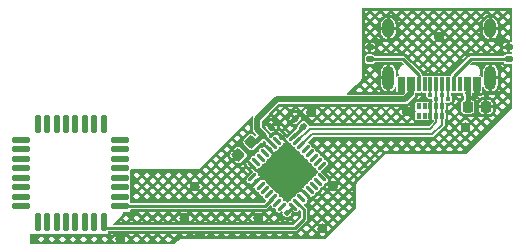
<source format=gbr>
%TF.GenerationSoftware,KiCad,Pcbnew,8.0.4*%
%TF.CreationDate,2024-11-19T23:33:53+08:00*%
%TF.ProjectId,uvk5_ttl,75766b35-5f74-4746-9c2e-6b696361645f,rev?*%
%TF.SameCoordinates,Original*%
%TF.FileFunction,Copper,L1,Top*%
%TF.FilePolarity,Positive*%
%FSLAX46Y46*%
G04 Gerber Fmt 4.6, Leading zero omitted, Abs format (unit mm)*
G04 Created by KiCad (PCBNEW 8.0.4) date 2024-11-19 23:33:53*
%MOMM*%
%LPD*%
G01*
G04 APERTURE LIST*
G04 Aperture macros list*
%AMRoundRect*
0 Rectangle with rounded corners*
0 $1 Rounding radius*
0 $2 $3 $4 $5 $6 $7 $8 $9 X,Y pos of 4 corners*
0 Add a 4 corners polygon primitive as box body*
4,1,4,$2,$3,$4,$5,$6,$7,$8,$9,$2,$3,0*
0 Add four circle primitives for the rounded corners*
1,1,$1+$1,$2,$3*
1,1,$1+$1,$4,$5*
1,1,$1+$1,$6,$7*
1,1,$1+$1,$8,$9*
0 Add four rect primitives between the rounded corners*
20,1,$1+$1,$2,$3,$4,$5,0*
20,1,$1+$1,$4,$5,$6,$7,0*
20,1,$1+$1,$6,$7,$8,$9,0*
20,1,$1+$1,$8,$9,$2,$3,0*%
%AMRotRect*
0 Rectangle, with rotation*
0 The origin of the aperture is its center*
0 $1 length*
0 $2 width*
0 $3 Rotation angle, in degrees counterclockwise*
0 Add horizontal line*
21,1,$1,$2,0,0,$3*%
G04 Aperture macros list end*
%TA.AperFunction,SMDPad,CuDef*%
%ADD10RoundRect,0.140000X0.219203X0.021213X0.021213X0.219203X-0.219203X-0.021213X-0.021213X-0.219203X0*%
%TD*%
%TA.AperFunction,SMDPad,CuDef*%
%ADD11R,0.300000X1.150000*%
%TD*%
%TA.AperFunction,ComponentPad*%
%ADD12O,1.000000X2.100000*%
%TD*%
%TA.AperFunction,ComponentPad*%
%ADD13O,1.000000X1.600000*%
%TD*%
%TA.AperFunction,SMDPad,CuDef*%
%ADD14RoundRect,0.140000X0.021213X-0.219203X0.219203X-0.021213X-0.021213X0.219203X-0.219203X0.021213X0*%
%TD*%
%TA.AperFunction,SMDPad,CuDef*%
%ADD15RoundRect,0.125000X0.125000X-0.625000X0.125000X0.625000X-0.125000X0.625000X-0.125000X-0.625000X0*%
%TD*%
%TA.AperFunction,SMDPad,CuDef*%
%ADD16RoundRect,0.125000X0.625000X-0.125000X0.625000X0.125000X-0.625000X0.125000X-0.625000X-0.125000X0*%
%TD*%
%TA.AperFunction,SMDPad,CuDef*%
%ADD17RoundRect,0.225000X-0.017678X0.335876X-0.335876X0.017678X0.017678X-0.335876X0.335876X-0.017678X0*%
%TD*%
%TA.AperFunction,SMDPad,CuDef*%
%ADD18RoundRect,0.062500X0.309359X-0.220971X-0.220971X0.309359X-0.309359X0.220971X0.220971X-0.309359X0*%
%TD*%
%TA.AperFunction,SMDPad,CuDef*%
%ADD19RoundRect,0.062500X0.309359X0.220971X0.220971X0.309359X-0.309359X-0.220971X-0.220971X-0.309359X0*%
%TD*%
%TA.AperFunction,HeatsinkPad*%
%ADD20RotRect,3.300000X3.300000X135.000000*%
%TD*%
%TA.AperFunction,SMDPad,CuDef*%
%ADD21RoundRect,0.075000X-0.075000X-0.200000X0.075000X-0.200000X0.075000X0.200000X-0.075000X0.200000X0*%
%TD*%
%TA.AperFunction,SMDPad,CuDef*%
%ADD22RoundRect,0.135000X0.185000X-0.135000X0.185000X0.135000X-0.185000X0.135000X-0.185000X-0.135000X0*%
%TD*%
%TA.AperFunction,SMDPad,CuDef*%
%ADD23RoundRect,0.225000X-0.225000X-0.250000X0.225000X-0.250000X0.225000X0.250000X-0.225000X0.250000X0*%
%TD*%
%TA.AperFunction,ViaPad*%
%ADD24C,0.500000*%
%TD*%
%TA.AperFunction,ViaPad*%
%ADD25C,0.450000*%
%TD*%
%TA.AperFunction,Conductor*%
%ADD26C,0.508000*%
%TD*%
%TA.AperFunction,Conductor*%
%ADD27C,0.254000*%
%TD*%
%TA.AperFunction,Conductor*%
%ADD28C,0.381000*%
%TD*%
%TA.AperFunction,Conductor*%
%ADD29C,0.184658*%
%TD*%
G04 APERTURE END LIST*
D10*
%TO.P,C4,1*%
%TO.N,Net-(U1-3V3OUT)*%
X107677553Y-96843207D03*
%TO.P,C4,2*%
%TO.N,GND*%
X106998731Y-96164385D03*
%TD*%
D11*
%TO.P,J1,A1,GND*%
%TO.N,GND*%
X122550000Y-93275000D03*
%TO.P,J1,A4,VBUS*%
%TO.N,+5V*%
X121750000Y-93275000D03*
%TO.P,J1,A5,CC1*%
%TO.N,Net-(J1-CC1)*%
X120450000Y-93274999D03*
%TO.P,J1,A6,D+*%
%TO.N,/D+*%
X119450000Y-93275000D03*
%TO.P,J1,A7,D-*%
%TO.N,/D-*%
X118950000Y-93275000D03*
%TO.P,J1,A8,SBU1*%
%TO.N,unconnected-(J1-SBU1-PadA8)*%
X117950000Y-93274999D03*
%TO.P,J1,A9,VBUS*%
%TO.N,+5V*%
X116650000Y-93275000D03*
%TO.P,J1,A12,GND*%
%TO.N,GND*%
X115850000Y-93275000D03*
%TO.P,J1,B1,GND*%
X116150000Y-93275000D03*
%TO.P,J1,B4,VBUS*%
%TO.N,+5V*%
X116950000Y-93275000D03*
%TO.P,J1,B5,CC2*%
%TO.N,Net-(J1-CC2)*%
X117450000Y-93275000D03*
%TO.P,J1,B6,D+*%
%TO.N,/D+*%
X118450000Y-93275000D03*
%TO.P,J1,B7,D-*%
%TO.N,/D-*%
X119950000Y-93275000D03*
%TO.P,J1,B8,SBU2*%
%TO.N,unconnected-(J1-SBU2-PadB8)*%
X120950000Y-93275000D03*
%TO.P,J1,B9,VBUS*%
%TO.N,+5V*%
X121450000Y-93275000D03*
%TO.P,J1,B12,GND*%
%TO.N,GND*%
X122250000Y-93275000D03*
D12*
%TO.P,J1,S1,SHIELD*%
X123520000Y-92710000D03*
D13*
X123520000Y-88530000D03*
D12*
X114880000Y-92710000D03*
D13*
X114880000Y-88530000D03*
%TD*%
D14*
%TO.P,C1,1*%
%TO.N,+5V*%
X104285117Y-97536172D03*
%TO.P,C1,2*%
%TO.N,GND*%
X104963939Y-96857350D03*
%TD*%
D15*
%TO.P,REF\u002A\u002A,1*%
%TO.N,N/C*%
X85195000Y-104951086D03*
%TO.P,REF\u002A\u002A,2*%
X85995000Y-104951086D03*
%TO.P,REF\u002A\u002A,3*%
X86795000Y-104951086D03*
%TO.P,REF\u002A\u002A,4*%
X87595000Y-104951086D03*
%TO.P,REF\u002A\u002A,5*%
X88395000Y-104951086D03*
%TO.P,REF\u002A\u002A,6*%
X89195000Y-104951086D03*
%TO.P,REF\u002A\u002A,7*%
X89995000Y-104951086D03*
%TO.P,REF\u002A\u002A,8*%
%TO.N,/RXD*%
X90795000Y-104951086D03*
D16*
%TO.P,REF\u002A\u002A,9*%
%TO.N,/TXD*%
X92170000Y-103576086D03*
%TO.P,REF\u002A\u002A,10*%
%TO.N,N/C*%
X92170000Y-102776086D03*
%TO.P,REF\u002A\u002A,11*%
X92170000Y-101976086D03*
%TO.P,REF\u002A\u002A,12*%
X92170000Y-101176086D03*
%TO.P,REF\u002A\u002A,13*%
X92170000Y-100376086D03*
%TO.P,REF\u002A\u002A,14*%
X92170000Y-99576086D03*
%TO.P,REF\u002A\u002A,15*%
X92170000Y-98776086D03*
%TO.P,REF\u002A\u002A,16*%
X92170000Y-97976086D03*
D15*
%TO.P,REF\u002A\u002A,17*%
X90795000Y-96601086D03*
%TO.P,REF\u002A\u002A,18*%
X89995000Y-96601086D03*
%TO.P,REF\u002A\u002A,19*%
X89195000Y-96601086D03*
%TO.P,REF\u002A\u002A,20*%
X88395000Y-96601086D03*
%TO.P,REF\u002A\u002A,21*%
X87595000Y-96601086D03*
%TO.P,REF\u002A\u002A,22*%
X86795000Y-96601086D03*
%TO.P,REF\u002A\u002A,23*%
X85995000Y-96601086D03*
%TO.P,REF\u002A\u002A,24*%
X85195000Y-96601086D03*
D16*
%TO.P,REF\u002A\u002A,25*%
X83820000Y-97976086D03*
%TO.P,REF\u002A\u002A,26*%
X83820000Y-98776086D03*
%TO.P,REF\u002A\u002A,27*%
X83820000Y-99576086D03*
%TO.P,REF\u002A\u002A,28*%
X83820000Y-100376086D03*
%TO.P,REF\u002A\u002A,29*%
X83820000Y-101176086D03*
%TO.P,REF\u002A\u002A,30*%
X83820000Y-101976086D03*
%TO.P,REF\u002A\u002A,31*%
X83820000Y-102776086D03*
%TO.P,REF\u002A\u002A,32*%
X83820000Y-103576086D03*
%TD*%
D17*
%TO.P,C2,1*%
%TO.N,+5V*%
X103288008Y-98161992D03*
%TO.P,C2,2*%
%TO.N,GND*%
X102191992Y-99258008D03*
%TD*%
D18*
%TO.P,U1,1,VCCIO*%
%TO.N,+5V*%
X106813953Y-103628827D03*
%TO.P,U1,2,RXD*%
%TO.N,/RXD*%
X107167506Y-103275273D03*
%TO.P,U1,3,RI#*%
%TO.N,unconnected-(U1-RI#-Pad3)*%
X107521060Y-102921720D03*
%TO.P,U1,4,GND*%
%TO.N,GND*%
X107874613Y-102568166D03*
%TO.P,U1,5,NC*%
%TO.N,unconnected-(U1-NC-Pad5)*%
X108228166Y-102214613D03*
%TO.P,U1,6,DSR#*%
%TO.N,unconnected-(U1-DSR#-Pad6)*%
X108581720Y-101861060D03*
%TO.P,U1,7,DCD#*%
%TO.N,unconnected-(U1-DCD#-Pad7)*%
X108935273Y-101507506D03*
%TO.P,U1,8,CTS#*%
%TO.N,unconnected-(U1-CTS#-Pad8)*%
X109288827Y-101153953D03*
D19*
%TO.P,U1,9,CBUS4*%
%TO.N,unconnected-(U1-CBUS4-Pad9)*%
X109288827Y-100181681D03*
%TO.P,U1,10,CBUS2*%
%TO.N,unconnected-(U1-CBUS2-Pad10)*%
X108935273Y-99828128D03*
%TO.P,U1,11,CBUS3*%
%TO.N,unconnected-(U1-CBUS3-Pad11)*%
X108581720Y-99474574D03*
%TO.P,U1,12,NC*%
%TO.N,unconnected-(U1-NC-Pad12)*%
X108228166Y-99121021D03*
%TO.P,U1,13,NC*%
%TO.N,unconnected-(U1-NC-Pad13)*%
X107874613Y-98767468D03*
%TO.P,U1,14,USBDP*%
%TO.N,/D+*%
X107521060Y-98413914D03*
%TO.P,U1,15,USBDM*%
%TO.N,/D-*%
X107167506Y-98060361D03*
%TO.P,U1,16,3V3OUT*%
%TO.N,Net-(U1-3V3OUT)*%
X106813953Y-97706807D03*
D18*
%TO.P,U1,17,GND*%
%TO.N,GND*%
X105841681Y-97706807D03*
%TO.P,U1,18,RESET#*%
%TO.N,unconnected-(U1-RESET#-Pad18)*%
X105488128Y-98060361D03*
%TO.P,U1,19,VCC*%
%TO.N,+5V*%
X105134574Y-98413914D03*
%TO.P,U1,20,GND*%
%TO.N,GND*%
X104781021Y-98767468D03*
%TO.P,U1,21,CBUS1*%
%TO.N,unconnected-(U1-CBUS1-Pad21)*%
X104427468Y-99121021D03*
%TO.P,U1,22,CBUS0*%
%TO.N,unconnected-(U1-CBUS0-Pad22)*%
X104073914Y-99474574D03*
%TO.P,U1,23,NC*%
%TO.N,unconnected-(U1-NC-Pad23)*%
X103720361Y-99828128D03*
%TO.P,U1,24,AGND*%
%TO.N,GND*%
X103366807Y-100181681D03*
D19*
%TO.P,U1,25,NC*%
%TO.N,unconnected-(U1-NC-Pad25)*%
X103366807Y-101153953D03*
%TO.P,U1,26,TEST*%
%TO.N,GND*%
X103720361Y-101507506D03*
%TO.P,U1,27,OSCI*%
%TO.N,unconnected-(U1-OSCI-Pad27)*%
X104073914Y-101861060D03*
%TO.P,U1,28,OSCO*%
%TO.N,unconnected-(U1-OSCO-Pad28)*%
X104427468Y-102214613D03*
%TO.P,U1,29,NC*%
%TO.N,unconnected-(U1-NC-Pad29)*%
X104781021Y-102568166D03*
%TO.P,U1,30,TXD*%
%TO.N,/TXD*%
X105134574Y-102921720D03*
%TO.P,U1,31,DTR#*%
%TO.N,unconnected-(U1-DTR#-Pad31)*%
X105488128Y-103275273D03*
%TO.P,U1,32,RTS#*%
%TO.N,unconnected-(U1-RTS#-Pad32)*%
X105841681Y-103628827D03*
D20*
%TO.P,U1,33,EP*%
%TO.N,GND*%
X106327817Y-100667817D03*
%TD*%
D21*
%TO.P,U2,1,IO1*%
%TO.N,unconnected-(U2-IO1-Pad1)*%
X117450000Y-95909999D03*
%TO.P,U2,2,IO2*%
%TO.N,unconnected-(U2-IO2-Pad2)*%
X117950000Y-95910000D03*
%TO.P,U2,3,G*%
%TO.N,GND*%
X118450000Y-95909999D03*
%TO.P,U2,4,IO3*%
%TO.N,/D-*%
X118950000Y-95910000D03*
%TO.P,U2,5,IO4*%
%TO.N,/D+*%
X119450000Y-95909999D03*
%TO.P,U2,6,NC*%
X119450000Y-95139999D03*
%TO.P,U2,7,NC*%
%TO.N,/D-*%
X118950000Y-95139998D03*
%TO.P,U2,8,G*%
%TO.N,GND*%
X118450000Y-95139999D03*
%TO.P,U2,9,NC*%
%TO.N,unconnected-(U2-NC-Pad9)*%
X117950000Y-95139998D03*
%TO.P,U2,10,NC*%
%TO.N,unconnected-(U2-NC-Pad10)*%
X117450000Y-95139999D03*
%TD*%
D22*
%TO.P,R2,1*%
%TO.N,Net-(J1-CC2)*%
X113332600Y-91130999D03*
%TO.P,R2,2*%
%TO.N,GND*%
X113332600Y-90111001D03*
%TD*%
%TO.P,R1,1*%
%TO.N,Net-(J1-CC1)*%
X125067400Y-91130999D03*
%TO.P,R1,2*%
%TO.N,GND*%
X125067400Y-90111001D03*
%TD*%
D23*
%TO.P,C3,1*%
%TO.N,+5V*%
X121600000Y-95180000D03*
%TO.P,C3,2*%
%TO.N,GND*%
X123150000Y-95180000D03*
%TD*%
D24*
%TO.N,+5V*%
X103935645Y-97885645D03*
X106305953Y-104136827D03*
X121600000Y-94037000D03*
X116800000Y-94037000D03*
%TO.N,GND*%
X116450000Y-95570000D03*
X121420000Y-96920000D03*
X119190000Y-89250000D03*
X108360000Y-95610000D03*
X103890000Y-104560000D03*
X97620000Y-104580000D03*
X92190000Y-106330000D03*
X110190000Y-101860000D03*
X109300000Y-105470000D03*
X98980000Y-105990000D03*
X98490000Y-101920000D03*
D25*
%TO.N,/D-*%
X118949619Y-94480000D03*
X119950000Y-94480000D03*
%TO.N,/D+*%
X118450000Y-94170000D03*
X119450000Y-94170000D03*
%TD*%
D26*
%TO.N,+5V*%
X105440000Y-94540000D02*
X116297000Y-94540000D01*
D27*
X103935645Y-97885645D02*
X103935645Y-97885644D01*
X103935645Y-97885644D02*
X104285117Y-97536172D01*
D26*
X116297000Y-94540000D02*
X116800000Y-94037000D01*
X104285117Y-97536172D02*
X103770000Y-97021055D01*
X103770000Y-96210000D02*
X105440000Y-94540000D01*
D27*
X104285117Y-97536172D02*
X104285117Y-97564457D01*
X104285117Y-97564457D02*
X105134574Y-98413914D01*
X103659297Y-98161992D02*
X103935644Y-97885645D01*
D28*
X121600000Y-95180000D02*
X121600000Y-93275000D01*
D27*
X103935644Y-97885645D02*
X103935645Y-97885645D01*
D28*
X116800000Y-94037000D02*
X116800000Y-93275000D01*
D26*
X103770000Y-97021055D02*
X103770000Y-96210000D01*
D27*
X106305953Y-104136827D02*
X106813953Y-103628827D01*
X103288008Y-98161992D02*
X103659297Y-98161992D01*
%TO.N,GND*%
X104963939Y-96857350D02*
X104992224Y-96857350D01*
X104992224Y-96857350D02*
X105841681Y-97706807D01*
%TO.N,Net-(U1-3V3OUT)*%
X106813953Y-97706807D02*
X107677553Y-96843207D01*
%TO.N,Net-(J1-CC1)*%
X125067400Y-91130999D02*
X121892000Y-91130999D01*
X121892000Y-91130999D02*
X120450000Y-92572999D01*
X120450000Y-92572999D02*
X120450000Y-93274999D01*
D29*
%TO.N,/D-*%
X107167506Y-98060091D02*
X107167506Y-98060361D01*
X118416366Y-97009810D02*
X108217787Y-97009810D01*
X119950000Y-93275000D02*
X119950000Y-94480000D01*
X118950000Y-95910000D02*
X118949810Y-95910190D01*
X118949810Y-95910190D02*
X118949810Y-96476366D01*
X118949810Y-96476366D02*
X118416366Y-97009810D01*
X118949619Y-94480000D02*
X118949619Y-95909619D01*
X118949619Y-95909619D02*
X118950000Y-95910000D01*
X108217787Y-97009810D02*
X107167506Y-98060091D01*
X118949619Y-93275381D02*
X118950000Y-93275000D01*
X118949619Y-94480000D02*
X118949619Y-93275381D01*
%TO.N,/D+*%
X119450191Y-95910190D02*
X119450191Y-96683633D01*
X119450000Y-93275000D02*
X119450000Y-95909999D01*
X108425053Y-97510190D02*
X107521329Y-98413914D01*
X118450000Y-93275000D02*
X118450000Y-94170000D01*
X118623634Y-97510190D02*
X108425053Y-97510190D01*
X107521329Y-98413914D02*
X107521060Y-98413914D01*
X119450000Y-95909999D02*
X119450191Y-95910190D01*
X119450191Y-96683633D02*
X118623634Y-97510190D01*
D27*
%TO.N,Net-(J1-CC2)*%
X113332600Y-91130999D02*
X116133974Y-91130999D01*
X117450000Y-92447025D02*
X117450000Y-93275000D01*
X116133974Y-91130999D02*
X117450000Y-92447025D01*
%TO.N,/RXD*%
X107720000Y-104700000D02*
X106983000Y-105437000D01*
X106983000Y-105437000D02*
X90670000Y-105437000D01*
X107167506Y-103275273D02*
X107720000Y-103827767D01*
X107720000Y-103827767D02*
X107720000Y-104700000D01*
%TO.N,/TXD*%
X104480208Y-103576086D02*
X92537000Y-103576086D01*
X105134574Y-102921720D02*
X104480208Y-103576086D01*
%TD*%
%TA.AperFunction,Conductor*%
%TO.N,GND*%
G36*
X124657328Y-91403805D02*
G01*
X124665101Y-91413276D01*
X124693147Y-91455250D01*
X124693150Y-91455253D01*
X124779975Y-91513268D01*
X124779977Y-91513269D01*
X124856544Y-91528499D01*
X125278255Y-91528499D01*
X125278256Y-91528499D01*
X125324807Y-91519239D01*
X125371723Y-91528571D01*
X125398299Y-91568344D01*
X125399500Y-91580538D01*
X125399500Y-95216798D01*
X125381194Y-95260992D01*
X121500992Y-99141194D01*
X121456798Y-99159500D01*
X114885892Y-99159500D01*
X114754108Y-99159500D01*
X114754107Y-99159500D01*
X114754101Y-99159501D01*
X114626817Y-99193606D01*
X114626814Y-99193607D01*
X114512684Y-99259501D01*
X114512680Y-99259504D01*
X112372686Y-101399500D01*
X112279504Y-101492680D01*
X112279501Y-101492684D01*
X112213607Y-101606814D01*
X112213606Y-101606817D01*
X112179501Y-101734101D01*
X112179500Y-101734109D01*
X112179500Y-103706798D01*
X112161194Y-103750992D01*
X109530992Y-106381194D01*
X109486798Y-106399500D01*
X97445893Y-106399500D01*
X97314108Y-106399500D01*
X97314107Y-106399500D01*
X97314101Y-106399501D01*
X97186817Y-106433606D01*
X97186814Y-106433607D01*
X97072684Y-106499501D01*
X97072680Y-106499504D01*
X96760992Y-106811194D01*
X96716798Y-106829500D01*
X84643202Y-106829500D01*
X84599008Y-106811194D01*
X84528806Y-106740992D01*
X84510500Y-106696798D01*
X84510500Y-106357692D01*
X85220307Y-106357692D01*
X85440115Y-106577500D01*
X85542145Y-106577500D01*
X85761952Y-106357692D01*
X86118332Y-106357692D01*
X86338140Y-106577500D01*
X86440170Y-106577500D01*
X86659977Y-106357692D01*
X87016358Y-106357692D01*
X87236166Y-106577500D01*
X87338196Y-106577500D01*
X87558003Y-106357692D01*
X87914383Y-106357692D01*
X88134191Y-106577500D01*
X88236221Y-106577500D01*
X88456028Y-106357692D01*
X88812409Y-106357692D01*
X89032217Y-106577500D01*
X89134247Y-106577500D01*
X89354054Y-106357692D01*
X89710435Y-106357692D01*
X89930243Y-106577500D01*
X90032273Y-106577500D01*
X90252080Y-106357692D01*
X90608460Y-106357692D01*
X90828268Y-106577500D01*
X90930298Y-106577500D01*
X91150105Y-106357692D01*
X91506486Y-106357692D01*
X91726294Y-106577500D01*
X91828322Y-106577500D01*
X91841793Y-106564028D01*
X91817273Y-106515905D01*
X92562725Y-106515905D01*
X92624320Y-106577500D01*
X92726350Y-106577500D01*
X92946157Y-106357692D01*
X93302537Y-106357692D01*
X93522345Y-106577500D01*
X93624375Y-106577500D01*
X93844182Y-106357692D01*
X94200563Y-106357692D01*
X94420371Y-106577500D01*
X94522401Y-106577500D01*
X94742208Y-106357692D01*
X95098588Y-106357692D01*
X95318396Y-106577500D01*
X95420426Y-106577500D01*
X95640233Y-106357692D01*
X95996614Y-106357692D01*
X96216422Y-106577500D01*
X96318452Y-106577500D01*
X96538259Y-106357692D01*
X96428518Y-106247951D01*
X97004381Y-106247951D01*
X97067963Y-106211242D01*
X97071572Y-106209313D01*
X97079031Y-106205635D01*
X97082755Y-106203948D01*
X97098006Y-106197631D01*
X97101830Y-106196192D01*
X97109703Y-106193519D01*
X97113620Y-106192331D01*
X97237681Y-106159088D01*
X97165462Y-106086869D01*
X97004381Y-106247951D01*
X96428518Y-106247951D01*
X96267437Y-106086870D01*
X95996614Y-106357692D01*
X95640233Y-106357692D01*
X95369411Y-106086869D01*
X95098588Y-106357692D01*
X94742208Y-106357692D01*
X94471386Y-106086870D01*
X94200563Y-106357692D01*
X93844182Y-106357692D01*
X93573360Y-106086870D01*
X93302537Y-106357692D01*
X92946157Y-106357692D01*
X92675334Y-106086869D01*
X92581420Y-106180784D01*
X92586559Y-106190870D01*
X92592602Y-106209467D01*
X92610144Y-106320223D01*
X92610144Y-106339777D01*
X92592602Y-106450533D01*
X92586559Y-106469131D01*
X92562725Y-106515905D01*
X91817273Y-106515905D01*
X91793441Y-106469131D01*
X91787398Y-106450533D01*
X91769856Y-106339777D01*
X91769856Y-106320223D01*
X91787398Y-106209467D01*
X91793441Y-106190870D01*
X91823100Y-106132661D01*
X91777309Y-106086870D01*
X91506486Y-106357692D01*
X91150105Y-106357692D01*
X91000499Y-106208086D01*
X90758067Y-106208086D01*
X90608460Y-106357692D01*
X90252080Y-106357692D01*
X90102474Y-106208086D01*
X89860042Y-106208086D01*
X89710435Y-106357692D01*
X89354054Y-106357692D01*
X89204448Y-106208086D01*
X88962016Y-106208086D01*
X88812409Y-106357692D01*
X88456028Y-106357692D01*
X88306422Y-106208086D01*
X88063990Y-106208086D01*
X87914383Y-106357692D01*
X87558003Y-106357692D01*
X87408397Y-106208086D01*
X87165965Y-106208086D01*
X87016358Y-106357692D01*
X86659977Y-106357692D01*
X86510371Y-106208086D01*
X86267939Y-106208086D01*
X86118332Y-106357692D01*
X85761952Y-106357692D01*
X85612346Y-106208086D01*
X85369914Y-106208086D01*
X85220307Y-106357692D01*
X84510500Y-106357692D01*
X84510500Y-106166836D01*
X91315630Y-106166836D01*
X91328296Y-106179502D01*
X91564298Y-105943500D01*
X91990320Y-105943500D01*
X92004094Y-105957274D01*
X92031128Y-105943500D01*
X92348873Y-105943500D01*
X92424029Y-105981794D01*
X92462324Y-105943500D01*
X92888345Y-105943500D01*
X93124347Y-106179502D01*
X93360350Y-105943500D01*
X93786371Y-105943500D01*
X94022373Y-106179502D01*
X94258375Y-105943500D01*
X94684396Y-105943500D01*
X94920398Y-106179502D01*
X95156401Y-105943500D01*
X95582422Y-105943500D01*
X95818424Y-106179502D01*
X96054426Y-105943500D01*
X96480448Y-105943500D01*
X96716450Y-106179502D01*
X96952452Y-105943500D01*
X97378473Y-105943500D01*
X97582473Y-106147500D01*
X97646477Y-106147500D01*
X97850478Y-105943500D01*
X98276499Y-105943500D01*
X98480499Y-106147500D01*
X98544503Y-106147500D01*
X98552007Y-106139996D01*
X99371021Y-106139996D01*
X99378526Y-106147500D01*
X99442529Y-106147500D01*
X99646529Y-105943500D01*
X100072550Y-105943500D01*
X100276550Y-106147500D01*
X100340554Y-106147500D01*
X100544554Y-105943500D01*
X100970576Y-105943500D01*
X101174576Y-106147500D01*
X101238580Y-106147500D01*
X101442580Y-105943500D01*
X101868601Y-105943500D01*
X102072601Y-106147500D01*
X102136605Y-106147500D01*
X102340606Y-105943500D01*
X102766627Y-105943500D01*
X102970627Y-106147500D01*
X103034631Y-106147500D01*
X103238631Y-105943500D01*
X103664652Y-105943500D01*
X103868653Y-106147500D01*
X103932657Y-106147500D01*
X104136657Y-105943500D01*
X104562678Y-105943500D01*
X104766678Y-106147500D01*
X104830682Y-106147500D01*
X105034683Y-105943500D01*
X105460704Y-105943500D01*
X105664704Y-106147500D01*
X105728708Y-106147500D01*
X105932708Y-105943500D01*
X106358729Y-105943500D01*
X106562730Y-106147500D01*
X106626734Y-106147500D01*
X106830734Y-105943500D01*
X106358729Y-105943500D01*
X105932708Y-105943500D01*
X105460704Y-105943500D01*
X105034683Y-105943500D01*
X104562678Y-105943500D01*
X104136657Y-105943500D01*
X103664652Y-105943500D01*
X103238631Y-105943500D01*
X102766627Y-105943500D01*
X102340606Y-105943500D01*
X101868601Y-105943500D01*
X101442580Y-105943500D01*
X100970576Y-105943500D01*
X100544554Y-105943500D01*
X100072550Y-105943500D01*
X99646529Y-105943500D01*
X99394328Y-105943500D01*
X99400144Y-105980223D01*
X99400144Y-105999777D01*
X99382602Y-106110533D01*
X99376558Y-106129131D01*
X99371021Y-106139996D01*
X98552007Y-106139996D01*
X98578396Y-106113605D01*
X98577398Y-106110533D01*
X98559856Y-105999777D01*
X98559856Y-105980223D01*
X98565672Y-105943500D01*
X98276499Y-105943500D01*
X97850478Y-105943500D01*
X97378473Y-105943500D01*
X96952452Y-105943500D01*
X96480448Y-105943500D01*
X96054426Y-105943500D01*
X95582422Y-105943500D01*
X95156401Y-105943500D01*
X94684396Y-105943500D01*
X94258375Y-105943500D01*
X93786371Y-105943500D01*
X93360350Y-105943500D01*
X92888345Y-105943500D01*
X92462324Y-105943500D01*
X92348873Y-105943500D01*
X92031128Y-105943500D01*
X91990320Y-105943500D01*
X91564298Y-105943500D01*
X91422000Y-105943500D01*
X91422000Y-106007236D01*
X91417242Y-106031154D01*
X91397907Y-106077832D01*
X91384359Y-106098108D01*
X91315630Y-106166836D01*
X84510500Y-106166836D01*
X84510500Y-106018586D01*
X84528806Y-105974392D01*
X84573000Y-105956086D01*
X91170000Y-105956086D01*
X91170000Y-105908679D01*
X107221934Y-105908679D01*
X107460755Y-106147500D01*
X107524759Y-106147500D01*
X107763579Y-105908679D01*
X108119960Y-105908679D01*
X108358781Y-106147500D01*
X108422785Y-106147500D01*
X108661605Y-105908679D01*
X109017985Y-105908679D01*
X109256806Y-106147500D01*
X109320810Y-106147500D01*
X109559630Y-105908679D01*
X109491053Y-105840102D01*
X109439131Y-105866559D01*
X109420533Y-105872602D01*
X109309777Y-105890144D01*
X109290223Y-105890144D01*
X109179467Y-105872602D01*
X109160869Y-105866559D01*
X109094117Y-105832547D01*
X109017985Y-105908679D01*
X108661605Y-105908679D01*
X108390783Y-105637857D01*
X108119960Y-105908679D01*
X107763579Y-105908679D01*
X107495598Y-105640698D01*
X107296590Y-105839709D01*
X107292047Y-105843827D01*
X107282403Y-105851742D01*
X107277474Y-105855398D01*
X107270669Y-105859944D01*
X107221934Y-105908679D01*
X91170000Y-105908679D01*
X91170000Y-105754000D01*
X91188306Y-105709806D01*
X91232500Y-105691500D01*
X107033621Y-105691500D01*
X107033623Y-105691500D01*
X107127163Y-105652755D01*
X107317410Y-105462507D01*
X107673788Y-105462507D01*
X107941770Y-105730489D01*
X108212592Y-105459667D01*
X108568973Y-105459667D01*
X108839795Y-105730488D01*
X108922921Y-105647362D01*
X108903441Y-105609130D01*
X108897398Y-105590533D01*
X108879856Y-105479777D01*
X108879856Y-105460223D01*
X108897398Y-105349467D01*
X108903441Y-105330870D01*
X108929897Y-105278946D01*
X108915069Y-105264118D01*
X109662547Y-105264118D01*
X109696559Y-105330869D01*
X109702602Y-105349467D01*
X109720144Y-105460223D01*
X109720144Y-105479777D01*
X109702602Y-105590533D01*
X109696559Y-105609131D01*
X109669522Y-105662190D01*
X109737821Y-105730489D01*
X110008643Y-105459667D01*
X109737821Y-105188845D01*
X109662547Y-105264118D01*
X108915069Y-105264118D01*
X108839795Y-105188844D01*
X108568973Y-105459667D01*
X108212592Y-105459667D01*
X107944610Y-105191685D01*
X107673788Y-105462507D01*
X107317410Y-105462507D01*
X107766424Y-105013491D01*
X108122798Y-105013491D01*
X108390783Y-105281476D01*
X108661605Y-105010654D01*
X109017986Y-105010654D01*
X109107809Y-105100477D01*
X109160870Y-105073441D01*
X109179467Y-105067398D01*
X109290223Y-105049856D01*
X109309777Y-105049856D01*
X109420533Y-105067398D01*
X109439130Y-105073441D01*
X109477362Y-105092921D01*
X109559629Y-105010654D01*
X109916012Y-105010654D01*
X110186834Y-105281476D01*
X110457656Y-105010654D01*
X110186834Y-104739832D01*
X109916012Y-105010654D01*
X109559629Y-105010654D01*
X109559630Y-105010653D01*
X109288808Y-104739831D01*
X109017986Y-105010654D01*
X108661605Y-105010654D01*
X108390782Y-104739831D01*
X108142941Y-104987672D01*
X108138398Y-104994473D01*
X108134742Y-104999403D01*
X108126827Y-105009047D01*
X108122798Y-105013491D01*
X107766424Y-105013491D01*
X107855371Y-104924544D01*
X107855374Y-104924543D01*
X107864162Y-104915755D01*
X107864163Y-104915755D01*
X107935755Y-104844163D01*
X107974500Y-104750623D01*
X107974500Y-104561641D01*
X108568973Y-104561641D01*
X108839795Y-104832463D01*
X109110618Y-104561641D01*
X109466999Y-104561641D01*
X109737821Y-104832463D01*
X110008643Y-104561641D01*
X110365025Y-104561641D01*
X110635847Y-104832463D01*
X110906669Y-104561641D01*
X110635847Y-104290819D01*
X110365025Y-104561641D01*
X110008643Y-104561641D01*
X109737821Y-104290819D01*
X109466999Y-104561641D01*
X109110618Y-104561641D01*
X108839795Y-104290818D01*
X108568973Y-104561641D01*
X107974500Y-104561641D01*
X107974500Y-104006089D01*
X108226500Y-104006089D01*
X108226500Y-104219167D01*
X108390783Y-104383450D01*
X108661605Y-104112628D01*
X109017985Y-104112628D01*
X109288808Y-104383450D01*
X109559630Y-104112628D01*
X109916011Y-104112628D01*
X110186834Y-104383450D01*
X110457656Y-104112628D01*
X110814037Y-104112628D01*
X111084859Y-104383450D01*
X111355682Y-104112628D01*
X111084859Y-103841805D01*
X110814037Y-104112628D01*
X110457656Y-104112628D01*
X110186834Y-103841806D01*
X109916011Y-104112628D01*
X109559630Y-104112628D01*
X109288808Y-103841805D01*
X109017985Y-104112628D01*
X108661605Y-104112628D01*
X108390783Y-103841806D01*
X108226500Y-104006089D01*
X107974500Y-104006089D01*
X107974500Y-103885672D01*
X107974501Y-103885663D01*
X107974501Y-103777144D01*
X107974500Y-103777142D01*
X107973887Y-103775663D01*
X107957589Y-103736315D01*
X107940513Y-103695091D01*
X107940513Y-103695090D01*
X107935755Y-103683604D01*
X107915766Y-103663615D01*
X108568973Y-103663615D01*
X108839795Y-103934438D01*
X109110618Y-103663615D01*
X109466998Y-103663615D01*
X109737821Y-103934438D01*
X110008643Y-103663615D01*
X110365024Y-103663615D01*
X110635847Y-103934438D01*
X110906669Y-103663615D01*
X111263049Y-103663615D01*
X111533872Y-103934438D01*
X111804694Y-103663615D01*
X111533872Y-103392793D01*
X111263049Y-103663615D01*
X110906669Y-103663615D01*
X110635847Y-103392793D01*
X110365024Y-103663615D01*
X110008643Y-103663615D01*
X109737821Y-103392793D01*
X109466998Y-103663615D01*
X109110618Y-103663615D01*
X108839795Y-103392793D01*
X108568973Y-103663615D01*
X107915766Y-103663615D01*
X107860608Y-103608456D01*
X107860593Y-103608443D01*
X107770430Y-103518279D01*
X107752124Y-103474085D01*
X107770430Y-103429891D01*
X107802431Y-103412786D01*
X107816165Y-103410055D01*
X107863150Y-103378661D01*
X107912076Y-103329735D01*
X108235093Y-103329735D01*
X108390783Y-103485425D01*
X108661605Y-103214602D01*
X109017985Y-103214602D01*
X109288808Y-103485425D01*
X109559630Y-103214602D01*
X109916011Y-103214602D01*
X110186834Y-103485425D01*
X110457656Y-103214602D01*
X110814037Y-103214602D01*
X111084859Y-103485425D01*
X111355682Y-103214602D01*
X111712062Y-103214602D01*
X111927500Y-103430040D01*
X111927500Y-102999165D01*
X111712062Y-103214602D01*
X111355682Y-103214602D01*
X111084859Y-102943780D01*
X110814037Y-103214602D01*
X110457656Y-103214602D01*
X110186834Y-102943780D01*
X109916011Y-103214602D01*
X109559630Y-103214602D01*
X109288808Y-102943780D01*
X109017985Y-103214602D01*
X108661605Y-103214602D01*
X108520356Y-103073354D01*
X108513419Y-103079959D01*
X108464496Y-103109280D01*
X108438489Y-103117870D01*
X108425587Y-103119140D01*
X108424317Y-103132042D01*
X108415727Y-103158049D01*
X108386406Y-103206972D01*
X108367522Y-103226807D01*
X108299229Y-103272443D01*
X108293969Y-103275597D01*
X108282962Y-103281481D01*
X108277415Y-103284104D01*
X108254509Y-103293592D01*
X108249184Y-103295497D01*
X108249024Y-103296028D01*
X108246958Y-103301802D01*
X108237472Y-103324706D01*
X108235093Y-103329735D01*
X107912076Y-103329735D01*
X107978001Y-103263810D01*
X108009395Y-103216825D01*
X108024141Y-103142691D01*
X108024141Y-103136535D01*
X108026172Y-103136535D01*
X108033875Y-103097803D01*
X108073647Y-103071225D01*
X108089429Y-103071226D01*
X108089429Y-103070738D01*
X108095584Y-103070738D01*
X108169523Y-103056031D01*
X108169528Y-103056029D01*
X108179221Y-103049551D01*
X108179221Y-103049550D01*
X108021084Y-102891414D01*
X108694798Y-102891414D01*
X108839796Y-103036412D01*
X109110618Y-102765590D01*
X109466999Y-102765590D01*
X109737821Y-103036412D01*
X110008643Y-102765590D01*
X110365025Y-102765590D01*
X110635847Y-103036412D01*
X110906669Y-102765590D01*
X111263050Y-102765590D01*
X111533872Y-103036412D01*
X111804694Y-102765590D01*
X111533872Y-102494767D01*
X111263050Y-102765590D01*
X110906669Y-102765590D01*
X110635847Y-102494768D01*
X110365025Y-102765590D01*
X110008643Y-102765590D01*
X109737821Y-102494768D01*
X109466999Y-102765590D01*
X109110618Y-102765590D01*
X108949863Y-102604835D01*
X108944578Y-102617599D01*
X108941956Y-102623145D01*
X108936073Y-102634152D01*
X108932919Y-102639414D01*
X108891199Y-102701852D01*
X108889431Y-102704362D01*
X108885715Y-102709372D01*
X108883830Y-102711787D01*
X108875979Y-102721354D01*
X108873972Y-102723682D01*
X108869785Y-102728301D01*
X108867672Y-102730519D01*
X108744072Y-102854119D01*
X108741854Y-102856232D01*
X108737235Y-102860419D01*
X108734907Y-102862426D01*
X108725340Y-102870277D01*
X108722925Y-102872162D01*
X108717915Y-102875878D01*
X108715405Y-102877646D01*
X108694798Y-102891414D01*
X108021084Y-102891414D01*
X107874613Y-102744943D01*
X107393227Y-102263557D01*
X107386748Y-102273254D01*
X107372041Y-102347195D01*
X107372041Y-102353350D01*
X107369842Y-102353350D01*
X107362218Y-102391663D01*
X107322442Y-102418236D01*
X107306245Y-102418236D01*
X107306245Y-102418639D01*
X107300088Y-102418639D01*
X107225956Y-102433384D01*
X107225952Y-102433386D01*
X107178970Y-102464778D01*
X107064118Y-102579630D01*
X107032726Y-102626612D01*
X107032724Y-102626616D01*
X107017979Y-102700748D01*
X107017979Y-102706905D01*
X107015737Y-102706905D01*
X107008138Y-102745107D01*
X106968364Y-102771683D01*
X106952691Y-102771683D01*
X106952691Y-102772192D01*
X106946534Y-102772192D01*
X106872402Y-102786937D01*
X106872398Y-102786939D01*
X106825416Y-102818331D01*
X106710564Y-102933183D01*
X106679172Y-102980165D01*
X106679170Y-102980169D01*
X106664425Y-103054301D01*
X106664425Y-103060458D01*
X106662184Y-103060458D01*
X106654582Y-103098664D01*
X106614807Y-103125238D01*
X106599138Y-103125237D01*
X106599138Y-103125746D01*
X106592981Y-103125746D01*
X106518849Y-103140491D01*
X106518845Y-103140493D01*
X106471863Y-103171885D01*
X106471861Y-103171887D01*
X106372011Y-103271738D01*
X106327817Y-103290044D01*
X106283623Y-103271738D01*
X106183770Y-103171885D01*
X106136788Y-103140493D01*
X106136784Y-103140491D01*
X106062653Y-103125746D01*
X106056496Y-103125746D01*
X106056496Y-103123504D01*
X106018290Y-103115903D01*
X105991716Y-103076128D01*
X105991719Y-103060458D01*
X105991209Y-103060458D01*
X105991209Y-103054301D01*
X105976463Y-102980169D01*
X105976461Y-102980165D01*
X105945069Y-102933183D01*
X105830217Y-102818331D01*
X105783235Y-102786939D01*
X105783231Y-102786937D01*
X105709100Y-102772192D01*
X105702943Y-102772192D01*
X105702943Y-102769951D01*
X105664733Y-102762347D01*
X105638162Y-102722570D01*
X105638165Y-102706905D01*
X105637655Y-102706905D01*
X105637655Y-102700748D01*
X105622909Y-102626616D01*
X105622907Y-102626612D01*
X105591515Y-102579630D01*
X105476663Y-102464778D01*
X105429681Y-102433386D01*
X105429677Y-102433384D01*
X105355546Y-102418639D01*
X105349389Y-102418639D01*
X105349389Y-102416397D01*
X105311183Y-102408796D01*
X105284609Y-102369021D01*
X105284612Y-102353351D01*
X105284102Y-102353351D01*
X105284102Y-102347194D01*
X105271902Y-102285861D01*
X105269356Y-102273061D01*
X105237962Y-102226076D01*
X105123111Y-102111225D01*
X105094026Y-102091791D01*
X105076128Y-102079832D01*
X105076124Y-102079830D01*
X105001993Y-102065085D01*
X104995836Y-102065085D01*
X104995836Y-102062843D01*
X104957630Y-102055242D01*
X104931056Y-102015467D01*
X104931059Y-101999798D01*
X104930549Y-101999798D01*
X104930549Y-101993641D01*
X104918349Y-101932307D01*
X104915803Y-101919508D01*
X104884409Y-101872523D01*
X104769558Y-101757672D01*
X104761915Y-101752565D01*
X104722575Y-101726279D01*
X104722571Y-101726277D01*
X104648440Y-101711532D01*
X104642283Y-101711532D01*
X104642283Y-101709291D01*
X104604073Y-101701687D01*
X104577502Y-101661910D01*
X104577505Y-101646245D01*
X104576995Y-101646245D01*
X104576995Y-101640088D01*
X104562249Y-101565956D01*
X104562247Y-101565952D01*
X104530855Y-101518970D01*
X104416003Y-101404118D01*
X104369021Y-101372726D01*
X104369017Y-101372724D01*
X104294886Y-101357979D01*
X104288729Y-101357979D01*
X104288729Y-101355949D01*
X104249988Y-101348238D01*
X104223418Y-101308460D01*
X104223421Y-101292690D01*
X104222933Y-101292690D01*
X104222933Y-101286535D01*
X104208226Y-101212596D01*
X104208224Y-101212592D01*
X104201746Y-101202896D01*
X103720361Y-101684283D01*
X103415751Y-101988891D01*
X103425447Y-101995369D01*
X103425451Y-101995371D01*
X103499390Y-102010078D01*
X103505545Y-102010078D01*
X103505545Y-102012281D01*
X103543841Y-102019889D01*
X103570426Y-102059656D01*
X103570430Y-102075875D01*
X103570833Y-102075875D01*
X103570833Y-102082031D01*
X103585578Y-102156163D01*
X103585580Y-102156167D01*
X103616972Y-102203149D01*
X103616973Y-102203150D01*
X103731824Y-102318001D01*
X103778809Y-102349395D01*
X103799879Y-102353586D01*
X103852942Y-102364141D01*
X103859099Y-102364141D01*
X103859099Y-102366385D01*
X103897291Y-102373974D01*
X103923875Y-102413742D01*
X103923878Y-102429428D01*
X103924387Y-102429428D01*
X103924387Y-102435584D01*
X103939132Y-102509716D01*
X103939134Y-102509720D01*
X103967762Y-102552565D01*
X103970527Y-102556703D01*
X104085378Y-102671554D01*
X104132363Y-102702948D01*
X104164659Y-102709372D01*
X104206496Y-102717694D01*
X104212653Y-102717694D01*
X104212653Y-102719939D01*
X104250841Y-102727525D01*
X104277428Y-102767291D01*
X104277431Y-102782981D01*
X104277940Y-102782981D01*
X104277940Y-102789137D01*
X104292685Y-102863269D01*
X104292687Y-102863273D01*
X104302291Y-102877646D01*
X104324080Y-102910256D01*
X104438931Y-103025107D01*
X104485916Y-103056501D01*
X104499647Y-103059232D01*
X104539421Y-103085807D01*
X104548754Y-103132723D01*
X104531649Y-103164725D01*
X104393096Y-103303280D01*
X104348902Y-103321586D01*
X93112500Y-103321586D01*
X93068306Y-103303280D01*
X93050000Y-103259086D01*
X93050000Y-102765590D01*
X93302538Y-102765590D01*
X93573360Y-103036412D01*
X93844182Y-102765590D01*
X94200564Y-102765590D01*
X94471386Y-103036412D01*
X94742208Y-102765590D01*
X95098589Y-102765590D01*
X95369411Y-103036412D01*
X95640233Y-102765590D01*
X95996615Y-102765590D01*
X96267437Y-103036412D01*
X96538259Y-102765590D01*
X96894640Y-102765590D01*
X97165462Y-103036412D01*
X97436285Y-102765590D01*
X97792666Y-102765590D01*
X98063488Y-103036412D01*
X98334310Y-102765590D01*
X98690692Y-102765590D01*
X98961514Y-103036412D01*
X99232336Y-102765590D01*
X99588717Y-102765590D01*
X99859539Y-103036412D01*
X100130361Y-102765590D01*
X100486743Y-102765590D01*
X100757565Y-103036412D01*
X101028387Y-102765590D01*
X101384768Y-102765590D01*
X101655590Y-103036412D01*
X101926413Y-102765590D01*
X102282794Y-102765590D01*
X102553616Y-103036412D01*
X102824438Y-102765590D01*
X103180820Y-102765590D01*
X103451642Y-103036412D01*
X103722464Y-102765590D01*
X103451642Y-102494768D01*
X103180820Y-102765590D01*
X102824438Y-102765590D01*
X102553616Y-102494767D01*
X102282794Y-102765590D01*
X101926413Y-102765590D01*
X101655590Y-102494767D01*
X101384768Y-102765590D01*
X101028387Y-102765590D01*
X100757565Y-102494768D01*
X100486743Y-102765590D01*
X100130361Y-102765590D01*
X99859539Y-102494767D01*
X99588717Y-102765590D01*
X99232336Y-102765590D01*
X98961514Y-102494768D01*
X98690692Y-102765590D01*
X98334310Y-102765590D01*
X98063488Y-102494768D01*
X97792666Y-102765590D01*
X97436285Y-102765590D01*
X97165462Y-102494767D01*
X96894640Y-102765590D01*
X96538259Y-102765590D01*
X96267437Y-102494768D01*
X95996615Y-102765590D01*
X95640233Y-102765590D01*
X95369411Y-102494767D01*
X95098589Y-102765590D01*
X94742208Y-102765590D01*
X94471386Y-102494768D01*
X94200564Y-102765590D01*
X93844182Y-102765590D01*
X93573360Y-102494768D01*
X93302538Y-102765590D01*
X93050000Y-102765590D01*
X93050000Y-102316577D01*
X93751551Y-102316577D01*
X94022373Y-102587399D01*
X94293195Y-102316577D01*
X94649576Y-102316577D01*
X94920398Y-102587399D01*
X95191221Y-102316577D01*
X95547602Y-102316577D01*
X95818424Y-102587399D01*
X96089246Y-102316577D01*
X96445628Y-102316577D01*
X96716450Y-102587399D01*
X96987272Y-102316577D01*
X97343653Y-102316577D01*
X97614475Y-102587399D01*
X97885297Y-102316577D01*
X98241679Y-102316577D01*
X98512501Y-102587399D01*
X98783323Y-102316577D01*
X99139704Y-102316577D01*
X99410526Y-102587399D01*
X99681349Y-102316577D01*
X100037730Y-102316577D01*
X100308552Y-102587399D01*
X100579374Y-102316577D01*
X100935756Y-102316577D01*
X101206578Y-102587399D01*
X101477400Y-102316577D01*
X101833781Y-102316577D01*
X102104603Y-102587399D01*
X102375425Y-102316577D01*
X102731807Y-102316577D01*
X103002629Y-102587399D01*
X103273451Y-102316577D01*
X103002629Y-102045755D01*
X102731807Y-102316577D01*
X102375425Y-102316577D01*
X102104603Y-102045754D01*
X101833781Y-102316577D01*
X101477400Y-102316577D01*
X101206578Y-102045755D01*
X100935756Y-102316577D01*
X100579374Y-102316577D01*
X100308552Y-102045755D01*
X100037730Y-102316577D01*
X99681349Y-102316577D01*
X99410526Y-102045754D01*
X99139704Y-102316577D01*
X98783323Y-102316577D01*
X98730985Y-102264239D01*
X98729045Y-102265650D01*
X98629131Y-102316559D01*
X98610533Y-102322602D01*
X98499777Y-102340144D01*
X98480223Y-102340144D01*
X98369467Y-102322602D01*
X98350869Y-102316559D01*
X98278547Y-102279708D01*
X98241679Y-102316577D01*
X97885297Y-102316577D01*
X97614475Y-102045754D01*
X97343653Y-102316577D01*
X96987272Y-102316577D01*
X96716450Y-102045755D01*
X96445628Y-102316577D01*
X96089246Y-102316577D01*
X95818424Y-102045755D01*
X95547602Y-102316577D01*
X95191221Y-102316577D01*
X94920398Y-102045754D01*
X94649576Y-102316577D01*
X94293195Y-102316577D01*
X94022373Y-102045755D01*
X93751551Y-102316577D01*
X93050000Y-102316577D01*
X93050000Y-101867564D01*
X93302537Y-101867564D01*
X93573360Y-102138386D01*
X93844182Y-101867564D01*
X94200563Y-101867564D01*
X94471386Y-102138386D01*
X94742208Y-101867564D01*
X95098588Y-101867564D01*
X95369411Y-102138386D01*
X95640233Y-101867564D01*
X95996614Y-101867564D01*
X96267437Y-102138386D01*
X96538259Y-101867564D01*
X96894640Y-101867564D01*
X97165462Y-102138386D01*
X97436285Y-101867564D01*
X97792665Y-101867564D01*
X98063487Y-102138386D01*
X98110082Y-102091791D01*
X98093441Y-102059131D01*
X98087398Y-102040533D01*
X98069856Y-101929777D01*
X98069856Y-101910223D01*
X98087398Y-101799467D01*
X98093441Y-101780869D01*
X98130291Y-101708547D01*
X98849708Y-101708547D01*
X98886559Y-101780869D01*
X98892602Y-101799467D01*
X98910144Y-101910223D01*
X98910144Y-101929777D01*
X98892602Y-102040533D01*
X98886559Y-102059131D01*
X98885107Y-102061979D01*
X98961514Y-102138386D01*
X99232336Y-101867564D01*
X99588716Y-101867564D01*
X99859539Y-102138386D01*
X100130361Y-101867564D01*
X100486742Y-101867564D01*
X100757565Y-102138386D01*
X101028387Y-101867564D01*
X101384768Y-101867564D01*
X101655590Y-102138386D01*
X101926413Y-101867564D01*
X102282793Y-101867564D01*
X102553616Y-102138386D01*
X102824438Y-101867564D01*
X102553616Y-101596741D01*
X102282793Y-101867564D01*
X101926413Y-101867564D01*
X101655590Y-101596741D01*
X101384768Y-101867564D01*
X101028387Y-101867564D01*
X100757565Y-101596742D01*
X100486742Y-101867564D01*
X100130361Y-101867564D01*
X99859539Y-101596741D01*
X99588716Y-101867564D01*
X99232336Y-101867564D01*
X98961514Y-101596742D01*
X98849708Y-101708547D01*
X98130291Y-101708547D01*
X98144350Y-101680955D01*
X98145760Y-101679014D01*
X98063488Y-101596742D01*
X97792665Y-101867564D01*
X97436285Y-101867564D01*
X97165462Y-101596741D01*
X96894640Y-101867564D01*
X96538259Y-101867564D01*
X96267437Y-101596742D01*
X95996614Y-101867564D01*
X95640233Y-101867564D01*
X95369411Y-101596741D01*
X95098588Y-101867564D01*
X94742208Y-101867564D01*
X94471386Y-101596742D01*
X94200563Y-101867564D01*
X93844182Y-101867564D01*
X93573360Y-101596742D01*
X93302537Y-101867564D01*
X93050000Y-101867564D01*
X93050000Y-101418551D01*
X93751550Y-101418551D01*
X94022373Y-101689373D01*
X94293195Y-101418551D01*
X94649576Y-101418551D01*
X94920398Y-101689373D01*
X95191221Y-101418551D01*
X95547601Y-101418551D01*
X95818424Y-101689373D01*
X96089246Y-101418551D01*
X96445627Y-101418551D01*
X96716450Y-101689373D01*
X96987272Y-101418551D01*
X97343652Y-101418551D01*
X97614475Y-101689373D01*
X97885297Y-101418551D01*
X98241679Y-101418551D01*
X98348021Y-101524893D01*
X98350871Y-101523441D01*
X98369467Y-101517398D01*
X98480223Y-101499856D01*
X98499777Y-101499856D01*
X98610533Y-101517398D01*
X98629130Y-101523441D01*
X98661790Y-101540082D01*
X98783321Y-101418551D01*
X99139704Y-101418551D01*
X99410526Y-101689373D01*
X99681349Y-101418551D01*
X100037729Y-101418551D01*
X100308552Y-101689373D01*
X100579374Y-101418551D01*
X100935755Y-101418551D01*
X101206578Y-101689373D01*
X101477400Y-101418551D01*
X101833780Y-101418551D01*
X102104603Y-101689373D01*
X102375425Y-101418551D01*
X102331797Y-101374923D01*
X102863726Y-101374923D01*
X102863726Y-101374924D01*
X102878471Y-101449056D01*
X102878473Y-101449060D01*
X102907623Y-101492686D01*
X102909866Y-101496043D01*
X103024717Y-101610894D01*
X103071702Y-101642288D01*
X103101097Y-101648135D01*
X103145835Y-101657034D01*
X103151992Y-101657034D01*
X103151992Y-101659065D01*
X103190721Y-101666766D01*
X103217300Y-101706538D01*
X103217301Y-101722322D01*
X103217789Y-101722322D01*
X103217789Y-101728476D01*
X103232495Y-101802415D01*
X103232496Y-101802416D01*
X103238975Y-101812113D01*
X103543583Y-101507505D01*
X103501157Y-101465079D01*
X103482851Y-101420885D01*
X103501156Y-101376692D01*
X103589547Y-101288301D01*
X103633740Y-101269996D01*
X103677934Y-101288302D01*
X103720360Y-101330728D01*
X104024969Y-101026120D01*
X104015271Y-101019641D01*
X104015270Y-101019640D01*
X103941332Y-101004934D01*
X103935177Y-101004934D01*
X103935177Y-101002736D01*
X103896860Y-100995109D01*
X103870289Y-100955332D01*
X103870292Y-100939138D01*
X103869888Y-100939138D01*
X103869888Y-100932981D01*
X103855142Y-100858849D01*
X103855140Y-100858845D01*
X103823748Y-100811863D01*
X103708898Y-100697013D01*
X103708893Y-100697009D01*
X103701738Y-100692228D01*
X103694656Y-100681628D01*
X103692317Y-100683968D01*
X103366807Y-100358458D01*
X103277005Y-100448259D01*
X103452014Y-100623268D01*
X103470320Y-100667462D01*
X103452014Y-100711656D01*
X102909868Y-101253802D01*
X102878472Y-101300789D01*
X102878471Y-101300790D01*
X102863726Y-101374923D01*
X102331797Y-101374923D01*
X102104603Y-101147728D01*
X101833780Y-101418551D01*
X101477400Y-101418551D01*
X101206578Y-101147729D01*
X100935755Y-101418551D01*
X100579374Y-101418551D01*
X100308552Y-101147729D01*
X100037729Y-101418551D01*
X99681349Y-101418551D01*
X99410526Y-101147728D01*
X99139704Y-101418551D01*
X98783321Y-101418551D01*
X98783322Y-101418550D01*
X98512501Y-101147729D01*
X98241679Y-101418551D01*
X97885297Y-101418551D01*
X97614475Y-101147728D01*
X97343652Y-101418551D01*
X96987272Y-101418551D01*
X96716450Y-101147729D01*
X96445627Y-101418551D01*
X96089246Y-101418551D01*
X95818424Y-101147729D01*
X95547601Y-101418551D01*
X95191221Y-101418551D01*
X94920398Y-101147728D01*
X94649576Y-101418551D01*
X94293195Y-101418551D01*
X94022373Y-101147729D01*
X93751550Y-101418551D01*
X93050000Y-101418551D01*
X93050000Y-100969538D01*
X93302537Y-100969538D01*
X93573360Y-101240361D01*
X93844182Y-100969538D01*
X94200563Y-100969538D01*
X94471386Y-101240361D01*
X94742208Y-100969538D01*
X95098588Y-100969538D01*
X95369411Y-101240361D01*
X95640233Y-100969538D01*
X95996614Y-100969538D01*
X96267437Y-101240361D01*
X96538259Y-100969538D01*
X96894640Y-100969538D01*
X97165462Y-101240361D01*
X97436285Y-100969538D01*
X97792665Y-100969538D01*
X98063488Y-101240361D01*
X98334310Y-100969538D01*
X98690691Y-100969538D01*
X98961514Y-101240361D01*
X99232336Y-100969538D01*
X99588716Y-100969538D01*
X99859539Y-101240361D01*
X100130361Y-100969538D01*
X100486742Y-100969538D01*
X100757565Y-101240361D01*
X101028387Y-100969538D01*
X101384768Y-100969538D01*
X101655590Y-101240361D01*
X101926413Y-100969538D01*
X102282793Y-100969538D01*
X102553616Y-101240361D01*
X102824438Y-100969538D01*
X102553616Y-100698716D01*
X102282793Y-100969538D01*
X101926413Y-100969538D01*
X101655590Y-100698716D01*
X101384768Y-100969538D01*
X101028387Y-100969538D01*
X100757565Y-100698716D01*
X100486742Y-100969538D01*
X100130361Y-100969538D01*
X99859539Y-100698716D01*
X99588716Y-100969538D01*
X99232336Y-100969538D01*
X98961514Y-100698716D01*
X98690691Y-100969538D01*
X98334310Y-100969538D01*
X98077272Y-100712500D01*
X98049704Y-100712500D01*
X97792665Y-100969538D01*
X97436285Y-100969538D01*
X97179247Y-100712500D01*
X97151679Y-100712500D01*
X96894640Y-100969538D01*
X96538259Y-100969538D01*
X96281221Y-100712500D01*
X96253653Y-100712500D01*
X95996614Y-100969538D01*
X95640233Y-100969538D01*
X95383195Y-100712500D01*
X95355627Y-100712500D01*
X95098588Y-100969538D01*
X94742208Y-100969538D01*
X94485170Y-100712500D01*
X94457602Y-100712500D01*
X94200563Y-100969538D01*
X93844182Y-100969538D01*
X93587144Y-100712500D01*
X93559576Y-100712500D01*
X93302537Y-100969538D01*
X93050000Y-100969538D01*
X93050000Y-100523000D01*
X93051025Y-100520526D01*
X99139704Y-100520526D01*
X99410526Y-100791348D01*
X99681349Y-100520526D01*
X100037730Y-100520526D01*
X100308552Y-100791348D01*
X100579374Y-100520526D01*
X100935756Y-100520526D01*
X101206578Y-100791348D01*
X101477400Y-100520526D01*
X101833781Y-100520526D01*
X102104603Y-100791348D01*
X102375425Y-100520526D01*
X102731807Y-100520526D01*
X103002628Y-100791347D01*
X103133170Y-100660805D01*
X103062646Y-100590281D01*
X103049098Y-100570005D01*
X103029763Y-100523327D01*
X103028999Y-100519488D01*
X103025159Y-100518725D01*
X102978481Y-100499390D01*
X102958205Y-100485842D01*
X102862348Y-100389985D01*
X102731807Y-100520526D01*
X102375425Y-100520526D01*
X102104603Y-100249703D01*
X101833781Y-100520526D01*
X101477400Y-100520526D01*
X101206578Y-100249704D01*
X100935756Y-100520526D01*
X100579374Y-100520526D01*
X100308552Y-100249704D01*
X100037730Y-100520526D01*
X99681349Y-100520526D01*
X99410526Y-100249703D01*
X99139704Y-100520526D01*
X93051025Y-100520526D01*
X93068306Y-100478806D01*
X93112500Y-100460500D01*
X98695891Y-100460500D01*
X98695892Y-100460500D01*
X98823186Y-100426392D01*
X98937314Y-100360500D01*
X99226301Y-100071513D01*
X99588717Y-100071513D01*
X99859539Y-100342335D01*
X100130361Y-100071513D01*
X100486743Y-100071513D01*
X100757565Y-100342335D01*
X101028387Y-100071513D01*
X101028386Y-100071512D01*
X101384768Y-100071512D01*
X101655590Y-100342334D01*
X101825267Y-100172658D01*
X102383939Y-100172658D01*
X102553616Y-100342335D01*
X102690194Y-100205756D01*
X102662525Y-100164347D01*
X102659372Y-100159087D01*
X102653488Y-100148079D01*
X102650865Y-100142531D01*
X102641379Y-100119627D01*
X102639313Y-100113853D01*
X102635692Y-100101915D01*
X102634202Y-100095967D01*
X102622185Y-100035553D01*
X102609920Y-100047819D01*
X102608283Y-100049396D01*
X102604921Y-100052522D01*
X102603254Y-100054018D01*
X102596359Y-100059983D01*
X102594609Y-100061442D01*
X102591025Y-100064321D01*
X102589245Y-100065699D01*
X102522321Y-100115603D01*
X102518329Y-100118345D01*
X102510002Y-100123603D01*
X102505809Y-100126029D01*
X102488515Y-100135158D01*
X102484153Y-100137249D01*
X102475114Y-100141159D01*
X102470594Y-100142910D01*
X102383939Y-100172658D01*
X101825267Y-100172658D01*
X101888600Y-100109325D01*
X101830093Y-100065698D01*
X101828306Y-100064315D01*
X101824723Y-100061436D01*
X101822980Y-100059982D01*
X101816085Y-100054017D01*
X101814411Y-100052515D01*
X101811050Y-100049389D01*
X101809421Y-100047818D01*
X101722313Y-99960710D01*
X102864235Y-99960710D01*
X102878941Y-100034648D01*
X102878942Y-100034650D01*
X102910253Y-100081509D01*
X103100226Y-100271482D01*
X103190029Y-100181680D01*
X102885421Y-99877072D01*
X102878942Y-99886769D01*
X102864235Y-99960710D01*
X101722313Y-99960710D01*
X101659435Y-99897832D01*
X101645887Y-99877556D01*
X101626552Y-99830878D01*
X101626361Y-99829919D01*
X101384768Y-100071512D01*
X101028386Y-100071512D01*
X100757565Y-99800691D01*
X100486743Y-100071513D01*
X100130361Y-100071513D01*
X99859539Y-99800690D01*
X99588717Y-100071513D01*
X99226301Y-100071513D01*
X99675314Y-99622500D01*
X100037729Y-99622500D01*
X100308552Y-99893322D01*
X100579374Y-99622500D01*
X100935755Y-99622500D01*
X101206577Y-99893322D01*
X101430750Y-99669148D01*
X101402182Y-99640580D01*
X101400611Y-99638952D01*
X101397484Y-99635590D01*
X101395982Y-99633915D01*
X101390017Y-99627020D01*
X101388563Y-99625277D01*
X101385684Y-99621694D01*
X101384301Y-99619907D01*
X101334395Y-99552979D01*
X101331652Y-99548987D01*
X101326391Y-99540655D01*
X101323964Y-99536459D01*
X101314836Y-99519164D01*
X101312745Y-99514800D01*
X101308838Y-99505766D01*
X101307090Y-99501251D01*
X101281441Y-99426541D01*
X101206578Y-99351678D01*
X100935755Y-99622500D01*
X100579374Y-99622500D01*
X100308552Y-99351678D01*
X100037729Y-99622500D01*
X99675314Y-99622500D01*
X100124327Y-99173487D01*
X100486742Y-99173487D01*
X100757565Y-99444309D01*
X101020284Y-99181590D01*
X101504116Y-99181590D01*
X101504116Y-99299070D01*
X101542260Y-99410178D01*
X101542262Y-99410183D01*
X101583590Y-99465606D01*
X101583598Y-99465615D01*
X101694188Y-99576205D01*
X102012386Y-99258007D01*
X101676511Y-98922132D01*
X101583593Y-99015052D01*
X101583589Y-99015057D01*
X101542263Y-99070475D01*
X101542259Y-99070482D01*
X101504116Y-99181590D01*
X101020284Y-99181590D01*
X101028387Y-99173487D01*
X100757565Y-98902665D01*
X100486742Y-99173487D01*
X100124327Y-99173487D01*
X100573340Y-98724474D01*
X100935755Y-98724474D01*
X101206578Y-98995297D01*
X101459347Y-98742527D01*
X101856116Y-98742527D01*
X102327402Y-99213813D01*
X102345708Y-99258007D01*
X102327402Y-99302201D01*
X101873794Y-99755809D01*
X101873794Y-99755810D01*
X101984384Y-99866400D01*
X101984393Y-99866408D01*
X102039821Y-99907739D01*
X102150930Y-99945884D01*
X102268409Y-99945884D01*
X102379517Y-99907739D01*
X102379519Y-99907739D01*
X102434945Y-99866409D01*
X102434954Y-99866401D01*
X102601060Y-99700295D01*
X103062198Y-99700295D01*
X103366807Y-100004904D01*
X103848191Y-100486289D01*
X103848192Y-100486289D01*
X103854670Y-100476596D01*
X103854672Y-100476591D01*
X103869379Y-100402652D01*
X103869379Y-100396497D01*
X103871581Y-100396497D01*
X103879192Y-100358198D01*
X103918960Y-100331614D01*
X103935176Y-100331612D01*
X103935176Y-100331209D01*
X103941333Y-100331209D01*
X103966043Y-100326293D01*
X104015466Y-100316463D01*
X104062451Y-100285069D01*
X104177302Y-100170218D01*
X104208696Y-100123233D01*
X104223442Y-100049099D01*
X104223442Y-100042943D01*
X104225686Y-100042943D01*
X104233277Y-100004747D01*
X104273046Y-99978165D01*
X104288729Y-99978165D01*
X104288729Y-99977655D01*
X104294886Y-99977655D01*
X104319596Y-99972739D01*
X104369019Y-99962909D01*
X104416004Y-99931515D01*
X104530855Y-99816664D01*
X104562249Y-99769679D01*
X104576995Y-99695545D01*
X104576995Y-99689389D01*
X104579240Y-99689389D01*
X104586828Y-99651197D01*
X104626596Y-99624613D01*
X104642283Y-99624612D01*
X104642283Y-99624102D01*
X104648440Y-99624102D01*
X104673150Y-99619186D01*
X104722573Y-99609356D01*
X104769558Y-99577962D01*
X104884409Y-99463111D01*
X104915803Y-99416126D01*
X104930549Y-99341992D01*
X104930549Y-99335836D01*
X104932581Y-99335836D01*
X104940281Y-99297107D01*
X104980053Y-99270528D01*
X104995837Y-99270528D01*
X104995837Y-99270040D01*
X105001992Y-99270040D01*
X105075931Y-99255333D01*
X105075936Y-99255331D01*
X105085629Y-99248853D01*
X105085629Y-99248852D01*
X104781021Y-98944245D01*
X104299635Y-98462859D01*
X104293156Y-98472556D01*
X104278449Y-98546497D01*
X104278449Y-98552652D01*
X104276249Y-98552652D01*
X104268628Y-98590962D01*
X104228853Y-98617536D01*
X104212653Y-98617536D01*
X104212653Y-98617940D01*
X104206496Y-98617940D01*
X104132364Y-98632685D01*
X104132360Y-98632687D01*
X104085378Y-98664079D01*
X103970526Y-98778931D01*
X103939134Y-98825913D01*
X103939132Y-98825917D01*
X103924387Y-98900049D01*
X103924387Y-98906206D01*
X103922145Y-98906206D01*
X103914546Y-98944408D01*
X103874772Y-98970984D01*
X103859099Y-98970984D01*
X103859099Y-98971493D01*
X103852942Y-98971493D01*
X103778810Y-98986238D01*
X103778806Y-98986240D01*
X103731824Y-99017632D01*
X103616972Y-99132484D01*
X103585580Y-99179466D01*
X103585578Y-99179470D01*
X103570833Y-99253602D01*
X103570833Y-99259759D01*
X103568592Y-99259759D01*
X103560990Y-99297965D01*
X103521215Y-99324539D01*
X103505546Y-99324538D01*
X103505546Y-99325047D01*
X103499389Y-99325047D01*
X103425257Y-99339792D01*
X103425253Y-99339794D01*
X103378271Y-99371186D01*
X103263419Y-99486038D01*
X103232027Y-99533020D01*
X103232025Y-99533024D01*
X103217280Y-99607156D01*
X103217280Y-99613313D01*
X103215249Y-99613313D01*
X103207540Y-99652051D01*
X103167764Y-99678622D01*
X103151991Y-99678622D01*
X103151991Y-99679109D01*
X103145836Y-99679109D01*
X103071895Y-99693816D01*
X103062198Y-99700295D01*
X102601060Y-99700295D01*
X102800386Y-99500968D01*
X102800397Y-99500955D01*
X102841720Y-99445540D01*
X102841724Y-99445533D01*
X102879868Y-99334425D01*
X102879868Y-99216945D01*
X102841723Y-99105837D01*
X102841721Y-99105832D01*
X102800393Y-99050409D01*
X102800385Y-99050400D01*
X102399599Y-98649615D01*
X102399590Y-98649607D01*
X102344162Y-98608276D01*
X102233054Y-98570132D01*
X102115575Y-98570132D01*
X102004466Y-98608276D01*
X102004464Y-98608276D01*
X101949038Y-98649606D01*
X101949036Y-98649608D01*
X101856116Y-98742527D01*
X101459347Y-98742527D01*
X101477400Y-98724474D01*
X101206578Y-98453652D01*
X100935755Y-98724474D01*
X100573340Y-98724474D01*
X101022352Y-98275462D01*
X101384768Y-98275462D01*
X101655590Y-98546284D01*
X101926413Y-98275462D01*
X101655590Y-98004639D01*
X101384768Y-98275462D01*
X101022352Y-98275462D01*
X101471365Y-97826449D01*
X101833781Y-97826449D01*
X102104603Y-98097271D01*
X102375425Y-97826449D01*
X102104603Y-97555626D01*
X101833781Y-97826449D01*
X101471365Y-97826449D01*
X101920378Y-97377436D01*
X102282794Y-97377436D01*
X102553616Y-97648258D01*
X102824438Y-97377436D01*
X102553616Y-97106613D01*
X102282794Y-97377436D01*
X101920378Y-97377436D01*
X102369390Y-96928423D01*
X102731806Y-96928423D01*
X103002628Y-97199245D01*
X103136500Y-97065373D01*
X103136500Y-96791472D01*
X103002629Y-96657601D01*
X102731806Y-96928423D01*
X102369390Y-96928423D01*
X103323919Y-95973893D01*
X103368113Y-95955588D01*
X103412307Y-95973894D01*
X103430613Y-96018088D01*
X103422240Y-96049337D01*
X103414500Y-96062742D01*
X103414498Y-96062748D01*
X103388500Y-96159770D01*
X103388500Y-97071284D01*
X103414498Y-97168306D01*
X103414498Y-97168308D01*
X103449908Y-97229639D01*
X103464723Y-97255301D01*
X103704228Y-97494806D01*
X103722534Y-97539000D01*
X103704229Y-97583194D01*
X103659268Y-97628156D01*
X103615074Y-97646462D01*
X103570880Y-97628157D01*
X103495931Y-97553208D01*
X103440421Y-97511815D01*
X103440419Y-97511814D01*
X103329153Y-97473616D01*
X103329152Y-97473616D01*
X103211509Y-97473616D01*
X103197032Y-97478586D01*
X103100238Y-97511814D01*
X103044734Y-97553202D01*
X103044725Y-97553210D01*
X102679226Y-97918711D01*
X102679215Y-97918724D01*
X102637833Y-97974218D01*
X102637832Y-97974220D01*
X102637831Y-97974223D01*
X102599632Y-98085493D01*
X102599632Y-98203136D01*
X102624364Y-98275176D01*
X102637831Y-98314406D01*
X102679213Y-98369904D01*
X102679218Y-98369910D01*
X102679222Y-98369915D01*
X103080085Y-98770776D01*
X103135595Y-98812169D01*
X103191229Y-98831268D01*
X103246863Y-98850368D01*
X103246864Y-98850368D01*
X103364506Y-98850368D01*
X103364507Y-98850368D01*
X103475777Y-98812169D01*
X103531286Y-98770778D01*
X103896792Y-98405270D01*
X103938185Y-98349761D01*
X103955860Y-98298272D01*
X103987523Y-98262416D01*
X104005194Y-98256835D01*
X104053753Y-98249145D01*
X104160300Y-98194856D01*
X104244856Y-98110300D01*
X104270757Y-98059464D01*
X104307131Y-98028398D01*
X104314241Y-98026542D01*
X104342400Y-98020940D01*
X104389314Y-98030271D01*
X104398787Y-98038045D01*
X104532074Y-98171332D01*
X104550380Y-98215526D01*
X104532074Y-98259720D01*
X104500076Y-98276825D01*
X104486109Y-98279603D01*
X104476412Y-98286082D01*
X104781021Y-98590691D01*
X104822033Y-98549679D01*
X104866227Y-98531373D01*
X104910421Y-98549679D01*
X104994764Y-98634022D01*
X104993809Y-98634976D01*
X105016720Y-98669267D01*
X105007385Y-98716183D01*
X104999615Y-98725651D01*
X104957798Y-98767468D01*
X105262405Y-99072076D01*
X105262406Y-99072076D01*
X105268884Y-99062383D01*
X105268886Y-99062378D01*
X105283593Y-98988439D01*
X105283593Y-98982284D01*
X105285794Y-98982284D01*
X105293407Y-98943981D01*
X105333178Y-98917400D01*
X105349389Y-98917399D01*
X105349389Y-98916995D01*
X105355546Y-98916995D01*
X105383683Y-98911398D01*
X105429679Y-98902249D01*
X105476664Y-98870855D01*
X105591515Y-98756004D01*
X105622909Y-98709019D01*
X105637655Y-98634885D01*
X105637655Y-98628729D01*
X105639900Y-98628729D01*
X105647488Y-98590537D01*
X105687256Y-98563953D01*
X105702943Y-98563952D01*
X105702943Y-98563442D01*
X105709100Y-98563442D01*
X105733810Y-98558526D01*
X105783233Y-98548696D01*
X105830218Y-98517302D01*
X105945069Y-98402451D01*
X105976463Y-98355466D01*
X105991209Y-98281332D01*
X105991209Y-98275176D01*
X105993240Y-98275176D01*
X106000943Y-98236444D01*
X106040715Y-98209866D01*
X106056497Y-98209867D01*
X106056497Y-98209379D01*
X106062652Y-98209379D01*
X106136591Y-98194672D01*
X106136596Y-98194670D01*
X106146289Y-98188192D01*
X106146289Y-98188191D01*
X105841681Y-97883584D01*
X105799254Y-97926011D01*
X105755059Y-97944316D01*
X105710866Y-97926010D01*
X105622477Y-97837621D01*
X105604171Y-97793427D01*
X105622477Y-97749233D01*
X105622478Y-97749232D01*
X105664904Y-97706807D01*
X105360295Y-97402198D01*
X105353816Y-97411895D01*
X105339109Y-97485836D01*
X105339109Y-97491991D01*
X105336910Y-97491991D01*
X105329286Y-97530304D01*
X105289510Y-97556877D01*
X105273313Y-97556877D01*
X105273313Y-97557280D01*
X105267156Y-97557280D01*
X105193024Y-97572025D01*
X105193020Y-97572027D01*
X105146038Y-97603419D01*
X105031186Y-97718271D01*
X104999794Y-97765253D01*
X104999793Y-97765256D01*
X104997061Y-97778991D01*
X104970484Y-97818764D01*
X104923567Y-97828095D01*
X104891568Y-97810990D01*
X104777605Y-97697027D01*
X104759299Y-97652833D01*
X104760499Y-97640648D01*
X104777061Y-97557385D01*
X104776711Y-97555627D01*
X104760890Y-97476086D01*
X104756300Y-97453011D01*
X104712102Y-97386865D01*
X104434424Y-97109187D01*
X104368278Y-97064989D01*
X104368277Y-97064988D01*
X104368276Y-97064988D01*
X104362589Y-97062632D01*
X104362831Y-97062047D01*
X104336370Y-97047902D01*
X104169806Y-96881338D01*
X104151500Y-96837144D01*
X104151500Y-96836136D01*
X104472505Y-96836136D01*
X104472505Y-96836137D01*
X104493226Y-96940315D01*
X104493228Y-96940318D01*
X104537340Y-97006335D01*
X104537344Y-97006340D01*
X104814948Y-97283944D01*
X104814953Y-97283948D01*
X104880970Y-97328060D01*
X104880973Y-97328062D01*
X104985151Y-97348784D01*
X104985153Y-97348784D01*
X105089330Y-97328062D01*
X105089333Y-97328060D01*
X105155350Y-97283948D01*
X105155355Y-97283944D01*
X105183142Y-97256158D01*
X105152405Y-97225421D01*
X105537072Y-97225421D01*
X105841680Y-97530029D01*
X105931481Y-97440227D01*
X105741508Y-97250254D01*
X105694648Y-97218941D01*
X105694649Y-97218941D01*
X105620710Y-97204235D01*
X105546769Y-97218942D01*
X105537072Y-97225421D01*
X105152405Y-97225421D01*
X105129332Y-97202348D01*
X106049983Y-97202348D01*
X106145841Y-97298206D01*
X106159389Y-97318482D01*
X106178724Y-97365160D01*
X106179487Y-97368998D01*
X106183328Y-97369762D01*
X106230006Y-97389097D01*
X106250282Y-97402645D01*
X106320806Y-97473169D01*
X106416540Y-97377435D01*
X106145718Y-97106613D01*
X106049983Y-97202348D01*
X105129332Y-97202348D01*
X104784334Y-96857350D01*
X105143544Y-96857350D01*
X105362747Y-97076553D01*
X105390533Y-97048766D01*
X105390537Y-97048761D01*
X105434649Y-96982744D01*
X105434651Y-96982741D01*
X105455373Y-96878563D01*
X105455373Y-96878562D01*
X105434651Y-96774384D01*
X105434649Y-96774381D01*
X105390537Y-96708364D01*
X105390533Y-96708359D01*
X105366407Y-96684233D01*
X105670072Y-96684233D01*
X105672213Y-96689402D01*
X105674279Y-96695175D01*
X105677901Y-96707115D01*
X105679391Y-96713065D01*
X105704949Y-96841557D01*
X105705849Y-96847624D01*
X105707072Y-96860042D01*
X105707373Y-96866168D01*
X105707373Y-96890958D01*
X105707072Y-96897084D01*
X105705849Y-96909502D01*
X105704949Y-96915569D01*
X105695672Y-96962208D01*
X105755969Y-96974202D01*
X105761920Y-96975692D01*
X105773863Y-96979315D01*
X105779640Y-96981382D01*
X105802544Y-96990870D01*
X105808089Y-96993493D01*
X105819094Y-96999376D01*
X105824354Y-97002529D01*
X105865756Y-97030194D01*
X105967528Y-96928423D01*
X106323909Y-96928423D01*
X106594731Y-97199245D01*
X106865554Y-96928423D01*
X106818196Y-96881065D01*
X106812020Y-96879837D01*
X106806070Y-96878347D01*
X106794130Y-96874725D01*
X106788357Y-96872659D01*
X106765454Y-96863173D01*
X106759907Y-96860550D01*
X106748901Y-96854667D01*
X106743640Y-96851513D01*
X106662165Y-96797071D01*
X106659662Y-96795309D01*
X106654652Y-96791594D01*
X106652228Y-96789702D01*
X106642662Y-96781851D01*
X106640337Y-96779846D01*
X106635718Y-96775659D01*
X106633500Y-96773546D01*
X106565169Y-96705215D01*
X106557938Y-96694393D01*
X106323909Y-96928423D01*
X105967528Y-96928423D01*
X105696705Y-96657600D01*
X105670072Y-96684233D01*
X105366407Y-96684233D01*
X105341534Y-96659360D01*
X105143544Y-96857350D01*
X104784334Y-96857350D01*
X104565131Y-96638147D01*
X104537344Y-96665933D01*
X104537340Y-96665938D01*
X104493228Y-96731955D01*
X104493226Y-96731958D01*
X104472505Y-96836136D01*
X104151500Y-96836136D01*
X104151500Y-96458542D01*
X104744736Y-96458542D01*
X104963939Y-96677745D01*
X105161929Y-96479755D01*
X105161584Y-96479410D01*
X105874896Y-96479410D01*
X106145718Y-96750233D01*
X106332758Y-96563193D01*
X106779528Y-96563193D01*
X106807314Y-96590979D01*
X106807319Y-96590983D01*
X106873336Y-96635095D01*
X106873339Y-96635097D01*
X106977517Y-96655819D01*
X106977519Y-96655819D01*
X107081696Y-96635097D01*
X107081699Y-96635095D01*
X107147716Y-96590983D01*
X107147721Y-96590979D01*
X107425325Y-96313375D01*
X107425329Y-96313370D01*
X107469441Y-96247353D01*
X107469443Y-96247350D01*
X107490165Y-96143172D01*
X107490165Y-96143171D01*
X107469443Y-96038993D01*
X107469441Y-96038990D01*
X107463699Y-96030397D01*
X108119960Y-96030397D01*
X108390783Y-96301220D01*
X108661605Y-96030398D01*
X109017986Y-96030398D01*
X109288808Y-96301220D01*
X109559630Y-96030398D01*
X109916012Y-96030398D01*
X110186834Y-96301220D01*
X110457656Y-96030398D01*
X110814037Y-96030398D01*
X111084859Y-96301220D01*
X111355682Y-96030398D01*
X111712063Y-96030398D01*
X111982885Y-96301220D01*
X112253707Y-96030398D01*
X112610089Y-96030398D01*
X112880911Y-96301220D01*
X113151733Y-96030398D01*
X113508114Y-96030398D01*
X113778936Y-96301220D01*
X114049758Y-96030398D01*
X114406140Y-96030398D01*
X114676962Y-96301220D01*
X114947784Y-96030398D01*
X115304165Y-96030398D01*
X115574987Y-96301220D01*
X115845810Y-96030398D01*
X115845809Y-96030397D01*
X116202190Y-96030397D01*
X116473013Y-96301220D01*
X116743835Y-96030398D01*
X116649325Y-95935888D01*
X116589131Y-95966559D01*
X116570533Y-95972602D01*
X116459777Y-95990144D01*
X116440223Y-95990144D01*
X116329467Y-95972602D01*
X116310869Y-95966559D01*
X116281164Y-95951423D01*
X116202190Y-96030397D01*
X115845809Y-96030397D01*
X115574987Y-95759575D01*
X115304165Y-96030398D01*
X114947784Y-96030398D01*
X114676962Y-95759576D01*
X114406140Y-96030398D01*
X114049758Y-96030398D01*
X113778936Y-95759575D01*
X113508114Y-96030398D01*
X113151733Y-96030398D01*
X112880911Y-95759576D01*
X112610089Y-96030398D01*
X112253707Y-96030398D01*
X111982885Y-95759576D01*
X111712063Y-96030398D01*
X111355682Y-96030398D01*
X111084859Y-95759575D01*
X110814037Y-96030398D01*
X110457656Y-96030398D01*
X110186834Y-95759576D01*
X109916012Y-96030398D01*
X109559630Y-96030398D01*
X109288808Y-95759575D01*
X109017986Y-96030398D01*
X108661605Y-96030398D01*
X108590970Y-95959763D01*
X108499131Y-96006559D01*
X108480533Y-96012602D01*
X108369777Y-96030144D01*
X108350223Y-96030144D01*
X108239467Y-96012602D01*
X108220869Y-96006559D01*
X108169813Y-95980544D01*
X108119960Y-96030397D01*
X107463699Y-96030397D01*
X107425329Y-95972973D01*
X107425325Y-95972968D01*
X107397539Y-95945182D01*
X106779528Y-96563193D01*
X106332758Y-96563193D01*
X106378665Y-96517286D01*
X106373414Y-96510888D01*
X106371522Y-96508464D01*
X106367807Y-96503454D01*
X106366045Y-96500951D01*
X106311603Y-96419476D01*
X106308449Y-96414215D01*
X106302566Y-96403209D01*
X106299943Y-96397662D01*
X106290457Y-96374759D01*
X106288391Y-96368986D01*
X106284769Y-96357046D01*
X106283279Y-96351098D01*
X106282049Y-96344919D01*
X106145718Y-96208588D01*
X105874896Y-96479410D01*
X105161584Y-96479410D01*
X105112929Y-96430755D01*
X105112924Y-96430751D01*
X105046907Y-96386639D01*
X105046904Y-96386637D01*
X104942727Y-96365916D01*
X104942725Y-96365916D01*
X104838547Y-96386637D01*
X104838544Y-96386639D01*
X104772527Y-96430751D01*
X104772522Y-96430755D01*
X104744736Y-96458542D01*
X104151500Y-96458542D01*
X104151500Y-96393911D01*
X104169806Y-96349717D01*
X104342927Y-96176596D01*
X104699307Y-96176596D01*
X104708849Y-96170221D01*
X104714109Y-96167068D01*
X104725115Y-96161185D01*
X104730662Y-96158562D01*
X104753565Y-96149076D01*
X104759338Y-96147010D01*
X104771278Y-96143388D01*
X104777228Y-96141898D01*
X104905720Y-96116340D01*
X104911787Y-96115440D01*
X104924205Y-96114217D01*
X104930331Y-96113916D01*
X104955121Y-96113916D01*
X104961247Y-96114217D01*
X104973665Y-96115440D01*
X104979731Y-96116340D01*
X104982924Y-96116975D01*
X105069501Y-96030398D01*
X105425884Y-96030398D01*
X105696706Y-96301220D01*
X105812329Y-96185597D01*
X106507297Y-96185597D01*
X106507297Y-96185598D01*
X106528018Y-96289776D01*
X106528020Y-96289779D01*
X106572132Y-96355796D01*
X106572136Y-96355801D01*
X106599923Y-96383588D01*
X106819126Y-96164385D01*
X106621136Y-95966395D01*
X106572136Y-96015394D01*
X106572132Y-96015399D01*
X106528020Y-96081416D01*
X106528018Y-96081419D01*
X106507297Y-96185597D01*
X105812329Y-96185597D01*
X105967528Y-96030398D01*
X105696706Y-95759576D01*
X105425884Y-96030398D01*
X105069501Y-96030398D01*
X105069502Y-96030397D01*
X104957504Y-95918399D01*
X104699307Y-96176596D01*
X104342927Y-96176596D01*
X104779314Y-95740209D01*
X105135695Y-95740209D01*
X105247693Y-95852207D01*
X105518515Y-95581385D01*
X105874896Y-95581385D01*
X106145718Y-95852207D01*
X106211135Y-95786790D01*
X106800741Y-95786790D01*
X106998731Y-95984780D01*
X107217934Y-95765577D01*
X107190147Y-95737790D01*
X107190142Y-95737786D01*
X107124125Y-95693674D01*
X107124122Y-95693672D01*
X107019945Y-95672951D01*
X107019943Y-95672951D01*
X106915765Y-95693672D01*
X106915762Y-95693674D01*
X106849745Y-95737786D01*
X106849740Y-95737790D01*
X106800741Y-95786790D01*
X106211135Y-95786790D01*
X106416541Y-95581385D01*
X107670948Y-95581385D01*
X107941769Y-95852206D01*
X107990918Y-95803057D01*
X107963441Y-95749130D01*
X107957398Y-95730533D01*
X107939856Y-95619777D01*
X107939856Y-95600223D01*
X107957398Y-95489467D01*
X107963441Y-95470869D01*
X107989456Y-95419812D01*
X108730544Y-95419812D01*
X108756559Y-95470869D01*
X108762602Y-95489467D01*
X108780144Y-95600223D01*
X108780144Y-95619777D01*
X108762602Y-95730533D01*
X108756559Y-95749131D01*
X108749862Y-95762273D01*
X108839796Y-95852207D01*
X109110618Y-95581385D01*
X109466999Y-95581385D01*
X109737821Y-95852207D01*
X110008643Y-95581385D01*
X110365025Y-95581385D01*
X110635847Y-95852207D01*
X110906669Y-95581385D01*
X111263050Y-95581385D01*
X111533872Y-95852207D01*
X111804694Y-95581385D01*
X112161076Y-95581385D01*
X112431898Y-95852207D01*
X112702720Y-95581385D01*
X113059101Y-95581385D01*
X113329923Y-95852207D01*
X113600746Y-95581385D01*
X113957127Y-95581385D01*
X114227949Y-95852207D01*
X114498771Y-95581385D01*
X114855153Y-95581385D01*
X115125975Y-95852207D01*
X115396797Y-95581385D01*
X115753178Y-95581385D01*
X116023999Y-95852206D01*
X116091797Y-95784408D01*
X116076261Y-95753918D01*
X116823737Y-95753918D01*
X116920500Y-95850681D01*
X116920500Y-95683867D01*
X116920575Y-95680800D01*
X116920881Y-95674571D01*
X116921107Y-95671513D01*
X116922320Y-95659196D01*
X116922696Y-95656147D01*
X116923611Y-95649981D01*
X116924135Y-95646962D01*
X116939509Y-95569670D01*
X116940999Y-95563722D01*
X116944620Y-95551784D01*
X116946686Y-95546010D01*
X116955387Y-95524999D01*
X116946686Y-95503988D01*
X116944620Y-95498214D01*
X116940999Y-95486276D01*
X116939509Y-95480328D01*
X116924135Y-95403036D01*
X116923611Y-95400017D01*
X116922696Y-95393851D01*
X116922320Y-95390802D01*
X116921107Y-95378485D01*
X116920881Y-95375427D01*
X116920575Y-95369198D01*
X116920500Y-95366131D01*
X116920500Y-95312088D01*
X116831423Y-95401164D01*
X116846559Y-95430869D01*
X116852602Y-95449467D01*
X116870144Y-95560223D01*
X116870144Y-95579777D01*
X116852602Y-95690533D01*
X116846559Y-95709131D01*
X116823737Y-95753918D01*
X116076261Y-95753918D01*
X116053441Y-95709131D01*
X116047398Y-95690533D01*
X116029856Y-95579777D01*
X116029856Y-95560223D01*
X116047398Y-95449467D01*
X116053441Y-95430869D01*
X116084111Y-95370674D01*
X116024000Y-95310563D01*
X115753178Y-95581385D01*
X115396797Y-95581385D01*
X115125975Y-95310563D01*
X114855153Y-95581385D01*
X114498771Y-95581385D01*
X114227949Y-95310563D01*
X113957127Y-95581385D01*
X113600746Y-95581385D01*
X113329923Y-95310562D01*
X113059101Y-95581385D01*
X112702720Y-95581385D01*
X112431898Y-95310563D01*
X112161076Y-95581385D01*
X111804694Y-95581385D01*
X111533872Y-95310562D01*
X111263050Y-95581385D01*
X110906669Y-95581385D01*
X110635847Y-95310563D01*
X110365025Y-95581385D01*
X110008643Y-95581385D01*
X109737821Y-95310563D01*
X109466999Y-95581385D01*
X109110618Y-95581385D01*
X108839795Y-95310562D01*
X108730544Y-95419812D01*
X107989456Y-95419812D01*
X108010236Y-95379029D01*
X107941770Y-95310563D01*
X107670948Y-95581385D01*
X106416541Y-95581385D01*
X106271443Y-95436287D01*
X106918019Y-95436287D01*
X106982938Y-95423375D01*
X106989005Y-95422475D01*
X107001423Y-95421252D01*
X107007549Y-95420951D01*
X107032339Y-95420951D01*
X107038465Y-95421252D01*
X107050883Y-95422475D01*
X107056950Y-95423375D01*
X107181288Y-95448106D01*
X107043744Y-95310562D01*
X106918019Y-95436287D01*
X106271443Y-95436287D01*
X106145718Y-95310562D01*
X105874896Y-95581385D01*
X105518515Y-95581385D01*
X105406517Y-95469387D01*
X105135695Y-95740209D01*
X104779314Y-95740209D01*
X105228327Y-95291196D01*
X105584708Y-95291196D01*
X105696706Y-95403194D01*
X105926400Y-95173500D01*
X106365037Y-95173500D01*
X106594731Y-95403194D01*
X106824426Y-95173500D01*
X107263063Y-95173500D01*
X107492757Y-95403194D01*
X107722451Y-95173500D01*
X108161089Y-95173500D01*
X108207726Y-95220137D01*
X108220870Y-95213441D01*
X108239467Y-95207398D01*
X108350223Y-95189856D01*
X108369777Y-95189856D01*
X108480533Y-95207398D01*
X108499130Y-95213441D01*
X108553057Y-95240918D01*
X108620477Y-95173500D01*
X109059114Y-95173500D01*
X109288808Y-95403194D01*
X109518503Y-95173500D01*
X109957140Y-95173500D01*
X110186834Y-95403194D01*
X110416528Y-95173500D01*
X110855165Y-95173500D01*
X111084859Y-95403194D01*
X111314554Y-95173500D01*
X111753191Y-95173500D01*
X111982885Y-95403194D01*
X112212579Y-95173500D01*
X112651217Y-95173500D01*
X112880911Y-95403194D01*
X113110605Y-95173500D01*
X113549242Y-95173500D01*
X113778936Y-95403194D01*
X114008631Y-95173500D01*
X114447268Y-95173500D01*
X114676962Y-95403194D01*
X114906656Y-95173500D01*
X115345293Y-95173500D01*
X115574987Y-95403194D01*
X115804682Y-95173500D01*
X116243319Y-95173500D01*
X116266081Y-95196262D01*
X116310754Y-95173500D01*
X116243319Y-95173500D01*
X115804682Y-95173500D01*
X115345293Y-95173500D01*
X114906656Y-95173500D01*
X114447268Y-95173500D01*
X114008631Y-95173500D01*
X113549242Y-95173500D01*
X113110605Y-95173500D01*
X112651217Y-95173500D01*
X112212579Y-95173500D01*
X111753191Y-95173500D01*
X111314554Y-95173500D01*
X110855165Y-95173500D01*
X110416528Y-95173500D01*
X109957140Y-95173500D01*
X109518503Y-95173500D01*
X109059114Y-95173500D01*
X108620477Y-95173500D01*
X108161089Y-95173500D01*
X107722451Y-95173500D01*
X107263063Y-95173500D01*
X106824426Y-95173500D01*
X106365037Y-95173500D01*
X105926400Y-95173500D01*
X105702405Y-95173500D01*
X105584708Y-95291196D01*
X105228327Y-95291196D01*
X105368785Y-95150738D01*
X116465348Y-95150738D01*
X116570533Y-95167398D01*
X116589131Y-95173441D01*
X116664409Y-95211797D01*
X116743835Y-95132371D01*
X116668361Y-95056897D01*
X116667870Y-95057226D01*
X116664396Y-95059387D01*
X116563105Y-95117867D01*
X116559502Y-95119793D01*
X116552043Y-95123472D01*
X116548310Y-95125163D01*
X116533059Y-95131479D01*
X116529240Y-95132916D01*
X116521368Y-95135589D01*
X116517449Y-95136778D01*
X116465348Y-95150738D01*
X105368785Y-95150738D01*
X105579717Y-94939806D01*
X105623911Y-94921500D01*
X116347224Y-94921500D01*
X116347225Y-94921500D01*
X116352622Y-94920054D01*
X117172500Y-94920054D01*
X117172500Y-95359943D01*
X117184248Y-95419009D01*
X117184250Y-95419013D01*
X117231867Y-95490276D01*
X117241199Y-95537192D01*
X117231867Y-95559722D01*
X117184250Y-95630984D01*
X117184248Y-95630988D01*
X117172500Y-95690054D01*
X117172500Y-96129943D01*
X117184248Y-96189009D01*
X117184249Y-96189011D01*
X117229006Y-96255993D01*
X117295988Y-96300750D01*
X117355056Y-96312499D01*
X117355057Y-96312499D01*
X117544943Y-96312499D01*
X117544944Y-96312499D01*
X117604012Y-96300750D01*
X117665276Y-96259813D01*
X117712189Y-96250481D01*
X117734720Y-96259812D01*
X117795988Y-96300751D01*
X117855056Y-96312500D01*
X117855057Y-96312500D01*
X118044943Y-96312500D01*
X118044944Y-96312500D01*
X118104012Y-96300751D01*
X118165726Y-96259513D01*
X118212642Y-96250181D01*
X118235172Y-96259513D01*
X118296180Y-96300276D01*
X118296185Y-96300278D01*
X118322999Y-96305611D01*
X118323000Y-96305611D01*
X118323000Y-94744386D01*
X118322999Y-94744386D01*
X118296185Y-94749719D01*
X118296184Y-94749720D01*
X118235172Y-94790485D01*
X118188255Y-94799816D01*
X118165727Y-94790484D01*
X118104014Y-94749248D01*
X118104010Y-94749246D01*
X118044944Y-94737498D01*
X117855056Y-94737498D01*
X117855055Y-94737498D01*
X117795989Y-94749246D01*
X117795985Y-94749248D01*
X117734722Y-94790183D01*
X117687806Y-94799515D01*
X117665276Y-94790183D01*
X117604014Y-94749249D01*
X117604010Y-94749247D01*
X117544944Y-94737499D01*
X117355056Y-94737499D01*
X117355055Y-94737499D01*
X117295989Y-94749247D01*
X117295988Y-94749248D01*
X117229006Y-94794005D01*
X117184249Y-94860987D01*
X117184248Y-94860988D01*
X117172500Y-94920054D01*
X116352622Y-94920054D01*
X116444254Y-94895501D01*
X116531247Y-94845276D01*
X116602276Y-94774247D01*
X116602276Y-94774246D01*
X116943615Y-94432907D01*
X117298777Y-94432907D01*
X117351369Y-94485499D01*
X117390709Y-94485499D01*
X117641861Y-94234346D01*
X117635931Y-94228417D01*
X117631101Y-94228893D01*
X117628043Y-94229119D01*
X117621814Y-94229425D01*
X117618747Y-94229500D01*
X117404296Y-94229500D01*
X117404127Y-94230017D01*
X117396779Y-94257446D01*
X117395590Y-94261364D01*
X117392917Y-94269237D01*
X117391478Y-94273061D01*
X117385161Y-94288312D01*
X117383474Y-94292036D01*
X117379796Y-94299495D01*
X117377867Y-94303104D01*
X117319387Y-94404394D01*
X117317230Y-94407863D01*
X117312613Y-94414774D01*
X117310231Y-94418099D01*
X117300183Y-94431196D01*
X117298777Y-94432907D01*
X116943615Y-94432907D01*
X117105275Y-94271247D01*
X117155501Y-94184253D01*
X117161996Y-94160014D01*
X117162927Y-94156870D01*
X117163739Y-94154371D01*
X117164626Y-94150193D01*
X117181500Y-94087225D01*
X117181500Y-94046375D01*
X117182206Y-94037405D01*
X117182206Y-94032723D01*
X117200512Y-93988529D01*
X117244706Y-93970223D01*
X117256895Y-93971423D01*
X117287442Y-93977500D01*
X117287443Y-93977500D01*
X117612557Y-93977500D01*
X117612558Y-93977500D01*
X117649748Y-93970102D01*
X117665277Y-93959725D01*
X117712191Y-93950392D01*
X117734723Y-93959725D01*
X117740409Y-93963524D01*
X117750252Y-93970101D01*
X117787442Y-93977499D01*
X117787443Y-93977499D01*
X118051264Y-93977499D01*
X118095458Y-93995805D01*
X118113764Y-94039999D01*
X118110704Y-94059317D01*
X118110575Y-94059710D01*
X118110574Y-94059714D01*
X118110573Y-94059717D01*
X118110572Y-94059722D01*
X118093106Y-94169996D01*
X118093106Y-94170003D01*
X118110572Y-94280282D01*
X118110574Y-94280287D01*
X118156141Y-94369717D01*
X118161267Y-94379777D01*
X118240223Y-94458733D01*
X118339714Y-94509426D01*
X118339717Y-94509427D01*
X118449997Y-94526894D01*
X118450000Y-94526894D01*
X118450002Y-94526894D01*
X118498707Y-94519179D01*
X118534746Y-94513471D01*
X118581260Y-94524637D01*
X118606254Y-94565423D01*
X118610191Y-94590282D01*
X118610193Y-94590287D01*
X118642809Y-94654299D01*
X118646562Y-94701987D01*
X118615495Y-94738361D01*
X118578026Y-94743543D01*
X118577000Y-94744385D01*
X118577000Y-96305609D01*
X118603815Y-96300278D01*
X118632758Y-96280939D01*
X118679674Y-96271607D01*
X118719448Y-96298183D01*
X118729981Y-96332906D01*
X118729981Y-96359422D01*
X118711675Y-96403616D01*
X118343616Y-96771675D01*
X118299422Y-96789981D01*
X108214422Y-96789981D01*
X108170228Y-96771675D01*
X108153123Y-96739675D01*
X108151587Y-96731955D01*
X108148736Y-96717620D01*
X108104538Y-96651474D01*
X107932475Y-96479411D01*
X108568973Y-96479411D01*
X108627543Y-96537981D01*
X109052048Y-96537981D01*
X109110618Y-96479410D01*
X109466998Y-96479410D01*
X109525569Y-96537981D01*
X109950073Y-96537981D01*
X110008643Y-96479410D01*
X110365024Y-96479410D01*
X110423595Y-96537981D01*
X110848099Y-96537981D01*
X110906669Y-96479410D01*
X111263049Y-96479410D01*
X111321620Y-96537981D01*
X111746125Y-96537981D01*
X111804695Y-96479411D01*
X111804694Y-96479410D01*
X112161075Y-96479410D01*
X112219646Y-96537981D01*
X112644150Y-96537981D01*
X112702719Y-96479411D01*
X113059101Y-96479411D01*
X113117671Y-96537981D01*
X113542176Y-96537981D01*
X113600746Y-96479410D01*
X113957126Y-96479410D01*
X114015697Y-96537981D01*
X114440201Y-96537981D01*
X114498771Y-96479410D01*
X114855152Y-96479410D01*
X114913723Y-96537981D01*
X115338227Y-96537981D01*
X115396797Y-96479410D01*
X115753177Y-96479410D01*
X115811748Y-96537981D01*
X116236253Y-96537981D01*
X116294823Y-96479411D01*
X116294822Y-96479410D01*
X116651203Y-96479410D01*
X116709774Y-96537981D01*
X117134278Y-96537981D01*
X117159577Y-96512681D01*
X117078695Y-96458637D01*
X117073767Y-96454982D01*
X117064122Y-96447066D01*
X117059579Y-96442948D01*
X117042051Y-96425420D01*
X117037933Y-96420877D01*
X117030017Y-96411232D01*
X117026362Y-96406304D01*
X116967832Y-96318708D01*
X116964679Y-96313448D01*
X116958795Y-96302440D01*
X116956172Y-96296892D01*
X116946686Y-96273988D01*
X116944620Y-96268214D01*
X116940999Y-96256276D01*
X116939509Y-96250328D01*
X116933485Y-96220047D01*
X116922026Y-96208588D01*
X116651203Y-96479410D01*
X116294822Y-96479410D01*
X116024000Y-96208588D01*
X115753177Y-96479410D01*
X115396797Y-96479410D01*
X115125975Y-96208588D01*
X114855152Y-96479410D01*
X114498771Y-96479410D01*
X114227949Y-96208588D01*
X113957126Y-96479410D01*
X113600746Y-96479410D01*
X113329923Y-96208588D01*
X113059101Y-96479411D01*
X112702719Y-96479411D01*
X112702720Y-96479410D01*
X112431898Y-96208588D01*
X112161075Y-96479410D01*
X111804694Y-96479410D01*
X111533872Y-96208588D01*
X111263049Y-96479410D01*
X110906669Y-96479410D01*
X110635847Y-96208588D01*
X110365024Y-96479410D01*
X110008643Y-96479410D01*
X109737821Y-96208588D01*
X109466998Y-96479410D01*
X109110618Y-96479410D01*
X108839795Y-96208588D01*
X108568973Y-96479411D01*
X107932475Y-96479411D01*
X107869286Y-96416222D01*
X107803140Y-96372024D01*
X107803139Y-96372023D01*
X107698767Y-96351263D01*
X107698765Y-96351263D01*
X107594393Y-96372023D01*
X107528243Y-96416224D01*
X107250570Y-96693897D01*
X107206369Y-96760047D01*
X107188950Y-96847624D01*
X107185609Y-96864420D01*
X107190887Y-96890958D01*
X107197476Y-96924082D01*
X107188144Y-96970999D01*
X107180371Y-96980469D01*
X106598197Y-97562644D01*
X106595915Y-97566059D01*
X106588148Y-97575521D01*
X106371657Y-97792013D01*
X106327463Y-97810319D01*
X106283269Y-97792013D01*
X106108260Y-97617004D01*
X106018458Y-97706807D01*
X106339684Y-98028033D01*
X106339820Y-98028074D01*
X106340758Y-98029107D01*
X106343968Y-98032317D01*
X106343813Y-98032471D01*
X106352228Y-98041738D01*
X106357009Y-98048893D01*
X106357012Y-98048897D01*
X106471863Y-98163748D01*
X106518848Y-98195142D01*
X106555915Y-98202515D01*
X106592981Y-98209888D01*
X106599138Y-98209888D01*
X106599138Y-98212133D01*
X106637326Y-98219719D01*
X106663913Y-98259485D01*
X106663916Y-98275176D01*
X106664425Y-98275176D01*
X106664425Y-98281332D01*
X106679170Y-98355464D01*
X106679172Y-98355468D01*
X106710564Y-98402450D01*
X106710565Y-98402451D01*
X106825416Y-98517302D01*
X106872401Y-98548696D01*
X106909468Y-98556069D01*
X106946534Y-98563442D01*
X106952691Y-98563442D01*
X106952691Y-98565686D01*
X106990883Y-98573275D01*
X107017467Y-98613043D01*
X107017470Y-98628729D01*
X107017979Y-98628729D01*
X107017979Y-98634885D01*
X107032724Y-98709017D01*
X107032726Y-98709021D01*
X107043838Y-98725651D01*
X107064119Y-98756004D01*
X107178970Y-98870855D01*
X107225955Y-98902249D01*
X107263022Y-98909622D01*
X107300088Y-98916995D01*
X107306245Y-98916995D01*
X107306245Y-98919240D01*
X107344433Y-98926826D01*
X107371020Y-98966592D01*
X107371023Y-98982283D01*
X107371532Y-98982283D01*
X107371532Y-98988439D01*
X107386277Y-99062571D01*
X107386279Y-99062575D01*
X107417671Y-99109557D01*
X107417672Y-99109558D01*
X107532523Y-99224409D01*
X107579508Y-99255803D01*
X107616575Y-99263176D01*
X107653641Y-99270549D01*
X107659798Y-99270549D01*
X107659798Y-99272794D01*
X107697986Y-99280380D01*
X107724573Y-99320146D01*
X107724576Y-99335836D01*
X107725085Y-99335836D01*
X107725085Y-99341992D01*
X107739830Y-99416124D01*
X107739832Y-99416128D01*
X107768812Y-99459500D01*
X107771225Y-99463111D01*
X107886076Y-99577962D01*
X107933061Y-99609356D01*
X107970128Y-99616729D01*
X108007194Y-99624102D01*
X108013351Y-99624102D01*
X108013351Y-99626346D01*
X108051543Y-99633935D01*
X108078127Y-99673703D01*
X108078130Y-99689389D01*
X108078639Y-99689389D01*
X108078639Y-99695545D01*
X108093384Y-99769677D01*
X108093386Y-99769681D01*
X108114106Y-99800691D01*
X108124779Y-99816664D01*
X108239630Y-99931515D01*
X108286615Y-99962909D01*
X108323682Y-99970282D01*
X108360748Y-99977655D01*
X108366905Y-99977655D01*
X108366905Y-99979900D01*
X108405093Y-99987486D01*
X108431680Y-100027252D01*
X108431683Y-100042943D01*
X108432192Y-100042943D01*
X108432192Y-100049099D01*
X108446937Y-100123231D01*
X108446939Y-100123235D01*
X108474409Y-100164347D01*
X108478332Y-100170218D01*
X108593183Y-100285069D01*
X108640168Y-100316463D01*
X108677235Y-100323836D01*
X108714301Y-100331209D01*
X108720458Y-100331209D01*
X108720458Y-100333453D01*
X108758650Y-100341042D01*
X108785234Y-100380810D01*
X108785237Y-100396496D01*
X108785746Y-100396496D01*
X108785746Y-100402652D01*
X108800491Y-100476784D01*
X108800493Y-100476788D01*
X108831885Y-100523770D01*
X108931738Y-100623623D01*
X108950044Y-100667817D01*
X108931738Y-100712011D01*
X108831887Y-100811861D01*
X108831885Y-100811863D01*
X108800493Y-100858845D01*
X108800491Y-100858849D01*
X108785746Y-100932981D01*
X108785746Y-100939138D01*
X108783504Y-100939138D01*
X108775905Y-100977340D01*
X108736131Y-101003916D01*
X108720458Y-101003916D01*
X108720458Y-101004425D01*
X108714301Y-101004425D01*
X108640169Y-101019170D01*
X108640165Y-101019172D01*
X108593183Y-101050564D01*
X108478331Y-101165416D01*
X108446939Y-101212398D01*
X108446937Y-101212402D01*
X108432192Y-101286534D01*
X108432192Y-101292691D01*
X108429951Y-101292691D01*
X108422349Y-101330897D01*
X108382574Y-101357471D01*
X108366905Y-101357470D01*
X108366905Y-101357979D01*
X108360748Y-101357979D01*
X108286616Y-101372724D01*
X108286612Y-101372726D01*
X108239630Y-101404118D01*
X108124778Y-101518970D01*
X108093386Y-101565952D01*
X108093384Y-101565956D01*
X108078639Y-101640088D01*
X108078639Y-101646245D01*
X108076397Y-101646245D01*
X108068798Y-101684447D01*
X108029024Y-101711023D01*
X108013351Y-101711023D01*
X108013351Y-101711532D01*
X108007194Y-101711532D01*
X107933062Y-101726277D01*
X107933058Y-101726279D01*
X107886076Y-101757671D01*
X107771224Y-101872523D01*
X107739832Y-101919505D01*
X107739830Y-101919509D01*
X107725085Y-101993641D01*
X107725085Y-101999798D01*
X107723054Y-101999798D01*
X107715345Y-102038536D01*
X107675569Y-102065107D01*
X107659797Y-102065106D01*
X107659797Y-102065594D01*
X107653642Y-102065594D01*
X107579701Y-102080301D01*
X107570004Y-102086780D01*
X107874613Y-102391389D01*
X108355997Y-102872774D01*
X108355998Y-102872774D01*
X108362476Y-102863081D01*
X108362478Y-102863076D01*
X108377185Y-102789137D01*
X108377185Y-102782982D01*
X108379387Y-102782982D01*
X108386998Y-102744683D01*
X108426766Y-102718099D01*
X108442981Y-102718098D01*
X108442981Y-102717694D01*
X108449138Y-102717694D01*
X108478834Y-102711787D01*
X108523271Y-102702948D01*
X108570256Y-102671554D01*
X108685107Y-102556703D01*
X108716501Y-102509718D01*
X108728700Y-102448391D01*
X109149800Y-102448391D01*
X109288808Y-102587399D01*
X109559630Y-102316576D01*
X109916011Y-102316576D01*
X110186834Y-102587399D01*
X110457656Y-102316577D01*
X110814037Y-102316577D01*
X111084859Y-102587399D01*
X111355682Y-102316577D01*
X111712063Y-102316577D01*
X111927500Y-102532014D01*
X111927500Y-102101140D01*
X111712063Y-102316577D01*
X111355682Y-102316577D01*
X111084859Y-102045754D01*
X110814037Y-102316577D01*
X110457656Y-102316577D01*
X110374513Y-102233434D01*
X110329131Y-102256559D01*
X110310533Y-102262602D01*
X110199777Y-102280144D01*
X110180223Y-102280144D01*
X110069467Y-102262602D01*
X110050869Y-102256559D01*
X110001290Y-102231297D01*
X109916011Y-102316576D01*
X109559630Y-102316576D01*
X109417165Y-102174111D01*
X109360074Y-102212259D01*
X109354812Y-102215413D01*
X109343805Y-102221296D01*
X109338259Y-102223918D01*
X109315355Y-102233404D01*
X109309657Y-102235442D01*
X109307618Y-102241142D01*
X109298132Y-102264046D01*
X109295510Y-102269592D01*
X109289627Y-102280599D01*
X109286473Y-102285861D01*
X109244753Y-102348299D01*
X109242985Y-102350809D01*
X109239269Y-102355819D01*
X109237384Y-102358234D01*
X109229533Y-102367801D01*
X109227526Y-102370129D01*
X109223339Y-102374748D01*
X109221226Y-102376966D01*
X109149800Y-102448391D01*
X108728700Y-102448391D01*
X108731247Y-102435584D01*
X108731247Y-102429428D01*
X108733492Y-102429428D01*
X108741080Y-102391236D01*
X108780848Y-102364652D01*
X108796535Y-102364651D01*
X108796535Y-102364141D01*
X108802692Y-102364141D01*
X108832388Y-102358234D01*
X108876825Y-102349395D01*
X108923810Y-102318001D01*
X109038661Y-102203150D01*
X109070055Y-102156165D01*
X109084801Y-102082031D01*
X109084801Y-102075875D01*
X109087045Y-102075875D01*
X109094636Y-102037679D01*
X109134405Y-102011097D01*
X109150088Y-102011097D01*
X109150088Y-102010587D01*
X109156245Y-102010587D01*
X109180955Y-102005671D01*
X109223716Y-101997166D01*
X109596600Y-101997166D01*
X109737820Y-102138386D01*
X109817476Y-102058730D01*
X110556191Y-102058730D01*
X110635847Y-102138386D01*
X110906669Y-101867564D01*
X111263049Y-101867564D01*
X111533872Y-102138386D01*
X111804694Y-101867564D01*
X111533872Y-101596741D01*
X111263049Y-101867564D01*
X110906669Y-101867564D01*
X110635846Y-101596741D01*
X110561297Y-101671290D01*
X110586559Y-101720869D01*
X110592602Y-101739467D01*
X110610144Y-101850223D01*
X110610144Y-101869777D01*
X110592602Y-101980533D01*
X110586559Y-101999131D01*
X110556191Y-102058730D01*
X109817476Y-102058730D01*
X109821671Y-102054535D01*
X109793441Y-101999130D01*
X109787398Y-101980533D01*
X109769856Y-101869777D01*
X109769856Y-101850223D01*
X109775008Y-101817692D01*
X109713628Y-101858706D01*
X109708366Y-101861860D01*
X109697359Y-101867743D01*
X109691813Y-101870365D01*
X109668909Y-101879851D01*
X109663209Y-101881890D01*
X109661171Y-101887588D01*
X109651685Y-101910492D01*
X109649063Y-101916038D01*
X109643180Y-101927045D01*
X109640026Y-101932307D01*
X109598306Y-101994745D01*
X109596600Y-101997166D01*
X109223716Y-101997166D01*
X109230378Y-101995841D01*
X109277363Y-101964447D01*
X109392214Y-101849596D01*
X109423608Y-101802611D01*
X109438354Y-101728477D01*
X109438354Y-101728476D01*
X109438354Y-101722321D01*
X109440599Y-101722321D01*
X109448187Y-101684129D01*
X109487955Y-101657545D01*
X109503642Y-101657544D01*
X109503642Y-101657034D01*
X109509799Y-101657034D01*
X109534509Y-101652118D01*
X109583932Y-101642288D01*
X109630917Y-101610894D01*
X109745768Y-101496043D01*
X109760115Y-101474571D01*
X110029023Y-101474571D01*
X110050869Y-101463441D01*
X110069467Y-101457398D01*
X110180223Y-101439856D01*
X110199777Y-101439856D01*
X110310533Y-101457398D01*
X110329130Y-101463441D01*
X110384535Y-101491671D01*
X110457654Y-101418551D01*
X110814037Y-101418551D01*
X111084859Y-101689373D01*
X111355682Y-101418551D01*
X111712062Y-101418551D01*
X111941646Y-101648135D01*
X111972331Y-101533620D01*
X111973519Y-101529703D01*
X111976192Y-101521830D01*
X111977631Y-101518006D01*
X111983948Y-101502755D01*
X111985635Y-101499031D01*
X111989313Y-101491572D01*
X111991242Y-101487963D01*
X112065388Y-101359539D01*
X112067545Y-101356070D01*
X112072162Y-101349159D01*
X112074544Y-101345834D01*
X112084592Y-101332737D01*
X112087192Y-101329570D01*
X112092678Y-101323315D01*
X112095472Y-101320332D01*
X112125480Y-101290324D01*
X111982885Y-101147729D01*
X111712062Y-101418551D01*
X111355682Y-101418551D01*
X111084859Y-101147728D01*
X110814037Y-101418551D01*
X110457654Y-101418551D01*
X110457655Y-101418550D01*
X110186833Y-101147728D01*
X110034044Y-101300517D01*
X110041484Y-101337918D01*
X110042384Y-101343985D01*
X110043607Y-101356403D01*
X110043908Y-101362529D01*
X110043908Y-101387319D01*
X110043607Y-101393445D01*
X110042384Y-101405863D01*
X110041484Y-101411930D01*
X110029023Y-101474571D01*
X109760115Y-101474571D01*
X109777162Y-101449058D01*
X109791908Y-101374924D01*
X109791470Y-101372724D01*
X109777162Y-101300790D01*
X109777162Y-101300789D01*
X109745768Y-101253805D01*
X109286059Y-100794096D01*
X109642440Y-100794096D01*
X109913262Y-101064918D01*
X110008642Y-100969538D01*
X110365024Y-100969538D01*
X110635847Y-101240361D01*
X110906669Y-100969538D01*
X111263049Y-100969538D01*
X111533872Y-101240361D01*
X111804694Y-100969538D01*
X112161075Y-100969538D01*
X112303670Y-101112133D01*
X112574492Y-100841310D01*
X112431897Y-100698716D01*
X112161075Y-100969538D01*
X111804694Y-100969538D01*
X111533872Y-100698716D01*
X111263049Y-100969538D01*
X110906669Y-100969538D01*
X110635847Y-100698716D01*
X110365024Y-100969538D01*
X110008642Y-100969538D01*
X109737820Y-100698715D01*
X109642440Y-100794096D01*
X109286059Y-100794096D01*
X109203974Y-100712011D01*
X109185668Y-100667817D01*
X109203974Y-100623623D01*
X109307071Y-100520526D01*
X109916012Y-100520526D01*
X110186834Y-100791348D01*
X110457656Y-100520526D01*
X110814037Y-100520526D01*
X111084859Y-100791348D01*
X111355682Y-100520526D01*
X111712063Y-100520526D01*
X111982885Y-100791348D01*
X112253707Y-100520526D01*
X112610089Y-100520526D01*
X112752683Y-100663120D01*
X113023505Y-100392298D01*
X112880911Y-100249704D01*
X112610089Y-100520526D01*
X112253707Y-100520526D01*
X111982885Y-100249704D01*
X111712063Y-100520526D01*
X111355682Y-100520526D01*
X111084859Y-100249703D01*
X110814037Y-100520526D01*
X110457656Y-100520526D01*
X110186834Y-100249704D01*
X109916012Y-100520526D01*
X109307071Y-100520526D01*
X109469399Y-100358198D01*
X109745768Y-100081829D01*
X109752661Y-100071513D01*
X110365025Y-100071513D01*
X110635847Y-100342335D01*
X110906669Y-100071513D01*
X111263050Y-100071513D01*
X111533872Y-100342335D01*
X111804694Y-100071513D01*
X112161076Y-100071513D01*
X112431898Y-100342335D01*
X112702720Y-100071513D01*
X112702719Y-100071512D01*
X113059101Y-100071512D01*
X113201695Y-100214107D01*
X113472518Y-99943285D01*
X113329923Y-99800690D01*
X113059101Y-100071512D01*
X112702719Y-100071512D01*
X112431898Y-99800691D01*
X112161076Y-100071513D01*
X111804694Y-100071513D01*
X111533872Y-99800690D01*
X111263050Y-100071513D01*
X110906669Y-100071513D01*
X110635847Y-99800691D01*
X110365025Y-100071513D01*
X109752661Y-100071513D01*
X109777162Y-100034845D01*
X109791908Y-99960710D01*
X109777162Y-99886576D01*
X109745768Y-99839591D01*
X109630917Y-99724740D01*
X109630916Y-99724739D01*
X109583934Y-99693347D01*
X109583930Y-99693345D01*
X109509799Y-99678600D01*
X109503642Y-99678600D01*
X109503642Y-99676359D01*
X109465432Y-99668755D01*
X109438861Y-99628978D01*
X109438862Y-99622500D01*
X109916011Y-99622500D01*
X110186834Y-99893322D01*
X110457656Y-99622500D01*
X110814037Y-99622500D01*
X111084859Y-99893322D01*
X111355682Y-99622500D01*
X111712062Y-99622500D01*
X111982885Y-99893322D01*
X112253707Y-99622500D01*
X112610088Y-99622500D01*
X112880911Y-99893322D01*
X113151733Y-99622500D01*
X113508113Y-99622500D01*
X113650708Y-99765094D01*
X113921530Y-99494272D01*
X113778936Y-99351677D01*
X113508113Y-99622500D01*
X113151733Y-99622500D01*
X112880911Y-99351678D01*
X112610088Y-99622500D01*
X112253707Y-99622500D01*
X111982885Y-99351678D01*
X111712062Y-99622500D01*
X111355682Y-99622500D01*
X111084859Y-99351677D01*
X110814037Y-99622500D01*
X110457656Y-99622500D01*
X110186834Y-99351678D01*
X109916011Y-99622500D01*
X109438862Y-99622500D01*
X109438864Y-99613313D01*
X109438354Y-99613313D01*
X109438354Y-99607156D01*
X109423608Y-99533024D01*
X109423606Y-99533020D01*
X109392214Y-99486038D01*
X109277362Y-99371186D01*
X109230380Y-99339794D01*
X109230376Y-99339792D01*
X109156245Y-99325047D01*
X109150088Y-99325047D01*
X109150088Y-99322805D01*
X109111882Y-99315204D01*
X109085308Y-99275429D01*
X109085311Y-99259759D01*
X109084801Y-99259759D01*
X109084801Y-99253602D01*
X109076772Y-99213236D01*
X109070055Y-99179469D01*
X109066058Y-99173487D01*
X109466998Y-99173487D01*
X109737821Y-99444309D01*
X110008643Y-99173487D01*
X110365024Y-99173487D01*
X110635847Y-99444309D01*
X110906669Y-99173487D01*
X111263049Y-99173487D01*
X111533872Y-99444309D01*
X111804694Y-99173487D01*
X112161075Y-99173487D01*
X112431898Y-99444309D01*
X112702720Y-99173487D01*
X113059101Y-99173487D01*
X113329923Y-99444309D01*
X113600746Y-99173487D01*
X113957126Y-99173487D01*
X114099721Y-99316081D01*
X114340333Y-99075471D01*
X114343316Y-99072676D01*
X114349570Y-99067191D01*
X114352737Y-99064592D01*
X114365834Y-99054544D01*
X114369159Y-99052162D01*
X114374127Y-99048843D01*
X114227949Y-98902665D01*
X113957126Y-99173487D01*
X113600746Y-99173487D01*
X113329923Y-98902664D01*
X113059101Y-99173487D01*
X112702720Y-99173487D01*
X112431898Y-98902665D01*
X112161075Y-99173487D01*
X111804694Y-99173487D01*
X111533872Y-98902664D01*
X111263049Y-99173487D01*
X110906669Y-99173487D01*
X110635847Y-98902665D01*
X110365024Y-99173487D01*
X110008643Y-99173487D01*
X109737821Y-98902665D01*
X109466998Y-99173487D01*
X109066058Y-99173487D01*
X109038661Y-99132484D01*
X108923810Y-99017633D01*
X108919955Y-99015057D01*
X108876827Y-98986240D01*
X108876823Y-98986238D01*
X108802692Y-98971493D01*
X108796535Y-98971493D01*
X108796535Y-98969252D01*
X108758325Y-98961648D01*
X108731754Y-98921871D01*
X108731757Y-98906206D01*
X108731247Y-98906206D01*
X108731247Y-98900049D01*
X108716501Y-98825917D01*
X108716499Y-98825913D01*
X108685107Y-98778931D01*
X108630650Y-98724474D01*
X109017985Y-98724474D01*
X109288808Y-98995297D01*
X109559630Y-98724474D01*
X109916011Y-98724474D01*
X110186834Y-98995297D01*
X110457656Y-98724474D01*
X110814037Y-98724474D01*
X111084859Y-98995297D01*
X111355682Y-98724474D01*
X111712062Y-98724474D01*
X111982885Y-98995297D01*
X112253707Y-98724474D01*
X112610088Y-98724474D01*
X112880911Y-98995297D01*
X113151733Y-98724474D01*
X113508113Y-98724474D01*
X113778936Y-98995297D01*
X114049758Y-98724474D01*
X114406139Y-98724474D01*
X114617009Y-98935344D01*
X114696860Y-98913949D01*
X114700842Y-98913021D01*
X114709001Y-98911398D01*
X114713040Y-98910731D01*
X114729407Y-98908577D01*
X114733479Y-98908177D01*
X114741773Y-98907634D01*
X114745856Y-98907500D01*
X114764759Y-98907500D01*
X114947784Y-98724474D01*
X115304165Y-98724474D01*
X115487191Y-98907500D01*
X115662785Y-98907500D01*
X115845810Y-98724474D01*
X116202190Y-98724474D01*
X116385216Y-98907500D01*
X116560810Y-98907500D01*
X116743835Y-98724474D01*
X117100216Y-98724474D01*
X117283242Y-98907500D01*
X117458836Y-98907500D01*
X117641861Y-98724474D01*
X117998241Y-98724474D01*
X118181267Y-98907500D01*
X118356861Y-98907500D01*
X118539886Y-98724474D01*
X118896267Y-98724474D01*
X119079293Y-98907500D01*
X119254887Y-98907500D01*
X119437912Y-98724474D01*
X119794293Y-98724474D01*
X119977319Y-98907500D01*
X120152913Y-98907500D01*
X120335938Y-98724474D01*
X120692318Y-98724474D01*
X120875344Y-98907500D01*
X121050938Y-98907500D01*
X121233963Y-98724474D01*
X120963141Y-98453652D01*
X120692318Y-98724474D01*
X120335938Y-98724474D01*
X120065115Y-98453652D01*
X119794293Y-98724474D01*
X119437912Y-98724474D01*
X119167090Y-98453652D01*
X118896267Y-98724474D01*
X118539886Y-98724474D01*
X118269064Y-98453652D01*
X117998241Y-98724474D01*
X117641861Y-98724474D01*
X117371039Y-98453652D01*
X117100216Y-98724474D01*
X116743835Y-98724474D01*
X116473013Y-98453652D01*
X116202190Y-98724474D01*
X115845810Y-98724474D01*
X115574987Y-98453652D01*
X115304165Y-98724474D01*
X114947784Y-98724474D01*
X114676962Y-98453652D01*
X114406139Y-98724474D01*
X114049758Y-98724474D01*
X113778936Y-98453652D01*
X113508113Y-98724474D01*
X113151733Y-98724474D01*
X112880911Y-98453652D01*
X112610088Y-98724474D01*
X112253707Y-98724474D01*
X111982885Y-98453652D01*
X111712062Y-98724474D01*
X111355682Y-98724474D01*
X111084859Y-98453652D01*
X110814037Y-98724474D01*
X110457656Y-98724474D01*
X110186834Y-98453652D01*
X109916011Y-98724474D01*
X109559630Y-98724474D01*
X109288808Y-98453652D01*
X109017985Y-98724474D01*
X108630650Y-98724474D01*
X108570255Y-98664079D01*
X108523273Y-98632687D01*
X108523269Y-98632685D01*
X108449138Y-98617940D01*
X108442981Y-98617940D01*
X108442981Y-98615698D01*
X108404775Y-98608097D01*
X108378201Y-98568322D01*
X108378204Y-98552653D01*
X108377694Y-98552653D01*
X108377694Y-98546496D01*
X108362948Y-98472364D01*
X108362946Y-98472360D01*
X108331554Y-98425378D01*
X108216702Y-98310526D01*
X108169720Y-98279134D01*
X108169718Y-98279133D01*
X108154262Y-98276058D01*
X108151266Y-98275462D01*
X108568973Y-98275462D01*
X108839795Y-98546284D01*
X109110618Y-98275462D01*
X109466999Y-98275462D01*
X109737821Y-98546284D01*
X110008643Y-98275462D01*
X110365025Y-98275462D01*
X110635847Y-98546284D01*
X110906669Y-98275462D01*
X111263050Y-98275462D01*
X111533872Y-98546284D01*
X111804694Y-98275462D01*
X112161076Y-98275462D01*
X112431898Y-98546284D01*
X112702720Y-98275462D01*
X113059101Y-98275462D01*
X113329923Y-98546284D01*
X113600746Y-98275462D01*
X113957127Y-98275462D01*
X114227949Y-98546284D01*
X114498771Y-98275462D01*
X114855153Y-98275462D01*
X115125975Y-98546284D01*
X115396797Y-98275462D01*
X115753178Y-98275462D01*
X116024000Y-98546284D01*
X116294822Y-98275462D01*
X116651204Y-98275462D01*
X116922026Y-98546284D01*
X117192848Y-98275462D01*
X117549229Y-98275462D01*
X117820051Y-98546284D01*
X118090874Y-98275462D01*
X118447255Y-98275462D01*
X118718077Y-98546284D01*
X118988899Y-98275462D01*
X119345281Y-98275462D01*
X119616103Y-98546284D01*
X119886925Y-98275462D01*
X120243306Y-98275462D01*
X120514128Y-98546284D01*
X120784951Y-98275462D01*
X121141332Y-98275462D01*
X121412154Y-98546284D01*
X121682976Y-98275462D01*
X121412154Y-98004640D01*
X121141332Y-98275462D01*
X120784951Y-98275462D01*
X120514128Y-98004639D01*
X120243306Y-98275462D01*
X119886925Y-98275462D01*
X119616103Y-98004640D01*
X119345281Y-98275462D01*
X118988899Y-98275462D01*
X118718077Y-98004639D01*
X118447255Y-98275462D01*
X118090874Y-98275462D01*
X117820051Y-98004639D01*
X117549229Y-98275462D01*
X117192848Y-98275462D01*
X116922026Y-98004640D01*
X116651204Y-98275462D01*
X116294822Y-98275462D01*
X116024000Y-98004639D01*
X115753178Y-98275462D01*
X115396797Y-98275462D01*
X115125975Y-98004640D01*
X114855153Y-98275462D01*
X114498771Y-98275462D01*
X114227949Y-98004640D01*
X113957127Y-98275462D01*
X113600746Y-98275462D01*
X113329923Y-98004639D01*
X113059101Y-98275462D01*
X112702720Y-98275462D01*
X112431898Y-98004640D01*
X112161076Y-98275462D01*
X111804694Y-98275462D01*
X111533872Y-98004639D01*
X111263050Y-98275462D01*
X110906669Y-98275462D01*
X110635847Y-98004640D01*
X110365025Y-98275462D01*
X110008643Y-98275462D01*
X109737821Y-98004640D01*
X109466999Y-98275462D01*
X109110618Y-98275462D01*
X108839795Y-98004639D01*
X108568973Y-98275462D01*
X108151266Y-98275462D01*
X108115309Y-98268310D01*
X108075536Y-98241734D01*
X108066204Y-98194817D01*
X108083307Y-98162819D01*
X108380492Y-97865635D01*
X118935454Y-97865635D01*
X119167090Y-98097271D01*
X119437912Y-97826449D01*
X119794293Y-97826449D01*
X120065115Y-98097271D01*
X120335938Y-97826449D01*
X120692319Y-97826449D01*
X120963141Y-98097271D01*
X121233963Y-97826449D01*
X121590345Y-97826449D01*
X121861167Y-98097271D01*
X122131989Y-97826449D01*
X121861167Y-97555627D01*
X121590345Y-97826449D01*
X121233963Y-97826449D01*
X120963141Y-97555626D01*
X120692319Y-97826449D01*
X120335938Y-97826449D01*
X120065115Y-97555626D01*
X119794293Y-97826449D01*
X119437912Y-97826449D01*
X119206276Y-97594813D01*
X118935454Y-97865635D01*
X108380492Y-97865635D01*
X108497803Y-97748325D01*
X108541997Y-97730019D01*
X118667361Y-97730019D01*
X118695723Y-97718271D01*
X118748153Y-97696554D01*
X118748153Y-97696553D01*
X118748157Y-97696552D01*
X119028087Y-97416622D01*
X119384467Y-97416622D01*
X119616103Y-97648258D01*
X119886925Y-97377436D01*
X120243306Y-97377436D01*
X120514128Y-97648258D01*
X120784951Y-97377436D01*
X120784950Y-97377435D01*
X121141331Y-97377435D01*
X121412154Y-97648258D01*
X121682976Y-97377436D01*
X122039357Y-97377436D01*
X122310179Y-97648258D01*
X122581002Y-97377436D01*
X122310179Y-97106613D01*
X122039357Y-97377436D01*
X121682976Y-97377436D01*
X121600844Y-97295304D01*
X121559131Y-97316559D01*
X121540533Y-97322602D01*
X121429777Y-97340144D01*
X121410223Y-97340144D01*
X121299467Y-97322602D01*
X121280869Y-97316559D01*
X121228759Y-97290007D01*
X121141331Y-97377435D01*
X120784950Y-97377435D01*
X120514128Y-97106613D01*
X120243306Y-97377436D01*
X119886925Y-97377436D01*
X119655289Y-97145800D01*
X119384467Y-97416622D01*
X119028087Y-97416622D01*
X119477868Y-96966841D01*
X119832711Y-96966841D01*
X120065115Y-97199245D01*
X120335938Y-96928423D01*
X120692318Y-96928423D01*
X120963140Y-97199245D01*
X121039985Y-97122400D01*
X121784321Y-97122400D01*
X121861166Y-97199245D01*
X122131989Y-96928423D01*
X122488370Y-96928423D01*
X122759192Y-97199245D01*
X123030015Y-96928423D01*
X122759192Y-96657600D01*
X122488370Y-96928423D01*
X122131989Y-96928423D01*
X121861166Y-96657600D01*
X121790007Y-96728759D01*
X121816559Y-96780869D01*
X121822602Y-96799467D01*
X121840144Y-96910223D01*
X121840144Y-96929777D01*
X121822602Y-97040533D01*
X121816559Y-97059131D01*
X121784321Y-97122400D01*
X121039985Y-97122400D01*
X121050381Y-97112004D01*
X121023441Y-97059131D01*
X121017398Y-97040533D01*
X120999856Y-96929777D01*
X120999856Y-96910223D01*
X121017398Y-96799467D01*
X121023441Y-96780870D01*
X121044695Y-96739155D01*
X120963141Y-96657601D01*
X120692318Y-96928423D01*
X120335938Y-96928423D01*
X120065115Y-96657600D01*
X119905608Y-96817106D01*
X119864628Y-96916044D01*
X119862004Y-96921592D01*
X119856120Y-96932599D01*
X119852966Y-96937859D01*
X119839193Y-96958470D01*
X119835540Y-96963396D01*
X119832711Y-96966841D01*
X119477868Y-96966841D01*
X119636553Y-96808156D01*
X119641875Y-96795309D01*
X119668117Y-96731955D01*
X119670020Y-96727360D01*
X119670020Y-96639906D01*
X119670020Y-96479410D01*
X120243306Y-96479410D01*
X120514128Y-96750233D01*
X120784951Y-96479410D01*
X121141331Y-96479410D01*
X121217599Y-96555678D01*
X121280869Y-96523441D01*
X121299467Y-96517398D01*
X121410223Y-96499856D01*
X121429777Y-96499856D01*
X121540533Y-96517398D01*
X121559131Y-96523441D01*
X121612004Y-96550381D01*
X121682975Y-96479410D01*
X122039357Y-96479410D01*
X122310179Y-96750233D01*
X122581002Y-96479410D01*
X122937382Y-96479410D01*
X123208205Y-96750233D01*
X123479027Y-96479410D01*
X123208205Y-96208588D01*
X122937382Y-96479410D01*
X122581002Y-96479410D01*
X122310179Y-96208588D01*
X122039357Y-96479410D01*
X121682975Y-96479410D01*
X121412154Y-96208588D01*
X121141331Y-96479410D01*
X120784951Y-96479410D01*
X120514128Y-96208588D01*
X120243306Y-96479410D01*
X119670020Y-96479410D01*
X119670020Y-96276410D01*
X119680554Y-96241686D01*
X119700000Y-96212583D01*
X119704727Y-96205509D01*
X119969405Y-96205509D01*
X120065116Y-96301220D01*
X120335938Y-96030398D01*
X120335937Y-96030397D01*
X120692318Y-96030397D01*
X120963141Y-96301220D01*
X121229861Y-96034499D01*
X121594446Y-96034499D01*
X121861167Y-96301220D01*
X122131989Y-96030398D01*
X122131988Y-96030397D01*
X122488370Y-96030397D01*
X122759192Y-96301220D01*
X123026413Y-96033999D01*
X123389997Y-96033999D01*
X123657218Y-96301220D01*
X123928040Y-96030398D01*
X123778413Y-95880771D01*
X123753181Y-95906003D01*
X123749380Y-95909502D01*
X123741364Y-95916291D01*
X123737289Y-95919463D01*
X123720309Y-95931587D01*
X123715985Y-95934412D01*
X123706960Y-95939790D01*
X123702416Y-95942250D01*
X123578719Y-96002721D01*
X123574285Y-96004679D01*
X123565128Y-96008306D01*
X123560564Y-96009912D01*
X123541878Y-96015686D01*
X123537199Y-96016936D01*
X123527594Y-96019106D01*
X123522831Y-96019989D01*
X123440223Y-96032023D01*
X123437991Y-96032307D01*
X123433426Y-96032805D01*
X123431166Y-96033011D01*
X123422073Y-96033670D01*
X123419813Y-96033792D01*
X123415221Y-96033958D01*
X123412963Y-96033999D01*
X123389997Y-96033999D01*
X123026413Y-96033999D01*
X122887037Y-96034000D01*
X122884779Y-96033959D01*
X122880187Y-96033793D01*
X122877928Y-96033671D01*
X122868834Y-96033012D01*
X122866576Y-96032807D01*
X122862009Y-96032309D01*
X122859773Y-96032024D01*
X122777165Y-96019988D01*
X122772404Y-96019105D01*
X122762798Y-96016935D01*
X122758117Y-96015685D01*
X122739432Y-96009911D01*
X122734865Y-96008303D01*
X122725710Y-96004676D01*
X122721281Y-96002720D01*
X122597585Y-95942250D01*
X122593040Y-95939790D01*
X122584228Y-95934539D01*
X122488370Y-96030397D01*
X122131988Y-96030397D01*
X122079864Y-95978273D01*
X122028864Y-96003206D01*
X122024430Y-96005165D01*
X122015273Y-96008792D01*
X122010709Y-96010398D01*
X121992023Y-96016172D01*
X121987344Y-96017422D01*
X121977739Y-96019592D01*
X121972976Y-96020475D01*
X121890271Y-96032523D01*
X121888039Y-96032807D01*
X121883474Y-96033305D01*
X121881214Y-96033511D01*
X121872121Y-96034170D01*
X121869861Y-96034292D01*
X121865269Y-96034458D01*
X121863011Y-96034499D01*
X121594446Y-96034499D01*
X121229861Y-96034499D01*
X121233963Y-96030397D01*
X121223361Y-96019795D01*
X121222259Y-96019591D01*
X121212653Y-96017421D01*
X121207972Y-96016171D01*
X121189287Y-96010397D01*
X121184720Y-96008789D01*
X121175565Y-96005162D01*
X121171136Y-96003206D01*
X121047287Y-95942661D01*
X121042741Y-95940201D01*
X121033713Y-95934821D01*
X121029387Y-95931994D01*
X121012409Y-95919870D01*
X121008335Y-95916698D01*
X121000321Y-95909910D01*
X120996522Y-95906413D01*
X120906412Y-95816303D01*
X120692318Y-96030397D01*
X120335937Y-96030397D01*
X120065115Y-95759575D01*
X119979500Y-95845191D01*
X119979500Y-96136131D01*
X119979425Y-96139198D01*
X119979119Y-96145427D01*
X119978893Y-96148485D01*
X119977680Y-96160802D01*
X119977304Y-96163851D01*
X119976389Y-96170017D01*
X119975865Y-96173036D01*
X119969405Y-96205509D01*
X119704727Y-96205509D01*
X119715751Y-96189011D01*
X119727500Y-96129943D01*
X119727500Y-95690055D01*
X119715751Y-95630987D01*
X119705448Y-95615568D01*
X119682608Y-95581385D01*
X120243306Y-95581385D01*
X120514128Y-95852206D01*
X120784950Y-95581384D01*
X120514128Y-95310562D01*
X120243306Y-95581385D01*
X119682608Y-95581385D01*
X119680362Y-95578024D01*
X119669829Y-95543301D01*
X119669829Y-95506695D01*
X119680363Y-95471971D01*
X119681100Y-95470869D01*
X119715751Y-95419011D01*
X119727500Y-95359943D01*
X119727500Y-95087357D01*
X119979500Y-95087357D01*
X119979500Y-95317578D01*
X120065116Y-95403194D01*
X120335938Y-95132372D01*
X120222941Y-95019375D01*
X120165864Y-95048458D01*
X120161406Y-95050513D01*
X120152186Y-95054332D01*
X120147583Y-95056030D01*
X120128736Y-95062154D01*
X120124014Y-95063486D01*
X120114310Y-95065816D01*
X120109495Y-95066774D01*
X119979635Y-95087342D01*
X119979500Y-95087357D01*
X119727500Y-95087357D01*
X119727500Y-94920055D01*
X119717709Y-94870831D01*
X119719372Y-94862472D01*
X120422419Y-94862472D01*
X120514128Y-94954181D01*
X120784951Y-94683359D01*
X120558010Y-94456418D01*
X120558701Y-94465187D01*
X120558894Y-94470091D01*
X120558894Y-94489909D01*
X120558701Y-94494813D01*
X120557918Y-94504762D01*
X120557342Y-94509635D01*
X120536774Y-94639495D01*
X120535816Y-94644310D01*
X120533486Y-94654014D01*
X120532154Y-94658736D01*
X120526030Y-94677583D01*
X120524332Y-94682186D01*
X120520513Y-94691406D01*
X120518458Y-94695863D01*
X120458768Y-94813012D01*
X120456369Y-94817296D01*
X120451153Y-94825807D01*
X120448426Y-94829888D01*
X120436777Y-94845920D01*
X120433740Y-94849772D01*
X120427260Y-94857359D01*
X120423929Y-94860962D01*
X120422419Y-94862472D01*
X119719372Y-94862472D01*
X119727041Y-94823917D01*
X119766815Y-94797341D01*
X119807381Y-94802951D01*
X119839714Y-94819426D01*
X119839715Y-94819426D01*
X119839717Y-94819427D01*
X119949997Y-94836894D01*
X119950000Y-94836894D01*
X119950003Y-94836894D01*
X120060282Y-94819427D01*
X120060283Y-94819426D01*
X120060286Y-94819426D01*
X120159777Y-94768733D01*
X120238733Y-94689777D01*
X120289426Y-94590286D01*
X120289427Y-94590282D01*
X120306894Y-94480003D01*
X120306894Y-94479996D01*
X120289427Y-94369717D01*
X120289425Y-94369712D01*
X120238733Y-94270223D01*
X120202856Y-94234346D01*
X120692318Y-94234346D01*
X120954040Y-94496068D01*
X120996522Y-94453587D01*
X121000321Y-94450090D01*
X121008335Y-94443302D01*
X121012409Y-94440130D01*
X121029387Y-94428006D01*
X121030000Y-94427605D01*
X121030000Y-94304906D01*
X121007468Y-94260686D01*
X121005414Y-94256229D01*
X121001594Y-94247007D01*
X120999895Y-94242401D01*
X120995703Y-94229500D01*
X120781253Y-94229500D01*
X120778186Y-94229425D01*
X120771957Y-94229119D01*
X120768899Y-94228893D01*
X120756582Y-94227680D01*
X120753534Y-94227304D01*
X120747367Y-94226389D01*
X120744346Y-94225865D01*
X120708025Y-94218639D01*
X120692318Y-94234346D01*
X120202856Y-94234346D01*
X120188135Y-94219625D01*
X120169829Y-94175431D01*
X120169829Y-94030260D01*
X120188135Y-93986066D01*
X120232329Y-93967760D01*
X120244523Y-93968961D01*
X120250251Y-93970100D01*
X120250252Y-93970101D01*
X120287442Y-93977499D01*
X120287443Y-93977499D01*
X120612557Y-93977499D01*
X120612558Y-93977499D01*
X120649748Y-93970101D01*
X120665275Y-93959725D01*
X120712191Y-93950393D01*
X120734723Y-93959726D01*
X120750252Y-93970102D01*
X120787442Y-93977500D01*
X120787443Y-93977500D01*
X121112557Y-93977500D01*
X121112558Y-93977500D01*
X121143101Y-93971424D01*
X121190016Y-93980755D01*
X121216593Y-94020529D01*
X121217794Y-94032723D01*
X121217794Y-94036997D01*
X121217794Y-94037000D01*
X121229175Y-94108856D01*
X121236500Y-94155108D01*
X121236500Y-94155109D01*
X121246855Y-94175431D01*
X121274405Y-94229500D01*
X121275188Y-94231035D01*
X121282000Y-94259410D01*
X121282000Y-94544082D01*
X121263694Y-94588276D01*
X121246950Y-94600231D01*
X121167341Y-94639149D01*
X121167338Y-94639151D01*
X121084152Y-94722337D01*
X121032482Y-94828030D01*
X121022500Y-94896547D01*
X121022500Y-95463451D01*
X121032482Y-95531969D01*
X121032483Y-95531972D01*
X121084152Y-95637662D01*
X121167338Y-95720848D01*
X121273028Y-95772517D01*
X121341547Y-95782500D01*
X121858452Y-95782499D01*
X121926972Y-95772517D01*
X122032662Y-95720848D01*
X122115848Y-95637662D01*
X122167517Y-95531972D01*
X122177500Y-95463453D01*
X122177500Y-95463403D01*
X122573001Y-95463403D01*
X122582968Y-95531824D01*
X122582969Y-95531825D01*
X122634565Y-95637368D01*
X122717631Y-95720434D01*
X122823175Y-95772031D01*
X122891588Y-95781998D01*
X122891602Y-95781999D01*
X123022999Y-95781999D01*
X123277000Y-95781999D01*
X123408404Y-95781999D01*
X123476824Y-95772031D01*
X123476825Y-95772030D01*
X123582368Y-95720434D01*
X123628800Y-95674002D01*
X123928026Y-95674002D01*
X124106231Y-95852207D01*
X124377053Y-95581385D01*
X124106231Y-95310563D01*
X123979000Y-95437794D01*
X123979000Y-95467965D01*
X123978959Y-95470223D01*
X123978793Y-95474815D01*
X123978671Y-95477075D01*
X123978012Y-95486168D01*
X123977807Y-95488427D01*
X123977309Y-95492993D01*
X123977024Y-95495227D01*
X123964988Y-95577835D01*
X123964105Y-95582596D01*
X123961935Y-95592202D01*
X123960685Y-95596883D01*
X123954911Y-95615568D01*
X123953303Y-95620135D01*
X123949676Y-95629290D01*
X123947719Y-95633720D01*
X123928026Y-95674002D01*
X123628800Y-95674002D01*
X123665434Y-95637368D01*
X123717031Y-95531824D01*
X123727000Y-95463404D01*
X123727000Y-95307000D01*
X123277000Y-95307000D01*
X123277000Y-95781999D01*
X123022999Y-95781999D01*
X123023000Y-95781998D01*
X123023000Y-95307000D01*
X122573001Y-95307000D01*
X122573001Y-95463403D01*
X122177500Y-95463403D01*
X122177499Y-95132372D01*
X124284422Y-95132372D01*
X124555244Y-95403194D01*
X124826066Y-95132372D01*
X124555244Y-94861550D01*
X124284422Y-95132372D01*
X122177499Y-95132372D01*
X122177499Y-94896595D01*
X122573000Y-94896595D01*
X122573000Y-95053000D01*
X123023000Y-95053000D01*
X123277000Y-95053000D01*
X123726999Y-95053000D01*
X123726999Y-94896596D01*
X123717031Y-94828175D01*
X123717030Y-94828174D01*
X123665434Y-94722631D01*
X123582368Y-94639565D01*
X123546473Y-94622017D01*
X123896750Y-94622017D01*
X123947721Y-94726281D01*
X123949679Y-94730715D01*
X123953306Y-94739872D01*
X123954912Y-94744436D01*
X123960686Y-94763122D01*
X123961936Y-94767801D01*
X123964106Y-94777406D01*
X123964989Y-94782169D01*
X123970235Y-94818185D01*
X124106231Y-94954181D01*
X124377053Y-94683359D01*
X124733434Y-94683359D01*
X125004256Y-94954181D01*
X125147500Y-94810938D01*
X125147500Y-94555780D01*
X125004256Y-94412536D01*
X124733434Y-94683359D01*
X124377053Y-94683359D01*
X124106230Y-94412536D01*
X123896750Y-94622017D01*
X123546473Y-94622017D01*
X123476824Y-94587968D01*
X123408404Y-94578000D01*
X123277000Y-94578000D01*
X123277000Y-95053000D01*
X123023000Y-95053000D01*
X123023000Y-94578000D01*
X122891596Y-94578000D01*
X122823175Y-94587968D01*
X122823174Y-94587969D01*
X122717631Y-94639565D01*
X122634565Y-94722631D01*
X122582968Y-94828175D01*
X122573000Y-94896595D01*
X122177499Y-94896595D01*
X122177499Y-94896548D01*
X122167517Y-94828028D01*
X122115848Y-94722338D01*
X122032662Y-94639152D01*
X122032661Y-94639151D01*
X122032658Y-94639149D01*
X121953050Y-94600231D01*
X121921386Y-94564376D01*
X121918000Y-94544082D01*
X121918000Y-94486412D01*
X122236303Y-94486412D01*
X122301413Y-94551522D01*
X122304910Y-94555321D01*
X122311698Y-94563335D01*
X122314870Y-94567409D01*
X122326994Y-94584387D01*
X122329821Y-94588713D01*
X122335201Y-94597741D01*
X122337661Y-94602286D01*
X122375278Y-94679235D01*
X122412750Y-94602585D01*
X122415210Y-94598040D01*
X122420588Y-94589015D01*
X122423413Y-94584691D01*
X122435537Y-94567711D01*
X122438709Y-94563636D01*
X122445498Y-94555620D01*
X122448996Y-94551819D01*
X122449228Y-94551585D01*
X122310179Y-94412536D01*
X122236303Y-94486412D01*
X121918000Y-94486412D01*
X121918000Y-94259410D01*
X121924017Y-94234346D01*
X122488370Y-94234346D01*
X122647413Y-94393390D01*
X122721282Y-94357279D01*
X122725715Y-94355321D01*
X122734872Y-94351694D01*
X122739436Y-94350088D01*
X122758122Y-94344314D01*
X122762801Y-94343064D01*
X122772406Y-94340894D01*
X122777169Y-94340011D01*
X122859777Y-94327977D01*
X122862020Y-94327691D01*
X122866583Y-94327194D01*
X122868825Y-94326991D01*
X122877917Y-94326331D01*
X122880185Y-94326208D01*
X122884778Y-94326042D01*
X122887034Y-94326001D01*
X122938360Y-94326000D01*
X123030014Y-94234346D01*
X123386395Y-94234346D01*
X123486811Y-94334762D01*
X123522836Y-94340012D01*
X123527596Y-94340895D01*
X123537202Y-94343065D01*
X123541883Y-94344315D01*
X123560568Y-94350089D01*
X123565135Y-94351697D01*
X123574290Y-94355324D01*
X123578719Y-94357280D01*
X123702415Y-94417750D01*
X123706960Y-94420210D01*
X123715985Y-94425588D01*
X123720309Y-94428413D01*
X123728281Y-94434105D01*
X123928040Y-94234346D01*
X124284421Y-94234346D01*
X124555244Y-94505169D01*
X124826066Y-94234346D01*
X124555244Y-93963524D01*
X124284421Y-94234346D01*
X123928040Y-94234346D01*
X123792292Y-94098598D01*
X123790739Y-94099198D01*
X123784860Y-94101301D01*
X123781942Y-94102265D01*
X123770097Y-94105856D01*
X123767146Y-94106672D01*
X123761104Y-94108185D01*
X123758115Y-94108856D01*
X123639197Y-94132509D01*
X123611818Y-94131837D01*
X123556490Y-94117978D01*
X123532026Y-94105663D01*
X123522717Y-94098023D01*
X123386395Y-94234346D01*
X123030014Y-94234346D01*
X122940673Y-94145005D01*
X122879250Y-94186048D01*
X122873990Y-94189201D01*
X122862984Y-94195084D01*
X122857438Y-94197707D01*
X122834536Y-94207193D01*
X122828759Y-94209260D01*
X122816820Y-94212881D01*
X122810874Y-94214370D01*
X122755604Y-94225365D01*
X122752583Y-94225889D01*
X122746416Y-94226804D01*
X122743368Y-94227180D01*
X122731051Y-94228393D01*
X122727993Y-94228619D01*
X122721764Y-94228925D01*
X122718697Y-94229000D01*
X122625850Y-94229000D01*
X122601932Y-94224242D01*
X122555254Y-94204907D01*
X122550000Y-94201396D01*
X122544746Y-94204907D01*
X122498762Y-94223954D01*
X122488370Y-94234346D01*
X121924017Y-94234346D01*
X121924812Y-94231035D01*
X121925595Y-94229500D01*
X121963500Y-94155108D01*
X121982206Y-94037000D01*
X121982206Y-94036997D01*
X121982206Y-94032213D01*
X122000512Y-93988019D01*
X122025166Y-93977807D01*
X124027882Y-93977807D01*
X124106231Y-94056156D01*
X124377053Y-93785334D01*
X124733434Y-93785334D01*
X125004256Y-94056156D01*
X125147500Y-93912913D01*
X125147500Y-93657755D01*
X125004256Y-93514511D01*
X124733434Y-93785334D01*
X124377053Y-93785334D01*
X124286591Y-93694872D01*
X124213115Y-93804838D01*
X124211347Y-93807348D01*
X124207631Y-93812358D01*
X124205746Y-93814773D01*
X124197895Y-93824340D01*
X124195888Y-93826668D01*
X124191701Y-93831287D01*
X124189588Y-93833505D01*
X124093505Y-93929588D01*
X124091287Y-93931701D01*
X124086668Y-93935888D01*
X124084340Y-93937895D01*
X124074773Y-93945746D01*
X124072358Y-93947631D01*
X124067348Y-93951347D01*
X124064838Y-93953115D01*
X124027882Y-93977807D01*
X122025166Y-93977807D01*
X122044706Y-93969713D01*
X122056900Y-93970914D01*
X122087493Y-93977000D01*
X122123000Y-93977000D01*
X122377000Y-93977000D01*
X122423000Y-93977000D01*
X122423000Y-93402000D01*
X122377000Y-93402000D01*
X122377000Y-93977000D01*
X122123000Y-93977000D01*
X122123000Y-93210500D01*
X122141306Y-93166306D01*
X122185500Y-93148000D01*
X122614500Y-93148000D01*
X122658694Y-93166306D01*
X122677000Y-93210500D01*
X122677000Y-93977000D01*
X122712507Y-93977000D01*
X122749553Y-93969630D01*
X122749554Y-93969630D01*
X122791561Y-93941561D01*
X122819630Y-93899554D01*
X122819630Y-93899553D01*
X122827000Y-93862507D01*
X122827000Y-93539587D01*
X122845306Y-93495393D01*
X122889500Y-93477087D01*
X122933694Y-93495393D01*
X122947242Y-93515669D01*
X122964360Y-93556996D01*
X122964361Y-93556998D01*
X123032976Y-93659688D01*
X123120311Y-93747023D01*
X123223001Y-93815638D01*
X123223004Y-93815639D01*
X123337103Y-93862902D01*
X123337112Y-93862905D01*
X123392999Y-93874021D01*
X123393000Y-93874021D01*
X123393000Y-93533087D01*
X123404204Y-93539556D01*
X123480504Y-93560000D01*
X123559496Y-93560000D01*
X123635796Y-93539556D01*
X123647000Y-93533087D01*
X123647000Y-93874021D01*
X123702887Y-93862905D01*
X123702896Y-93862902D01*
X123816995Y-93815639D01*
X123816998Y-93815638D01*
X123919688Y-93747023D01*
X124007023Y-93659688D01*
X124075638Y-93556998D01*
X124075639Y-93556996D01*
X124122905Y-93442887D01*
X124124754Y-93433590D01*
X124381691Y-93433590D01*
X124555244Y-93607143D01*
X124826066Y-93336321D01*
X124555244Y-93065499D01*
X124399000Y-93221743D01*
X124399000Y-93327942D01*
X124398925Y-93331009D01*
X124398619Y-93337237D01*
X124398393Y-93340295D01*
X124397180Y-93352612D01*
X124396804Y-93355658D01*
X124395889Y-93361826D01*
X124395365Y-93364848D01*
X124381691Y-93433590D01*
X124124754Y-93433590D01*
X124146999Y-93321754D01*
X124147000Y-93321754D01*
X124147000Y-92887308D01*
X124733434Y-92887308D01*
X125004256Y-93158130D01*
X125147500Y-93014887D01*
X125147500Y-92759729D01*
X125004256Y-92616485D01*
X124733434Y-92887308D01*
X124147000Y-92887308D01*
X124147000Y-92837000D01*
X123820000Y-92837000D01*
X123820000Y-92583000D01*
X124147000Y-92583000D01*
X124147000Y-92323717D01*
X124399000Y-92323717D01*
X124399000Y-92552873D01*
X124555244Y-92709117D01*
X124826066Y-92438295D01*
X124555244Y-92167473D01*
X124399000Y-92323717D01*
X124147000Y-92323717D01*
X124147000Y-92098246D01*
X124146999Y-92098245D01*
X124125326Y-91989282D01*
X124733434Y-91989282D01*
X125004256Y-92260105D01*
X125147500Y-92116862D01*
X125147500Y-91861703D01*
X125066296Y-91780499D01*
X124942218Y-91780499D01*
X124733434Y-91989282D01*
X124125326Y-91989282D01*
X124122905Y-91977112D01*
X124075639Y-91863003D01*
X124075638Y-91863001D01*
X124007023Y-91760311D01*
X123919688Y-91672976D01*
X123866593Y-91637499D01*
X124381651Y-91637499D01*
X124555243Y-91811091D01*
X124642108Y-91724226D01*
X124542836Y-91657894D01*
X124537909Y-91654240D01*
X124528261Y-91646322D01*
X124523714Y-91642201D01*
X124519013Y-91637499D01*
X124381651Y-91637499D01*
X123866593Y-91637499D01*
X123816998Y-91604361D01*
X123816996Y-91604360D01*
X123702887Y-91557094D01*
X123647000Y-91545977D01*
X123647000Y-91886912D01*
X123635796Y-91880444D01*
X123559496Y-91860000D01*
X123480504Y-91860000D01*
X123404204Y-91880444D01*
X123393000Y-91886912D01*
X123393000Y-91545978D01*
X123392999Y-91545977D01*
X123337112Y-91557094D01*
X123223003Y-91604360D01*
X123223001Y-91604361D01*
X123120311Y-91672976D01*
X123032976Y-91760311D01*
X122964361Y-91863001D01*
X122964360Y-91863003D01*
X122917094Y-91977112D01*
X122893000Y-92098245D01*
X122893000Y-92559287D01*
X122874694Y-92603481D01*
X122830500Y-92621787D01*
X122795777Y-92611254D01*
X122749553Y-92580369D01*
X122712507Y-92573000D01*
X122653206Y-92573000D01*
X122609012Y-92554694D01*
X122590706Y-92510500D01*
X122599079Y-92479250D01*
X122606841Y-92465806D01*
X122626281Y-92432135D01*
X122665500Y-92285766D01*
X122665500Y-92134234D01*
X122626281Y-91987865D01*
X122550515Y-91856635D01*
X122550513Y-91856633D01*
X122550510Y-91856629D01*
X122443370Y-91749489D01*
X122443366Y-91749486D01*
X122443365Y-91749485D01*
X122377750Y-91711602D01*
X122312134Y-91673718D01*
X122312131Y-91673717D01*
X122165772Y-91634501D01*
X122165767Y-91634500D01*
X122165766Y-91634500D01*
X122014234Y-91634500D01*
X122014233Y-91634500D01*
X122014227Y-91634501D01*
X121876426Y-91671424D01*
X121829000Y-91665180D01*
X121799880Y-91627230D01*
X121806124Y-91579804D01*
X121816052Y-91566864D01*
X121979112Y-91403805D01*
X122023306Y-91385499D01*
X124613134Y-91385499D01*
X124657328Y-91403805D01*
G37*
%TD.AperFunction*%
%TA.AperFunction,Conductor*%
G36*
X104979956Y-103524643D02*
G01*
X104997061Y-103556643D01*
X104999793Y-103570377D01*
X104999794Y-103570380D01*
X105031186Y-103617362D01*
X105031187Y-103617363D01*
X105146038Y-103732214D01*
X105193023Y-103763608D01*
X105216984Y-103768374D01*
X105267156Y-103778354D01*
X105273313Y-103778354D01*
X105273313Y-103780599D01*
X105311501Y-103788185D01*
X105338088Y-103827951D01*
X105338091Y-103843642D01*
X105338600Y-103843642D01*
X105338600Y-103849798D01*
X105353345Y-103923930D01*
X105353347Y-103923934D01*
X105363371Y-103938936D01*
X105384740Y-103970917D01*
X105499591Y-104085768D01*
X105546576Y-104117162D01*
X105583643Y-104124535D01*
X105620709Y-104131908D01*
X105620710Y-104131908D01*
X105620711Y-104131908D01*
X105645421Y-104126992D01*
X105694845Y-104117162D01*
X105741829Y-104085768D01*
X105831576Y-103996020D01*
X105875769Y-103977715D01*
X105919963Y-103996021D01*
X105938269Y-104040215D01*
X105937500Y-104049992D01*
X105924517Y-104131968D01*
X105923747Y-104136827D01*
X105925183Y-104145892D01*
X105942453Y-104254935D01*
X105942453Y-104254936D01*
X105977301Y-104323328D01*
X105996742Y-104361482D01*
X106081298Y-104446038D01*
X106187845Y-104500327D01*
X106305953Y-104519033D01*
X106424061Y-104500327D01*
X106530608Y-104446038D01*
X106615164Y-104361482D01*
X106669453Y-104254935D01*
X106688159Y-104136827D01*
X106688158Y-104136825D01*
X106688928Y-104131968D01*
X106691493Y-104132374D01*
X106706463Y-104096232D01*
X106771175Y-104031521D01*
X106815366Y-104013217D01*
X106859558Y-104031521D01*
X106913805Y-104085768D01*
X106960789Y-104117162D01*
X106997856Y-104124535D01*
X107034923Y-104131908D01*
X107034924Y-104131908D01*
X107034925Y-104131908D01*
X107059635Y-104126992D01*
X107109058Y-104117162D01*
X107156043Y-104085768D01*
X107270894Y-103970917D01*
X107302288Y-103923932D01*
X107305019Y-103910199D01*
X107331593Y-103870425D01*
X107378509Y-103861092D01*
X107410511Y-103878195D01*
X107447194Y-103914878D01*
X107465500Y-103959071D01*
X107465500Y-104568694D01*
X107447194Y-104612888D01*
X106895888Y-105164194D01*
X106851694Y-105182500D01*
X91666202Y-105182500D01*
X91622008Y-105164194D01*
X91603702Y-105120000D01*
X91622008Y-105075806D01*
X91767314Y-104930500D01*
X92123695Y-104930500D01*
X92416990Y-104930500D01*
X92933679Y-104930500D01*
X93315016Y-104930500D01*
X93831705Y-104930500D01*
X94213041Y-104930500D01*
X94729730Y-104930500D01*
X95111067Y-104930500D01*
X95627756Y-104930500D01*
X96009092Y-104930500D01*
X96525782Y-104930500D01*
X96907118Y-104930500D01*
X98321833Y-104930500D01*
X98703169Y-104930500D01*
X99219858Y-104930500D01*
X99601195Y-104930500D01*
X100117884Y-104930500D01*
X100499220Y-104930500D01*
X101015910Y-104930500D01*
X101397246Y-104930500D01*
X101913935Y-104930500D01*
X102295272Y-104930500D01*
X102811961Y-104930500D01*
X103193297Y-104930500D01*
X104608012Y-104930500D01*
X104989349Y-104930500D01*
X105506038Y-104930500D01*
X105887374Y-104930500D01*
X106404063Y-104930500D01*
X106773200Y-104930500D01*
X106779300Y-104924400D01*
X106594731Y-104739831D01*
X106404063Y-104930500D01*
X105887374Y-104930500D01*
X105696706Y-104739832D01*
X105506038Y-104930500D01*
X104989349Y-104930500D01*
X104798680Y-104739831D01*
X104608012Y-104930500D01*
X103193297Y-104930500D01*
X103002629Y-104739832D01*
X102811961Y-104930500D01*
X102295272Y-104930500D01*
X102104603Y-104739831D01*
X101913935Y-104930500D01*
X101397246Y-104930500D01*
X101206578Y-104739832D01*
X101015910Y-104930500D01*
X100499220Y-104930500D01*
X100308552Y-104739832D01*
X100117884Y-104930500D01*
X99601195Y-104930500D01*
X99410526Y-104739831D01*
X99219858Y-104930500D01*
X98703169Y-104930500D01*
X98512501Y-104739832D01*
X98321833Y-104930500D01*
X96907118Y-104930500D01*
X96716450Y-104739832D01*
X96525782Y-104930500D01*
X96009092Y-104930500D01*
X95818424Y-104739832D01*
X95627756Y-104930500D01*
X95111067Y-104930500D01*
X94920398Y-104739831D01*
X94729730Y-104930500D01*
X94213041Y-104930500D01*
X94022373Y-104739832D01*
X93831705Y-104930500D01*
X93315016Y-104930500D01*
X93124347Y-104739831D01*
X92933679Y-104930500D01*
X92416990Y-104930500D01*
X92270342Y-104783852D01*
X92123695Y-104930500D01*
X91767314Y-104930500D01*
X92092152Y-104605662D01*
X92448533Y-104605662D01*
X92675334Y-104832463D01*
X92946157Y-104561641D01*
X93302538Y-104561641D01*
X93573360Y-104832463D01*
X93844182Y-104561641D01*
X94200564Y-104561641D01*
X94471386Y-104832463D01*
X94742208Y-104561641D01*
X95098589Y-104561641D01*
X95369411Y-104832463D01*
X95640233Y-104561641D01*
X95996615Y-104561641D01*
X96267437Y-104832463D01*
X96538259Y-104561641D01*
X96894640Y-104561641D01*
X97165462Y-104832462D01*
X97242125Y-104755800D01*
X97223441Y-104719130D01*
X97217398Y-104700533D01*
X97199856Y-104589777D01*
X97199856Y-104570223D01*
X97217398Y-104459467D01*
X97223441Y-104440869D01*
X97254519Y-104379875D01*
X97247199Y-104372555D01*
X97981751Y-104372555D01*
X98016559Y-104440869D01*
X98022602Y-104459467D01*
X98040144Y-104570223D01*
X98040144Y-104589777D01*
X98022602Y-104700533D01*
X98016558Y-104719131D01*
X97994144Y-104763119D01*
X98063488Y-104832463D01*
X98334310Y-104561641D01*
X98690692Y-104561641D01*
X98961514Y-104832463D01*
X99232336Y-104561641D01*
X99588717Y-104561641D01*
X99859539Y-104832463D01*
X100130361Y-104561641D01*
X100486743Y-104561641D01*
X100757565Y-104832463D01*
X101028387Y-104561641D01*
X101384768Y-104561641D01*
X101655590Y-104832463D01*
X101926413Y-104561641D01*
X102282794Y-104561641D01*
X102553616Y-104832463D01*
X102824438Y-104561641D01*
X103180820Y-104561641D01*
X103451641Y-104832462D01*
X103524336Y-104759767D01*
X103517144Y-104745651D01*
X104262855Y-104745651D01*
X104349667Y-104832463D01*
X104620489Y-104561641D01*
X104976871Y-104561641D01*
X105247693Y-104832463D01*
X105391992Y-104688164D01*
X106001419Y-104688164D01*
X106145718Y-104832462D01*
X106217945Y-104760235D01*
X106138638Y-104747675D01*
X106133826Y-104746717D01*
X106124124Y-104744388D01*
X106119401Y-104743056D01*
X106100552Y-104736932D01*
X106095943Y-104735232D01*
X106086722Y-104731412D01*
X106082269Y-104729359D01*
X106001419Y-104688164D01*
X105391992Y-104688164D01*
X105518515Y-104561641D01*
X105518514Y-104561640D01*
X106772921Y-104561640D01*
X106957490Y-104746209D01*
X107213500Y-104490199D01*
X107213500Y-104460574D01*
X107124042Y-104371117D01*
X107071931Y-104381484D01*
X107065863Y-104382384D01*
X107053445Y-104383607D01*
X107047319Y-104383908D01*
X107022529Y-104383908D01*
X107016403Y-104383607D01*
X107003985Y-104382384D01*
X106997918Y-104381484D01*
X106960517Y-104374044D01*
X106772921Y-104561640D01*
X105518514Y-104561640D01*
X105247693Y-104290819D01*
X104976871Y-104561641D01*
X104620489Y-104561641D01*
X104349666Y-104290818D01*
X104263962Y-104376522D01*
X104286559Y-104420869D01*
X104292602Y-104439467D01*
X104310144Y-104550223D01*
X104310144Y-104569777D01*
X104292602Y-104680533D01*
X104286559Y-104699131D01*
X104262855Y-104745651D01*
X103517144Y-104745651D01*
X103493441Y-104699131D01*
X103487398Y-104680533D01*
X103469856Y-104569777D01*
X103469856Y-104550223D01*
X103487398Y-104439467D01*
X103493441Y-104420870D01*
X103523229Y-104362406D01*
X103451642Y-104290819D01*
X103180820Y-104561641D01*
X102824438Y-104561641D01*
X102553616Y-104290818D01*
X102282794Y-104561641D01*
X101926413Y-104561641D01*
X101655590Y-104290818D01*
X101384768Y-104561641D01*
X101028387Y-104561641D01*
X100757565Y-104290819D01*
X100486743Y-104561641D01*
X100130361Y-104561641D01*
X99859539Y-104290818D01*
X99588717Y-104561641D01*
X99232336Y-104561641D01*
X98961514Y-104290819D01*
X98690692Y-104561641D01*
X98334310Y-104561641D01*
X98063487Y-104290818D01*
X97981751Y-104372555D01*
X97247199Y-104372555D01*
X97165462Y-104290818D01*
X96894640Y-104561641D01*
X96538259Y-104561641D01*
X96267437Y-104290819D01*
X95996615Y-104561641D01*
X95640233Y-104561641D01*
X95369411Y-104290818D01*
X95098589Y-104561641D01*
X94742208Y-104561641D01*
X94471386Y-104290819D01*
X94200564Y-104561641D01*
X93844182Y-104561641D01*
X93573360Y-104290819D01*
X93302538Y-104561641D01*
X92946157Y-104561641D01*
X92712602Y-104328086D01*
X93068982Y-104328086D01*
X93124347Y-104383450D01*
X93395170Y-104112628D01*
X93751550Y-104112628D01*
X94022373Y-104383450D01*
X94293195Y-104112628D01*
X94649576Y-104112628D01*
X94920398Y-104383450D01*
X95191221Y-104112628D01*
X95547601Y-104112628D01*
X95818424Y-104383450D01*
X96089246Y-104112628D01*
X96445627Y-104112628D01*
X96716450Y-104383450D01*
X96987272Y-104112628D01*
X97343652Y-104112628D01*
X97436879Y-104205855D01*
X97480870Y-104183441D01*
X97499467Y-104177398D01*
X97610223Y-104159856D01*
X97629777Y-104159856D01*
X97740533Y-104177398D01*
X97759130Y-104183441D01*
X97795799Y-104202125D01*
X97885296Y-104112628D01*
X98241678Y-104112628D01*
X98512501Y-104383450D01*
X98783323Y-104112628D01*
X99139704Y-104112628D01*
X99410526Y-104383450D01*
X99681349Y-104112628D01*
X100037729Y-104112628D01*
X100308552Y-104383450D01*
X100579374Y-104112628D01*
X100935755Y-104112628D01*
X101206578Y-104383450D01*
X101477400Y-104112628D01*
X101833780Y-104112628D01*
X102104603Y-104383450D01*
X102375426Y-104112628D01*
X102731806Y-104112628D01*
X103002629Y-104383450D01*
X103273451Y-104112628D01*
X103629832Y-104112628D01*
X103704348Y-104187144D01*
X103750870Y-104163441D01*
X103769467Y-104157398D01*
X103880223Y-104139856D01*
X103899777Y-104139856D01*
X104010533Y-104157398D01*
X104029131Y-104163441D01*
X104089767Y-104194336D01*
X104171475Y-104112628D01*
X104527857Y-104112628D01*
X104798680Y-104383450D01*
X105069502Y-104112628D01*
X104864733Y-103907859D01*
X104793799Y-103978795D01*
X104789255Y-103982913D01*
X104779611Y-103990828D01*
X104774684Y-103994482D01*
X104754072Y-104008255D01*
X104748813Y-104011408D01*
X104737806Y-104017292D01*
X104732258Y-104019916D01*
X104615814Y-104068147D01*
X104610043Y-104070212D01*
X104598105Y-104073834D01*
X104592155Y-104075325D01*
X104567843Y-104080162D01*
X104561772Y-104081062D01*
X104559167Y-104081318D01*
X104527857Y-104112628D01*
X104171475Y-104112628D01*
X104171476Y-104112627D01*
X104141435Y-104082586D01*
X103659874Y-104082586D01*
X103629832Y-104112628D01*
X103273451Y-104112628D01*
X103243409Y-104082586D01*
X102761849Y-104082586D01*
X102731806Y-104112628D01*
X102375426Y-104112628D01*
X102345384Y-104082586D01*
X101863823Y-104082586D01*
X101833780Y-104112628D01*
X101477400Y-104112628D01*
X101447358Y-104082586D01*
X100965798Y-104082586D01*
X100935755Y-104112628D01*
X100579374Y-104112628D01*
X100549332Y-104082586D01*
X100067772Y-104082586D01*
X100037729Y-104112628D01*
X99681349Y-104112628D01*
X99651307Y-104082586D01*
X99169746Y-104082586D01*
X99139704Y-104112628D01*
X98783323Y-104112628D01*
X98753281Y-104082586D01*
X98271721Y-104082586D01*
X98241678Y-104112628D01*
X97885296Y-104112628D01*
X97885297Y-104112627D01*
X97855256Y-104082586D01*
X97373695Y-104082586D01*
X97343652Y-104112628D01*
X96987272Y-104112628D01*
X96957230Y-104082586D01*
X96475670Y-104082586D01*
X96445627Y-104112628D01*
X96089246Y-104112628D01*
X96059204Y-104082586D01*
X95577644Y-104082586D01*
X95547601Y-104112628D01*
X95191221Y-104112628D01*
X95161179Y-104082586D01*
X94679618Y-104082586D01*
X94649576Y-104112628D01*
X94293195Y-104112628D01*
X94263153Y-104082586D01*
X93781593Y-104082586D01*
X93751550Y-104112628D01*
X93395170Y-104112628D01*
X93365128Y-104082586D01*
X93302000Y-104082586D01*
X93302000Y-104127236D01*
X93297242Y-104151154D01*
X93277907Y-104197832D01*
X93264359Y-104218108D01*
X93192022Y-104290445D01*
X93171746Y-104303993D01*
X93125068Y-104323328D01*
X93101150Y-104328086D01*
X93068982Y-104328086D01*
X92712602Y-104328086D01*
X92638069Y-104328086D01*
X92616752Y-104349401D01*
X92616481Y-104350297D01*
X92613808Y-104358170D01*
X92612369Y-104361994D01*
X92606052Y-104377245D01*
X92604365Y-104380969D01*
X92600687Y-104388428D01*
X92598758Y-104392037D01*
X92524612Y-104520461D01*
X92522455Y-104523930D01*
X92517838Y-104530841D01*
X92515456Y-104534166D01*
X92505408Y-104547263D01*
X92502809Y-104550430D01*
X92497324Y-104556684D01*
X92494529Y-104559667D01*
X92448533Y-104605662D01*
X92092152Y-104605662D01*
X92310495Y-104387319D01*
X92310500Y-104387314D01*
X92376392Y-104273186D01*
X92410500Y-104145892D01*
X92410500Y-104138586D01*
X92428806Y-104094392D01*
X92473000Y-104076086D01*
X93050000Y-104076086D01*
X93050000Y-103893086D01*
X93068306Y-103848892D01*
X93112500Y-103830586D01*
X104530829Y-103830586D01*
X104530831Y-103830586D01*
X104624371Y-103791841D01*
X104891568Y-103524642D01*
X104935762Y-103506337D01*
X104979956Y-103524643D01*
G37*
%TD.AperFunction*%
%TA.AperFunction,Conductor*%
G36*
X125381194Y-86788806D02*
G01*
X125399500Y-86833000D01*
X125399500Y-89661971D01*
X125381194Y-89706165D01*
X125337000Y-89724471D01*
X125324807Y-89723270D01*
X125278207Y-89714001D01*
X125194400Y-89714001D01*
X125194400Y-90508001D01*
X125278205Y-90508001D01*
X125324806Y-90498731D01*
X125371723Y-90508063D01*
X125398299Y-90547836D01*
X125399500Y-90560030D01*
X125399500Y-90681459D01*
X125381194Y-90725653D01*
X125337000Y-90743959D01*
X125324807Y-90742758D01*
X125278257Y-90733499D01*
X125278256Y-90733499D01*
X124856544Y-90733499D01*
X124779977Y-90748728D01*
X124779975Y-90748729D01*
X124693150Y-90806744D01*
X124693147Y-90806747D01*
X124665101Y-90848722D01*
X124625327Y-90875298D01*
X124613134Y-90876499D01*
X121841377Y-90876499D01*
X121747838Y-90915243D01*
X121747835Y-90915245D01*
X120234246Y-92428834D01*
X120234244Y-92428837D01*
X120195498Y-92522380D01*
X120194944Y-92525168D01*
X120193366Y-92527528D01*
X120193145Y-92528063D01*
X120193038Y-92528018D01*
X120168365Y-92564940D01*
X120121454Y-92574269D01*
X120112561Y-92572500D01*
X120112558Y-92572500D01*
X119787442Y-92572500D01*
X119768847Y-92576199D01*
X119750251Y-92579898D01*
X119750250Y-92579898D01*
X119734723Y-92590274D01*
X119687807Y-92599606D01*
X119665277Y-92590274D01*
X119649748Y-92579898D01*
X119649743Y-92579897D01*
X119612558Y-92572500D01*
X119287442Y-92572500D01*
X119268847Y-92576199D01*
X119250251Y-92579898D01*
X119250250Y-92579898D01*
X119234723Y-92590274D01*
X119187807Y-92599606D01*
X119165277Y-92590274D01*
X119149748Y-92579898D01*
X119149743Y-92579897D01*
X119112558Y-92572500D01*
X118787442Y-92572500D01*
X118768847Y-92576199D01*
X118750251Y-92579898D01*
X118750250Y-92579898D01*
X118734723Y-92590274D01*
X118687807Y-92599606D01*
X118665277Y-92590274D01*
X118649748Y-92579898D01*
X118649743Y-92579897D01*
X118612558Y-92572500D01*
X118287442Y-92572500D01*
X118268847Y-92576199D01*
X118250251Y-92579898D01*
X118234722Y-92590274D01*
X118187805Y-92599605D01*
X118165277Y-92590273D01*
X118149748Y-92579897D01*
X118112558Y-92572499D01*
X117787442Y-92572499D01*
X117787440Y-92572499D01*
X117779189Y-92574140D01*
X117732274Y-92564805D01*
X117705700Y-92525029D01*
X117704500Y-92512840D01*
X117704500Y-92504929D01*
X117704501Y-92504920D01*
X117704501Y-92396402D01*
X117704500Y-92396399D01*
X117673061Y-92320499D01*
X118116038Y-92320499D01*
X118118747Y-92320499D01*
X118121814Y-92320574D01*
X118128043Y-92320880D01*
X118131101Y-92321106D01*
X118143418Y-92322319D01*
X118146466Y-92322695D01*
X118152633Y-92323610D01*
X118155654Y-92324134D01*
X118200002Y-92332956D01*
X118244346Y-92324135D01*
X118247367Y-92323611D01*
X118253534Y-92322696D01*
X118256582Y-92322320D01*
X118268899Y-92321107D01*
X118271957Y-92320881D01*
X118278186Y-92320575D01*
X118281253Y-92320500D01*
X118422092Y-92320500D01*
X119014063Y-92320500D01*
X119118747Y-92320500D01*
X119121814Y-92320575D01*
X119128043Y-92320881D01*
X119131101Y-92321107D01*
X119143418Y-92322320D01*
X119146466Y-92322696D01*
X119152633Y-92323611D01*
X119155654Y-92324135D01*
X119200000Y-92332956D01*
X119244346Y-92324135D01*
X119247367Y-92323611D01*
X119253534Y-92322696D01*
X119256582Y-92322320D01*
X119268899Y-92321107D01*
X119271957Y-92320881D01*
X119278186Y-92320575D01*
X119281253Y-92320500D01*
X119320117Y-92320500D01*
X119167090Y-92167473D01*
X119014063Y-92320500D01*
X118422092Y-92320500D01*
X118269064Y-92167472D01*
X118116038Y-92320499D01*
X117673061Y-92320499D01*
X117665757Y-92302865D01*
X117665753Y-92302860D01*
X117272512Y-91909619D01*
X117628893Y-91909619D01*
X117852709Y-92133435D01*
X117856827Y-92137978D01*
X117864742Y-92147622D01*
X117868395Y-92152548D01*
X117882168Y-92173159D01*
X117885322Y-92178419D01*
X117891040Y-92189115D01*
X118090873Y-91989282D01*
X118447254Y-91989282D01*
X118718077Y-92260105D01*
X118988899Y-91989282D01*
X119345280Y-91989282D01*
X119616103Y-92260105D01*
X119886924Y-91989283D01*
X120243306Y-91989283D01*
X120280361Y-92026338D01*
X120551184Y-91755515D01*
X120514129Y-91718460D01*
X120243306Y-91989283D01*
X119886924Y-91989283D01*
X119886925Y-91989282D01*
X119616103Y-91718460D01*
X119345280Y-91989282D01*
X118988899Y-91989282D01*
X118718077Y-91718460D01*
X118447254Y-91989282D01*
X118090873Y-91989282D01*
X117820051Y-91718460D01*
X117628893Y-91909619D01*
X117272512Y-91909619D01*
X116823499Y-91460606D01*
X117179880Y-91460606D01*
X117450702Y-91731428D01*
X117641859Y-91540270D01*
X117998242Y-91540270D01*
X118269064Y-91811092D01*
X118539886Y-91540270D01*
X118896268Y-91540270D01*
X119167090Y-91811092D01*
X119437912Y-91540270D01*
X119794293Y-91540270D01*
X120065115Y-91811092D01*
X120335938Y-91540270D01*
X120692319Y-91540270D01*
X120729374Y-91577325D01*
X121000196Y-91306503D01*
X120963141Y-91269448D01*
X120692319Y-91540270D01*
X120335938Y-91540270D01*
X120065115Y-91269447D01*
X119794293Y-91540270D01*
X119437912Y-91540270D01*
X119167090Y-91269448D01*
X118896268Y-91540270D01*
X118539886Y-91540270D01*
X118269064Y-91269447D01*
X117998242Y-91540270D01*
X117641859Y-91540270D01*
X117641860Y-91540269D01*
X117371038Y-91269447D01*
X117179880Y-91460606D01*
X116823499Y-91460606D01*
X116374486Y-91011593D01*
X116730867Y-91011593D01*
X117001689Y-91282415D01*
X117192846Y-91091257D01*
X117549229Y-91091257D01*
X117820051Y-91362079D01*
X118090874Y-91091257D01*
X118447255Y-91091257D01*
X118718077Y-91362079D01*
X118988899Y-91091257D01*
X119345281Y-91091257D01*
X119616103Y-91362079D01*
X119886925Y-91091257D01*
X120243306Y-91091257D01*
X120514128Y-91362079D01*
X120784951Y-91091257D01*
X121141332Y-91091257D01*
X121178387Y-91128312D01*
X121449209Y-90857490D01*
X121412154Y-90820435D01*
X121141332Y-91091257D01*
X120784951Y-91091257D01*
X120514128Y-90820434D01*
X120243306Y-91091257D01*
X119886925Y-91091257D01*
X119616103Y-90820435D01*
X119345281Y-91091257D01*
X118988899Y-91091257D01*
X118718077Y-90820434D01*
X118447255Y-91091257D01*
X118090874Y-91091257D01*
X117820051Y-90820434D01*
X117549229Y-91091257D01*
X117192846Y-91091257D01*
X117192847Y-91091256D01*
X116922025Y-90820434D01*
X116730867Y-91011593D01*
X116374486Y-91011593D01*
X116278138Y-90915245D01*
X116278137Y-90915244D01*
X116184597Y-90876499D01*
X116184596Y-90876499D01*
X113786866Y-90876499D01*
X113742672Y-90858193D01*
X113734899Y-90848722D01*
X113706852Y-90806747D01*
X113706849Y-90806744D01*
X113620024Y-90748729D01*
X113620022Y-90748728D01*
X113543456Y-90733499D01*
X113121744Y-90733499D01*
X113045177Y-90748728D01*
X113045175Y-90748729D01*
X112958347Y-90806746D01*
X112900330Y-90893574D01*
X112900329Y-90893576D01*
X112885100Y-90970142D01*
X112885100Y-91291855D01*
X112900329Y-91368421D01*
X112900330Y-91368423D01*
X112958347Y-91455251D01*
X113045175Y-91513268D01*
X113045177Y-91513269D01*
X113121744Y-91528499D01*
X113543456Y-91528499D01*
X113620023Y-91513269D01*
X113706852Y-91455251D01*
X113734899Y-91413276D01*
X113774673Y-91386700D01*
X113786866Y-91385499D01*
X116002668Y-91385499D01*
X116046862Y-91403805D01*
X116191855Y-91548798D01*
X116210161Y-91592992D01*
X116191855Y-91637186D01*
X116163837Y-91653362D01*
X116087868Y-91673717D01*
X116087865Y-91673718D01*
X115956633Y-91749486D01*
X115956629Y-91749489D01*
X115849489Y-91856629D01*
X115849486Y-91856633D01*
X115773718Y-91987865D01*
X115773717Y-91987868D01*
X115734501Y-92134227D01*
X115734500Y-92134235D01*
X115734500Y-92285764D01*
X115734501Y-92285772D01*
X115773717Y-92432131D01*
X115773718Y-92432134D01*
X115800921Y-92479250D01*
X115807164Y-92526676D01*
X115778044Y-92564627D01*
X115746794Y-92573000D01*
X115687493Y-92573000D01*
X115650446Y-92580369D01*
X115650445Y-92580369D01*
X115604223Y-92611254D01*
X115557306Y-92620586D01*
X115517533Y-92594010D01*
X115507000Y-92559287D01*
X115507000Y-92098246D01*
X115506999Y-92098245D01*
X115482905Y-91977112D01*
X115435639Y-91863003D01*
X115435638Y-91863001D01*
X115367023Y-91760311D01*
X115279688Y-91672976D01*
X115176998Y-91604361D01*
X115176996Y-91604360D01*
X115062887Y-91557094D01*
X115007000Y-91545977D01*
X115007000Y-91886912D01*
X114995796Y-91880444D01*
X114919496Y-91860000D01*
X114840504Y-91860000D01*
X114764204Y-91880444D01*
X114753000Y-91886912D01*
X114753000Y-91545978D01*
X114752999Y-91545977D01*
X114697112Y-91557094D01*
X114583003Y-91604360D01*
X114583001Y-91604361D01*
X114480311Y-91672976D01*
X114392976Y-91760311D01*
X114324361Y-91863001D01*
X114324360Y-91863003D01*
X114277094Y-91977112D01*
X114253000Y-92098245D01*
X114253000Y-92583000D01*
X114580000Y-92583000D01*
X114580000Y-92837000D01*
X114253000Y-92837000D01*
X114253000Y-93321754D01*
X114277094Y-93442887D01*
X114324360Y-93556996D01*
X114324361Y-93556998D01*
X114392976Y-93659688D01*
X114480311Y-93747023D01*
X114583001Y-93815638D01*
X114583004Y-93815639D01*
X114697103Y-93862902D01*
X114697112Y-93862905D01*
X114752999Y-93874021D01*
X114753000Y-93874021D01*
X114753000Y-93533087D01*
X114764204Y-93539556D01*
X114840504Y-93560000D01*
X114919496Y-93560000D01*
X114995796Y-93539556D01*
X115007000Y-93533087D01*
X115007000Y-93874021D01*
X115062887Y-93862905D01*
X115062896Y-93862902D01*
X115176995Y-93815639D01*
X115176998Y-93815638D01*
X115279688Y-93747023D01*
X115367023Y-93659688D01*
X115435638Y-93556998D01*
X115435639Y-93556996D01*
X115452758Y-93515669D01*
X115486582Y-93481844D01*
X115534418Y-93481845D01*
X115568243Y-93515669D01*
X115573000Y-93539587D01*
X115573000Y-93862507D01*
X115572999Y-93862507D01*
X115580369Y-93899553D01*
X115580369Y-93899554D01*
X115608438Y-93941561D01*
X115650446Y-93969630D01*
X115687493Y-93977000D01*
X115723000Y-93977000D01*
X115977000Y-93977000D01*
X116023000Y-93977000D01*
X116023000Y-93402000D01*
X115977000Y-93402000D01*
X115977000Y-93977000D01*
X115723000Y-93977000D01*
X115723000Y-93210500D01*
X115741306Y-93166306D01*
X115785500Y-93148000D01*
X116214500Y-93148000D01*
X116258694Y-93166306D01*
X116277000Y-93210500D01*
X116277000Y-93994588D01*
X116258694Y-94038782D01*
X116157283Y-94140194D01*
X116113089Y-94158500D01*
X111450203Y-94158500D01*
X111406009Y-94140194D01*
X111387703Y-94096000D01*
X111406009Y-94051806D01*
X111672481Y-93785334D01*
X112161076Y-93785334D01*
X112282242Y-93906500D01*
X112581554Y-93906500D01*
X112702720Y-93785334D01*
X112702719Y-93785333D01*
X113059101Y-93785333D01*
X113180268Y-93906500D01*
X113479580Y-93906500D01*
X113600746Y-93785334D01*
X113600745Y-93785333D01*
X113957126Y-93785333D01*
X114078293Y-93906500D01*
X114283407Y-93906500D01*
X114210412Y-93833505D01*
X114208299Y-93831287D01*
X114204112Y-93826668D01*
X114202105Y-93824340D01*
X114194254Y-93814773D01*
X114192369Y-93812358D01*
X114188653Y-93807348D01*
X114186885Y-93804838D01*
X114111389Y-93691851D01*
X114109747Y-93689257D01*
X114106537Y-93683901D01*
X114105021Y-93681226D01*
X114099189Y-93670311D01*
X114097813Y-93667577D01*
X114095151Y-93661948D01*
X114093910Y-93659146D01*
X114090806Y-93651653D01*
X113957126Y-93785333D01*
X113600745Y-93785333D01*
X113329923Y-93514511D01*
X113059101Y-93785333D01*
X112702719Y-93785333D01*
X112431898Y-93514512D01*
X112161076Y-93785334D01*
X111672481Y-93785334D01*
X112121493Y-93336321D01*
X112610089Y-93336321D01*
X112880911Y-93607143D01*
X113151733Y-93336321D01*
X113508114Y-93336321D01*
X113778936Y-93607143D01*
X114007388Y-93378690D01*
X114004635Y-93364847D01*
X114004111Y-93361826D01*
X114003196Y-93355658D01*
X114002820Y-93352612D01*
X114001607Y-93340295D01*
X114001381Y-93337237D01*
X114001075Y-93331009D01*
X114001000Y-93327942D01*
X114001000Y-93287562D01*
X113778936Y-93065498D01*
X113508114Y-93336321D01*
X113151733Y-93336321D01*
X112880911Y-93065499D01*
X112610089Y-93336321D01*
X112121493Y-93336321D01*
X112550495Y-92907319D01*
X112550500Y-92907314D01*
X112562050Y-92887308D01*
X113059101Y-92887308D01*
X113329923Y-93158130D01*
X113600746Y-92887308D01*
X113329923Y-92616485D01*
X113059101Y-92887308D01*
X112562050Y-92887308D01*
X112596581Y-92827499D01*
X112616392Y-92793186D01*
X112644472Y-92688389D01*
X112901639Y-92688389D01*
X113151733Y-92438295D01*
X113508113Y-92438295D01*
X113778936Y-92709117D01*
X114001000Y-92487054D01*
X114001000Y-92389536D01*
X113778936Y-92167472D01*
X113508113Y-92438295D01*
X113151733Y-92438295D01*
X112902500Y-92189062D01*
X112902500Y-92674144D01*
X112902366Y-92678227D01*
X112901823Y-92686521D01*
X112901639Y-92688389D01*
X112644472Y-92688389D01*
X112650500Y-92665892D01*
X112650500Y-91989282D01*
X113059101Y-91989282D01*
X113329923Y-92260105D01*
X113600746Y-91989282D01*
X113391963Y-91780499D01*
X113267885Y-91780499D01*
X113059101Y-91989282D01*
X112650500Y-91989282D01*
X112650500Y-90626394D01*
X116218040Y-90626394D01*
X116221609Y-90626923D01*
X116245921Y-90631760D01*
X116251871Y-90633251D01*
X116263809Y-90636873D01*
X116269580Y-90638938D01*
X116386024Y-90687169D01*
X116391572Y-90689793D01*
X116402579Y-90695677D01*
X116407838Y-90698830D01*
X116428450Y-90712603D01*
X116433377Y-90716257D01*
X116443021Y-90724172D01*
X116447564Y-90728290D01*
X116552676Y-90833402D01*
X116743834Y-90642244D01*
X117100217Y-90642244D01*
X117371039Y-90913066D01*
X117641861Y-90642244D01*
X117998242Y-90642244D01*
X118269064Y-90913066D01*
X118539886Y-90642244D01*
X118896268Y-90642244D01*
X119167090Y-90913066D01*
X119437912Y-90642244D01*
X119794293Y-90642244D01*
X120065115Y-90913066D01*
X120335938Y-90642244D01*
X120692319Y-90642244D01*
X120963141Y-90913066D01*
X121233963Y-90642244D01*
X121590345Y-90642244D01*
X121636772Y-90688671D01*
X121639950Y-90687169D01*
X121756394Y-90638938D01*
X121762165Y-90636873D01*
X121774103Y-90633251D01*
X121780053Y-90631760D01*
X121804365Y-90626923D01*
X121810436Y-90626023D01*
X121822856Y-90624800D01*
X121828981Y-90624499D01*
X122114244Y-90624499D01*
X122506115Y-90624499D01*
X123012270Y-90624499D01*
X123404141Y-90624499D01*
X123910295Y-90624499D01*
X123657218Y-90371422D01*
X123404141Y-90624499D01*
X123012270Y-90624499D01*
X122759192Y-90371421D01*
X122506115Y-90624499D01*
X122114244Y-90624499D01*
X121861167Y-90371422D01*
X121590345Y-90642244D01*
X121233963Y-90642244D01*
X120963141Y-90371421D01*
X120692319Y-90642244D01*
X120335938Y-90642244D01*
X120065115Y-90371421D01*
X119794293Y-90642244D01*
X119437912Y-90642244D01*
X119167090Y-90371422D01*
X118896268Y-90642244D01*
X118539886Y-90642244D01*
X118269064Y-90371421D01*
X117998242Y-90642244D01*
X117641861Y-90642244D01*
X117371039Y-90371422D01*
X117100217Y-90642244D01*
X116743834Y-90642244D01*
X116743835Y-90642243D01*
X116473013Y-90371421D01*
X116218040Y-90626394D01*
X112650500Y-90626394D01*
X112650500Y-90624499D01*
X114423885Y-90624499D01*
X114930039Y-90624499D01*
X115321910Y-90624499D01*
X115828065Y-90624499D01*
X115574987Y-90371421D01*
X115321910Y-90624499D01*
X114930039Y-90624499D01*
X114676962Y-90371422D01*
X114423885Y-90624499D01*
X112650500Y-90624499D01*
X112650500Y-90271807D01*
X112885600Y-90271807D01*
X112900800Y-90348226D01*
X112900802Y-90348230D01*
X112958708Y-90434892D01*
X113045370Y-90492798D01*
X113045374Y-90492800D01*
X113121793Y-90508000D01*
X113121794Y-90508001D01*
X113205600Y-90508001D01*
X113459600Y-90508001D01*
X113543406Y-90508001D01*
X113543406Y-90508000D01*
X113619825Y-90492800D01*
X113619829Y-90492798D01*
X113706491Y-90434892D01*
X113764397Y-90348230D01*
X113764399Y-90348226D01*
X113779599Y-90271807D01*
X113779600Y-90271807D01*
X113779600Y-90238001D01*
X113459600Y-90238001D01*
X113459600Y-90508001D01*
X113205600Y-90508001D01*
X113205600Y-90238001D01*
X112885600Y-90238001D01*
X112885600Y-90271807D01*
X112650500Y-90271807D01*
X112650500Y-90135061D01*
X114015296Y-90135061D01*
X114026842Y-90162933D01*
X114031600Y-90186851D01*
X114031600Y-90267704D01*
X114227949Y-90464053D01*
X114498771Y-90193231D01*
X114855152Y-90193231D01*
X115125975Y-90464053D01*
X115396797Y-90193231D01*
X115753177Y-90193231D01*
X116024000Y-90464053D01*
X116294822Y-90193231D01*
X116651203Y-90193231D01*
X116922026Y-90464053D01*
X117192848Y-90193231D01*
X117549229Y-90193231D01*
X117820051Y-90464053D01*
X118090874Y-90193231D01*
X118447254Y-90193231D01*
X118718077Y-90464053D01*
X118988899Y-90193231D01*
X119345280Y-90193231D01*
X119616103Y-90464053D01*
X119886925Y-90193231D01*
X120243306Y-90193231D01*
X120514128Y-90464053D01*
X120784951Y-90193231D01*
X121141331Y-90193231D01*
X121412154Y-90464053D01*
X121682976Y-90193231D01*
X122039357Y-90193231D01*
X122310179Y-90464053D01*
X122581002Y-90193231D01*
X122937382Y-90193231D01*
X123208205Y-90464053D01*
X123479027Y-90193231D01*
X123835408Y-90193231D01*
X124106230Y-90464053D01*
X124298477Y-90271807D01*
X124620400Y-90271807D01*
X124635600Y-90348226D01*
X124635602Y-90348230D01*
X124693508Y-90434892D01*
X124780170Y-90492798D01*
X124780174Y-90492800D01*
X124856593Y-90508000D01*
X124856594Y-90508001D01*
X124940400Y-90508001D01*
X124940400Y-90238001D01*
X124620400Y-90238001D01*
X124620400Y-90271807D01*
X124298477Y-90271807D01*
X124368400Y-90201884D01*
X124368400Y-90186851D01*
X124368777Y-90184955D01*
X124134016Y-89950194D01*
X124620400Y-89950194D01*
X124620400Y-89984001D01*
X124940400Y-89984001D01*
X124940400Y-89714001D01*
X124856594Y-89714001D01*
X124780174Y-89729201D01*
X124780170Y-89729203D01*
X124693508Y-89787109D01*
X124635602Y-89873771D01*
X124635600Y-89873775D01*
X124620400Y-89950194D01*
X124134016Y-89950194D01*
X124106231Y-89922409D01*
X123835408Y-90193231D01*
X123479027Y-90193231D01*
X123208205Y-89922408D01*
X122937382Y-90193231D01*
X122581002Y-90193231D01*
X122310179Y-89922408D01*
X122039357Y-90193231D01*
X121682976Y-90193231D01*
X121412154Y-89922409D01*
X121141331Y-90193231D01*
X120784951Y-90193231D01*
X120514128Y-89922408D01*
X120243306Y-90193231D01*
X119886925Y-90193231D01*
X119616103Y-89922409D01*
X119345280Y-90193231D01*
X118988899Y-90193231D01*
X118718077Y-89922408D01*
X118447254Y-90193231D01*
X118090874Y-90193231D01*
X117820051Y-89922408D01*
X117549229Y-90193231D01*
X117192848Y-90193231D01*
X116922026Y-89922409D01*
X116651203Y-90193231D01*
X116294822Y-90193231D01*
X116024000Y-89922408D01*
X115753177Y-90193231D01*
X115396797Y-90193231D01*
X115125975Y-89922409D01*
X114855152Y-90193231D01*
X114498771Y-90193231D01*
X114227949Y-89922409D01*
X114015296Y-90135061D01*
X112650500Y-90135061D01*
X112650500Y-89950194D01*
X112885600Y-89950194D01*
X112885600Y-89984001D01*
X113205600Y-89984001D01*
X113459600Y-89984001D01*
X113779600Y-89984001D01*
X113779600Y-89950195D01*
X113779599Y-89950194D01*
X113764399Y-89873775D01*
X113764397Y-89873771D01*
X113706491Y-89787109D01*
X113619829Y-89729203D01*
X113619825Y-89729201D01*
X113543406Y-89714001D01*
X113459600Y-89714001D01*
X113459600Y-89984001D01*
X113205600Y-89984001D01*
X113205600Y-89714001D01*
X113121794Y-89714001D01*
X113045374Y-89729201D01*
X113045370Y-89729203D01*
X112958708Y-89787109D01*
X112900802Y-89873771D01*
X112900800Y-89873775D01*
X112885600Y-89950194D01*
X112650500Y-89950194D01*
X112650500Y-89509086D01*
X113743245Y-89509086D01*
X113744261Y-89509630D01*
X113749523Y-89512784D01*
X113856801Y-89584465D01*
X113861727Y-89588118D01*
X113871373Y-89596034D01*
X113875918Y-89600154D01*
X113893447Y-89617683D01*
X113897567Y-89622228D01*
X113905483Y-89631874D01*
X113909136Y-89636800D01*
X113980817Y-89744078D01*
X113983971Y-89749340D01*
X113989854Y-89760347D01*
X113992476Y-89765893D01*
X114001962Y-89788797D01*
X114002809Y-89791166D01*
X114049758Y-89744218D01*
X114406139Y-89744218D01*
X114676962Y-90015041D01*
X114947784Y-89744219D01*
X114947783Y-89744218D01*
X115304165Y-89744218D01*
X115574987Y-90015041D01*
X115845810Y-89744218D01*
X116202190Y-89744218D01*
X116473013Y-90015041D01*
X116743835Y-89744218D01*
X117100216Y-89744218D01*
X117371039Y-90015041D01*
X117641861Y-89744218D01*
X117998241Y-89744218D01*
X118269064Y-90015041D01*
X118539886Y-89744218D01*
X118896267Y-89744218D01*
X119167090Y-90015041D01*
X119437912Y-89744218D01*
X119794293Y-89744218D01*
X120065115Y-90015041D01*
X120335938Y-89744218D01*
X120692318Y-89744218D01*
X120963141Y-90015041D01*
X121233963Y-89744218D01*
X121590344Y-89744218D01*
X121861167Y-90015041D01*
X122131989Y-89744218D01*
X122488370Y-89744218D01*
X122759192Y-90015041D01*
X123030015Y-89744218D01*
X123386395Y-89744218D01*
X123657218Y-90015041D01*
X123928040Y-89744218D01*
X124284421Y-89744218D01*
X124384523Y-89844320D01*
X124390861Y-89812457D01*
X124392351Y-89806509D01*
X124395972Y-89794571D01*
X124398038Y-89788797D01*
X124407524Y-89765893D01*
X124410146Y-89760347D01*
X124416029Y-89749340D01*
X124419183Y-89744078D01*
X124490864Y-89636800D01*
X124494517Y-89631874D01*
X124502433Y-89622228D01*
X124506553Y-89617683D01*
X124524082Y-89600154D01*
X124528627Y-89596034D01*
X124538273Y-89588118D01*
X124543199Y-89584465D01*
X124617000Y-89535152D01*
X124555243Y-89473396D01*
X124284421Y-89744218D01*
X123928040Y-89744218D01*
X123834835Y-89651013D01*
X123793607Y-89668092D01*
X123790739Y-89669198D01*
X123784860Y-89671301D01*
X123781942Y-89672265D01*
X123770097Y-89675856D01*
X123767146Y-89676672D01*
X123761104Y-89678185D01*
X123758115Y-89678856D01*
X123639197Y-89702509D01*
X123611818Y-89701837D01*
X123556490Y-89687978D01*
X123532026Y-89675663D01*
X123520000Y-89665793D01*
X123507974Y-89675663D01*
X123483510Y-89687978D01*
X123428976Y-89701638D01*
X123386395Y-89744218D01*
X123030015Y-89744218D01*
X122809519Y-89523723D01*
X124063926Y-89523723D01*
X124106231Y-89566028D01*
X124377053Y-89295206D01*
X124377052Y-89295205D01*
X124733434Y-89295205D01*
X124900230Y-89462001D01*
X124991550Y-89462001D01*
X125015468Y-89466759D01*
X125062146Y-89486094D01*
X125067399Y-89489604D01*
X125072653Y-89486094D01*
X125092348Y-89477935D01*
X125147500Y-89422784D01*
X125147500Y-89167626D01*
X125004257Y-89024383D01*
X124733434Y-89295205D01*
X124377052Y-89295205D01*
X124307526Y-89225679D01*
X124306091Y-89229146D01*
X124304849Y-89231948D01*
X124302187Y-89237577D01*
X124300811Y-89240311D01*
X124294979Y-89251226D01*
X124293463Y-89253901D01*
X124290253Y-89259257D01*
X124288611Y-89261851D01*
X124213115Y-89374838D01*
X124211347Y-89377348D01*
X124207631Y-89382358D01*
X124205746Y-89384773D01*
X124197895Y-89394340D01*
X124195888Y-89396668D01*
X124191701Y-89401287D01*
X124189588Y-89403505D01*
X124093505Y-89499588D01*
X124091287Y-89501701D01*
X124086668Y-89505888D01*
X124084340Y-89507895D01*
X124074773Y-89515746D01*
X124072358Y-89517631D01*
X124067348Y-89521347D01*
X124064838Y-89523115D01*
X124063926Y-89523723D01*
X122809519Y-89523723D01*
X122759192Y-89473396D01*
X122488370Y-89744218D01*
X122131989Y-89744218D01*
X121861167Y-89473396D01*
X121590344Y-89744218D01*
X121233963Y-89744218D01*
X120963141Y-89473396D01*
X120692318Y-89744218D01*
X120335938Y-89744218D01*
X120065115Y-89473396D01*
X119794293Y-89744218D01*
X119437912Y-89744218D01*
X119336498Y-89642804D01*
X119329131Y-89646558D01*
X119310533Y-89652602D01*
X119199777Y-89670144D01*
X119180223Y-89670144D01*
X119069467Y-89652602D01*
X119050869Y-89646559D01*
X119013146Y-89627338D01*
X118896267Y-89744218D01*
X118539886Y-89744218D01*
X118269064Y-89473396D01*
X117998241Y-89744218D01*
X117641861Y-89744218D01*
X117371039Y-89473396D01*
X117100216Y-89744218D01*
X116743835Y-89744218D01*
X116473013Y-89473396D01*
X116202190Y-89744218D01*
X115845810Y-89744218D01*
X115574987Y-89473396D01*
X115304165Y-89744218D01*
X114947783Y-89744218D01*
X114874155Y-89670590D01*
X114867975Y-89675663D01*
X114843510Y-89687978D01*
X114788182Y-89701837D01*
X114760803Y-89702509D01*
X114641885Y-89678856D01*
X114638896Y-89678185D01*
X114632854Y-89676672D01*
X114629903Y-89675856D01*
X114618058Y-89672265D01*
X114615140Y-89671301D01*
X114609261Y-89669198D01*
X114606394Y-89668092D01*
X114518622Y-89631734D01*
X114406139Y-89744218D01*
X114049758Y-89744218D01*
X113778936Y-89473396D01*
X113743245Y-89509086D01*
X112650500Y-89509086D01*
X112650500Y-89295205D01*
X113059101Y-89295205D01*
X113225897Y-89462001D01*
X113256750Y-89462001D01*
X113280668Y-89466759D01*
X113327346Y-89486094D01*
X113332600Y-89489604D01*
X113337854Y-89486094D01*
X113384532Y-89466759D01*
X113408450Y-89462001D01*
X113433951Y-89462001D01*
X113600746Y-89295205D01*
X113957126Y-89295205D01*
X114227948Y-89566027D01*
X114300441Y-89493534D01*
X114210412Y-89403505D01*
X114208299Y-89401287D01*
X114204112Y-89396668D01*
X114202105Y-89394340D01*
X114194254Y-89384773D01*
X114192369Y-89382358D01*
X114188653Y-89377348D01*
X114186885Y-89374838D01*
X114111389Y-89261851D01*
X114109747Y-89259257D01*
X114106537Y-89253901D01*
X114105021Y-89251226D01*
X114099189Y-89240311D01*
X114097813Y-89237577D01*
X114095151Y-89231948D01*
X114093910Y-89229146D01*
X114073195Y-89179136D01*
X113957126Y-89295205D01*
X113600746Y-89295205D01*
X113329923Y-89024383D01*
X113059101Y-89295205D01*
X112650500Y-89295205D01*
X112650500Y-89095426D01*
X112902500Y-89095426D01*
X113151733Y-88846193D01*
X113508114Y-88846193D01*
X113778936Y-89117015D01*
X114001000Y-88894951D01*
X114001000Y-88797434D01*
X113778936Y-88575370D01*
X113508114Y-88846193D01*
X113151733Y-88846193D01*
X112902500Y-88596960D01*
X112902500Y-89095426D01*
X112650500Y-89095426D01*
X112650500Y-88397180D01*
X113059101Y-88397180D01*
X113329923Y-88668002D01*
X113600746Y-88397180D01*
X113329923Y-88126357D01*
X113059101Y-88397180D01*
X112650500Y-88397180D01*
X112650500Y-88197400D01*
X112902500Y-88197400D01*
X113151733Y-87948167D01*
X113508113Y-87948167D01*
X113778935Y-88218989D01*
X113829679Y-88168245D01*
X114253000Y-88168245D01*
X114253000Y-88403000D01*
X114580000Y-88403000D01*
X114580000Y-88657000D01*
X114253000Y-88657000D01*
X114253000Y-88891754D01*
X114277094Y-89012887D01*
X114324360Y-89126996D01*
X114324361Y-89126998D01*
X114392976Y-89229688D01*
X114480311Y-89317023D01*
X114583001Y-89385638D01*
X114583004Y-89385639D01*
X114697103Y-89432902D01*
X114697112Y-89432905D01*
X114752999Y-89444021D01*
X114753000Y-89444021D01*
X114753000Y-89103087D01*
X114764204Y-89109556D01*
X114840504Y-89130000D01*
X114919496Y-89130000D01*
X114995796Y-89109556D01*
X115007000Y-89103087D01*
X115007000Y-89444021D01*
X115062887Y-89432905D01*
X115062896Y-89432902D01*
X115176995Y-89385639D01*
X115176998Y-89385638D01*
X115279688Y-89317023D01*
X115301506Y-89295205D01*
X115753177Y-89295205D01*
X116024000Y-89566028D01*
X116294822Y-89295205D01*
X116651203Y-89295205D01*
X116922026Y-89566028D01*
X117192848Y-89295205D01*
X117549229Y-89295205D01*
X117820051Y-89566028D01*
X118090874Y-89295205D01*
X118447254Y-89295205D01*
X118718076Y-89566027D01*
X118797357Y-89486746D01*
X119536821Y-89486746D01*
X119616103Y-89566028D01*
X119886925Y-89295205D01*
X120243306Y-89295205D01*
X120514128Y-89566028D01*
X120784951Y-89295205D01*
X121141331Y-89295205D01*
X121412154Y-89566028D01*
X121682976Y-89295205D01*
X122039357Y-89295205D01*
X122310179Y-89566028D01*
X122581002Y-89295205D01*
X122310179Y-89024383D01*
X122039357Y-89295205D01*
X121682976Y-89295205D01*
X121412154Y-89024383D01*
X121141331Y-89295205D01*
X120784951Y-89295205D01*
X120514128Y-89024383D01*
X120243306Y-89295205D01*
X119886925Y-89295205D01*
X119616102Y-89024382D01*
X119567338Y-89073146D01*
X119586559Y-89110869D01*
X119592602Y-89129467D01*
X119610144Y-89240223D01*
X119610144Y-89259777D01*
X119592602Y-89370533D01*
X119586559Y-89389131D01*
X119536821Y-89486746D01*
X118797357Y-89486746D01*
X118827712Y-89456391D01*
X118793441Y-89389131D01*
X118787398Y-89370533D01*
X118769856Y-89259777D01*
X118769856Y-89240223D01*
X118787398Y-89129467D01*
X118793441Y-89110870D01*
X118797195Y-89103501D01*
X118718077Y-89024383D01*
X118447254Y-89295205D01*
X118090874Y-89295205D01*
X117820051Y-89024383D01*
X117549229Y-89295205D01*
X117192848Y-89295205D01*
X116922026Y-89024383D01*
X116651203Y-89295205D01*
X116294822Y-89295205D01*
X116024000Y-89024383D01*
X115753177Y-89295205D01*
X115301506Y-89295205D01*
X115367023Y-89229688D01*
X115435638Y-89126998D01*
X115435639Y-89126996D01*
X115482905Y-89012887D01*
X115506999Y-88891754D01*
X115507000Y-88891754D01*
X115507000Y-88846193D01*
X116202191Y-88846193D01*
X116473013Y-89117015D01*
X116743835Y-88846193D01*
X117100217Y-88846193D01*
X117371039Y-89117015D01*
X117641861Y-88846193D01*
X117998242Y-88846193D01*
X118269064Y-89117015D01*
X118539886Y-88846193D01*
X118896268Y-88846193D01*
X118953253Y-88903178D01*
X119050869Y-88853441D01*
X119069467Y-88847398D01*
X119180223Y-88829856D01*
X119199777Y-88829856D01*
X119310533Y-88847398D01*
X119329131Y-88853441D01*
X119396391Y-88887712D01*
X119437910Y-88846193D01*
X119794293Y-88846193D01*
X120065115Y-89117015D01*
X120335938Y-88846193D01*
X120692319Y-88846193D01*
X120963141Y-89117015D01*
X121233963Y-88846193D01*
X121590345Y-88846193D01*
X121861167Y-89117015D01*
X122131989Y-88846193D01*
X122131988Y-88846192D01*
X122488370Y-88846192D01*
X122661422Y-89019244D01*
X122644635Y-88934848D01*
X122644111Y-88931826D01*
X122643196Y-88925658D01*
X122642820Y-88922612D01*
X122641607Y-88910295D01*
X122641381Y-88907237D01*
X122641075Y-88901009D01*
X122641000Y-88897942D01*
X122641000Y-88693563D01*
X122488370Y-88846192D01*
X122131988Y-88846192D01*
X121861167Y-88575371D01*
X121590345Y-88846193D01*
X121233963Y-88846193D01*
X120963141Y-88575370D01*
X120692319Y-88846193D01*
X120335938Y-88846193D01*
X120065115Y-88575370D01*
X119794293Y-88846193D01*
X119437910Y-88846193D01*
X119437911Y-88846192D01*
X119167090Y-88575371D01*
X118896268Y-88846193D01*
X118539886Y-88846193D01*
X118269064Y-88575370D01*
X117998242Y-88846193D01*
X117641861Y-88846193D01*
X117371039Y-88575371D01*
X117100217Y-88846193D01*
X116743835Y-88846193D01*
X116473013Y-88575370D01*
X116202191Y-88846193D01*
X115507000Y-88846193D01*
X115507000Y-88657000D01*
X115180000Y-88657000D01*
X115180000Y-88403000D01*
X115507000Y-88403000D01*
X115507000Y-88391358D01*
X115759000Y-88391358D01*
X115759000Y-88403002D01*
X116024000Y-88668002D01*
X116294822Y-88397180D01*
X116651204Y-88397180D01*
X116922026Y-88668002D01*
X117192848Y-88397180D01*
X117549229Y-88397180D01*
X117820051Y-88668002D01*
X118090874Y-88397180D01*
X118447255Y-88397180D01*
X118718077Y-88668002D01*
X118988899Y-88397180D01*
X119345281Y-88397180D01*
X119616103Y-88668002D01*
X119886925Y-88397180D01*
X120243306Y-88397180D01*
X120514128Y-88668002D01*
X120784951Y-88397180D01*
X121141332Y-88397180D01*
X121412154Y-88668002D01*
X121682976Y-88397180D01*
X122039357Y-88397180D01*
X122310179Y-88668002D01*
X122581002Y-88397180D01*
X122352067Y-88168245D01*
X122893000Y-88168245D01*
X122893000Y-88403000D01*
X123220000Y-88403000D01*
X123220000Y-88657000D01*
X122893000Y-88657000D01*
X122893000Y-88891754D01*
X122917094Y-89012887D01*
X122964360Y-89126996D01*
X122964361Y-89126998D01*
X123032976Y-89229688D01*
X123120311Y-89317023D01*
X123223001Y-89385638D01*
X123223004Y-89385639D01*
X123337103Y-89432902D01*
X123337112Y-89432905D01*
X123392999Y-89444021D01*
X123393000Y-89444021D01*
X123393000Y-89103087D01*
X123404204Y-89109556D01*
X123480504Y-89130000D01*
X123559496Y-89130000D01*
X123635796Y-89109556D01*
X123647000Y-89103087D01*
X123647000Y-89444021D01*
X123702887Y-89432905D01*
X123702896Y-89432902D01*
X123816995Y-89385639D01*
X123816998Y-89385638D01*
X123919688Y-89317023D01*
X124007023Y-89229688D01*
X124075638Y-89126998D01*
X124075639Y-89126996D01*
X124122905Y-89012887D01*
X124134730Y-88953438D01*
X124391667Y-88953438D01*
X124555244Y-89117015D01*
X124826066Y-88846193D01*
X124555244Y-88575371D01*
X124399000Y-88731615D01*
X124399000Y-88897942D01*
X124398925Y-88901009D01*
X124398619Y-88907237D01*
X124398393Y-88910295D01*
X124397180Y-88922612D01*
X124396804Y-88925658D01*
X124395889Y-88931826D01*
X124395365Y-88934849D01*
X124391667Y-88953438D01*
X124134730Y-88953438D01*
X124146999Y-88891754D01*
X124147000Y-88891754D01*
X124147000Y-88657000D01*
X123820000Y-88657000D01*
X123820000Y-88403000D01*
X124147000Y-88403000D01*
X124147000Y-88397180D01*
X124733434Y-88397180D01*
X125004256Y-88668002D01*
X125147500Y-88524759D01*
X125147500Y-88269601D01*
X125004256Y-88126357D01*
X124733434Y-88397180D01*
X124147000Y-88397180D01*
X124147000Y-88168246D01*
X124146999Y-88168245D01*
X124122905Y-88047112D01*
X124075639Y-87933003D01*
X124075638Y-87933001D01*
X124052575Y-87898484D01*
X124334103Y-87898484D01*
X124358089Y-87956389D01*
X124359193Y-87959250D01*
X124361292Y-87965116D01*
X124362254Y-87968028D01*
X124365847Y-87979871D01*
X124366664Y-87982822D01*
X124368181Y-87988875D01*
X124368855Y-87991876D01*
X124378966Y-88042711D01*
X124555244Y-88218989D01*
X124826066Y-87948167D01*
X124555243Y-87677344D01*
X124334103Y-87898484D01*
X124052575Y-87898484D01*
X124007023Y-87830311D01*
X123919688Y-87742976D01*
X123816998Y-87674361D01*
X123816996Y-87674360D01*
X123702887Y-87627094D01*
X123647000Y-87615977D01*
X123647000Y-87956912D01*
X123635796Y-87950444D01*
X123559496Y-87930000D01*
X123480504Y-87930000D01*
X123404204Y-87950444D01*
X123393000Y-87956912D01*
X123393000Y-87615978D01*
X123392999Y-87615977D01*
X123337112Y-87627094D01*
X123223003Y-87674360D01*
X123223001Y-87674361D01*
X123120311Y-87742976D01*
X123032976Y-87830311D01*
X122964361Y-87933001D01*
X122964360Y-87933003D01*
X122917094Y-88047112D01*
X122893000Y-88168245D01*
X122352067Y-88168245D01*
X122310179Y-88126357D01*
X122039357Y-88397180D01*
X121682976Y-88397180D01*
X121412154Y-88126358D01*
X121141332Y-88397180D01*
X120784951Y-88397180D01*
X120514128Y-88126357D01*
X120243306Y-88397180D01*
X119886925Y-88397180D01*
X119616103Y-88126358D01*
X119345281Y-88397180D01*
X118988899Y-88397180D01*
X118718077Y-88126357D01*
X118447255Y-88397180D01*
X118090874Y-88397180D01*
X117820051Y-88126357D01*
X117549229Y-88397180D01*
X117192848Y-88397180D01*
X116922026Y-88126358D01*
X116651204Y-88397180D01*
X116294822Y-88397180D01*
X116024000Y-88126357D01*
X115759000Y-88391358D01*
X115507000Y-88391358D01*
X115507000Y-88168246D01*
X115506999Y-88168245D01*
X115482905Y-88047112D01*
X115435639Y-87933003D01*
X115435638Y-87933001D01*
X115367023Y-87830311D01*
X115279688Y-87742976D01*
X115187974Y-87681695D01*
X115570637Y-87681695D01*
X115571347Y-87682652D01*
X115573115Y-87685162D01*
X115648611Y-87798149D01*
X115650253Y-87800743D01*
X115653463Y-87806099D01*
X115654979Y-87808774D01*
X115660811Y-87819689D01*
X115662187Y-87822423D01*
X115664849Y-87828052D01*
X115666090Y-87830854D01*
X115718089Y-87956389D01*
X115719193Y-87959250D01*
X115721292Y-87965116D01*
X115722254Y-87968028D01*
X115725847Y-87979871D01*
X115726664Y-87982822D01*
X115728181Y-87988875D01*
X115728855Y-87991876D01*
X115741007Y-88052969D01*
X115845810Y-87948167D01*
X116202190Y-87948167D01*
X116473013Y-88218989D01*
X116743835Y-87948167D01*
X117100216Y-87948167D01*
X117371039Y-88218989D01*
X117641861Y-87948167D01*
X117998241Y-87948167D01*
X118269064Y-88218989D01*
X118539886Y-87948167D01*
X118896267Y-87948167D01*
X119167090Y-88218989D01*
X119437912Y-87948167D01*
X119794293Y-87948167D01*
X120065115Y-88218989D01*
X120335938Y-87948167D01*
X120692318Y-87948167D01*
X120963141Y-88218989D01*
X121233963Y-87948167D01*
X121590344Y-87948167D01*
X121861167Y-88218989D01*
X122131989Y-87948167D01*
X122488370Y-87948167D01*
X122648072Y-88107869D01*
X122671145Y-87991876D01*
X122671819Y-87988875D01*
X122673336Y-87982822D01*
X122674153Y-87979871D01*
X122677746Y-87968028D01*
X122678708Y-87965116D01*
X122680807Y-87959250D01*
X122681911Y-87956389D01*
X122733910Y-87830854D01*
X122735151Y-87828052D01*
X122737813Y-87822423D01*
X122739189Y-87819689D01*
X122745021Y-87808774D01*
X122746537Y-87806099D01*
X122749747Y-87800743D01*
X122751389Y-87798149D01*
X122802902Y-87721054D01*
X122759192Y-87677344D01*
X122488370Y-87948167D01*
X122131989Y-87948167D01*
X121861167Y-87677345D01*
X121590344Y-87948167D01*
X121233963Y-87948167D01*
X120963141Y-87677344D01*
X120692318Y-87948167D01*
X120335938Y-87948167D01*
X120065115Y-87677344D01*
X119794293Y-87948167D01*
X119437912Y-87948167D01*
X119167090Y-87677345D01*
X118896267Y-87948167D01*
X118539886Y-87948167D01*
X118269064Y-87677344D01*
X117998241Y-87948167D01*
X117641861Y-87948167D01*
X117371039Y-87677345D01*
X117100216Y-87948167D01*
X116743835Y-87948167D01*
X116473013Y-87677344D01*
X116202190Y-87948167D01*
X115845810Y-87948167D01*
X115574988Y-87677345D01*
X115570637Y-87681695D01*
X115187974Y-87681695D01*
X115176998Y-87674361D01*
X115176996Y-87674360D01*
X115062887Y-87627094D01*
X115007000Y-87615977D01*
X115007000Y-87956912D01*
X114995796Y-87950444D01*
X114919496Y-87930000D01*
X114840504Y-87930000D01*
X114764204Y-87950444D01*
X114753000Y-87956912D01*
X114753000Y-87615978D01*
X114752999Y-87615977D01*
X114697112Y-87627094D01*
X114583003Y-87674360D01*
X114583001Y-87674361D01*
X114480311Y-87742976D01*
X114392976Y-87830311D01*
X114324361Y-87933001D01*
X114324360Y-87933003D01*
X114277094Y-88047112D01*
X114253000Y-88168245D01*
X113829679Y-88168245D01*
X114042175Y-87955749D01*
X114046617Y-87945025D01*
X113778936Y-87677344D01*
X113508113Y-87948167D01*
X113151733Y-87948167D01*
X112902500Y-87698934D01*
X112902500Y-88197400D01*
X112650500Y-88197400D01*
X112650500Y-87499154D01*
X113059101Y-87499154D01*
X113329923Y-87769977D01*
X113600746Y-87499154D01*
X113957126Y-87499154D01*
X114169360Y-87711388D01*
X114186885Y-87685161D01*
X114188653Y-87682652D01*
X114192369Y-87677642D01*
X114194254Y-87675227D01*
X114202105Y-87665660D01*
X114204112Y-87663332D01*
X114208299Y-87658713D01*
X114210412Y-87656495D01*
X114306495Y-87560412D01*
X114308713Y-87558299D01*
X114313332Y-87554112D01*
X114315660Y-87552105D01*
X114325227Y-87544254D01*
X114327642Y-87542369D01*
X114332652Y-87538653D01*
X114335162Y-87536885D01*
X114448149Y-87461389D01*
X114450743Y-87459747D01*
X114456099Y-87456537D01*
X114456133Y-87456517D01*
X114357165Y-87357549D01*
X114996757Y-87357549D01*
X114999200Y-87357490D01*
X115118124Y-87381145D01*
X115121125Y-87381819D01*
X115127178Y-87383336D01*
X115130129Y-87384153D01*
X115141972Y-87387746D01*
X115144884Y-87388708D01*
X115150750Y-87390807D01*
X115153611Y-87391911D01*
X115279146Y-87443910D01*
X115281948Y-87445151D01*
X115287577Y-87447813D01*
X115290311Y-87449189D01*
X115301226Y-87455021D01*
X115303901Y-87456537D01*
X115309257Y-87459747D01*
X115311851Y-87461389D01*
X115385410Y-87510540D01*
X115396796Y-87499154D01*
X115753177Y-87499154D01*
X116024000Y-87769977D01*
X116294822Y-87499154D01*
X116651203Y-87499154D01*
X116922026Y-87769977D01*
X117192848Y-87499154D01*
X117549229Y-87499154D01*
X117820051Y-87769977D01*
X118090874Y-87499154D01*
X118447254Y-87499154D01*
X118718077Y-87769977D01*
X118988899Y-87499154D01*
X119345280Y-87499154D01*
X119616103Y-87769977D01*
X119886925Y-87499154D01*
X120243306Y-87499154D01*
X120514128Y-87769977D01*
X120784951Y-87499154D01*
X121141331Y-87499154D01*
X121412154Y-87769977D01*
X121682976Y-87499154D01*
X122039357Y-87499154D01*
X122310179Y-87769977D01*
X122581002Y-87499154D01*
X122937382Y-87499154D01*
X122975133Y-87536905D01*
X122975162Y-87536885D01*
X123088149Y-87461389D01*
X123090743Y-87459747D01*
X123096099Y-87456537D01*
X123098774Y-87455021D01*
X123109689Y-87449189D01*
X123112423Y-87447813D01*
X123118052Y-87445151D01*
X123120854Y-87443910D01*
X123141003Y-87435564D01*
X123898998Y-87435564D01*
X123919146Y-87443910D01*
X123921948Y-87445151D01*
X123927577Y-87447813D01*
X123930311Y-87449189D01*
X123941226Y-87455021D01*
X123943901Y-87456537D01*
X123949257Y-87459747D01*
X123951851Y-87461389D01*
X124064838Y-87536885D01*
X124067348Y-87538653D01*
X124072358Y-87542369D01*
X124074773Y-87544254D01*
X124084340Y-87552105D01*
X124086668Y-87554112D01*
X124091287Y-87558299D01*
X124093505Y-87560412D01*
X124189588Y-87656495D01*
X124191701Y-87658713D01*
X124195888Y-87663332D01*
X124197895Y-87665660D01*
X124203597Y-87672609D01*
X124377052Y-87499154D01*
X124733434Y-87499154D01*
X125004256Y-87769977D01*
X125147500Y-87626734D01*
X125147500Y-87371575D01*
X125004257Y-87228332D01*
X124733434Y-87499154D01*
X124377052Y-87499154D01*
X124106230Y-87228332D01*
X123898998Y-87435564D01*
X123141003Y-87435564D01*
X123246389Y-87391911D01*
X123249250Y-87390807D01*
X123255116Y-87388708D01*
X123258028Y-87387746D01*
X123269871Y-87384153D01*
X123272822Y-87383336D01*
X123278875Y-87381819D01*
X123281876Y-87381145D01*
X123347887Y-87368014D01*
X123208205Y-87228332D01*
X122937382Y-87499154D01*
X122581002Y-87499154D01*
X122310179Y-87228332D01*
X122039357Y-87499154D01*
X121682976Y-87499154D01*
X121412154Y-87228332D01*
X121141331Y-87499154D01*
X120784951Y-87499154D01*
X120514128Y-87228332D01*
X120243306Y-87499154D01*
X119886925Y-87499154D01*
X119616103Y-87228332D01*
X119345280Y-87499154D01*
X118988899Y-87499154D01*
X118718077Y-87228332D01*
X118447254Y-87499154D01*
X118090874Y-87499154D01*
X117820051Y-87228332D01*
X117549229Y-87499154D01*
X117192848Y-87499154D01*
X116922026Y-87228332D01*
X116651203Y-87499154D01*
X116294822Y-87499154D01*
X116024000Y-87228332D01*
X115753177Y-87499154D01*
X115396796Y-87499154D01*
X115125974Y-87228332D01*
X114996757Y-87357549D01*
X114357165Y-87357549D01*
X114227948Y-87228332D01*
X113957126Y-87499154D01*
X113600746Y-87499154D01*
X113329923Y-87228332D01*
X113059101Y-87499154D01*
X112650500Y-87499154D01*
X112650500Y-87299375D01*
X112902500Y-87299375D01*
X113151733Y-87050142D01*
X113508114Y-87050142D01*
X113778936Y-87320964D01*
X114049757Y-87050142D01*
X114406140Y-87050142D01*
X114676962Y-87320964D01*
X114947784Y-87050142D01*
X114947783Y-87050141D01*
X115304165Y-87050141D01*
X115574987Y-87320964D01*
X115845810Y-87050142D01*
X116202191Y-87050142D01*
X116473013Y-87320964D01*
X116743834Y-87050142D01*
X117100217Y-87050142D01*
X117371039Y-87320964D01*
X117641861Y-87050142D01*
X117998242Y-87050142D01*
X118269064Y-87320964D01*
X118539885Y-87050142D01*
X118896268Y-87050142D01*
X119167090Y-87320964D01*
X119437912Y-87050142D01*
X119437911Y-87050141D01*
X119794293Y-87050141D01*
X120065115Y-87320964D01*
X120335938Y-87050142D01*
X120692319Y-87050142D01*
X120963141Y-87320964D01*
X121233962Y-87050142D01*
X121590345Y-87050142D01*
X121861167Y-87320964D01*
X122131989Y-87050142D01*
X122131988Y-87050141D01*
X122488370Y-87050141D01*
X122759192Y-87320964D01*
X123030015Y-87050142D01*
X123386396Y-87050142D01*
X123657218Y-87320964D01*
X123928040Y-87050142D01*
X124284422Y-87050142D01*
X124555244Y-87320964D01*
X124826066Y-87050142D01*
X124798424Y-87022500D01*
X124312064Y-87022500D01*
X124284422Y-87050142D01*
X123928040Y-87050142D01*
X123900398Y-87022500D01*
X123414038Y-87022500D01*
X123386396Y-87050142D01*
X123030015Y-87050142D01*
X123002373Y-87022500D01*
X122516012Y-87022500D01*
X122488370Y-87050141D01*
X122131988Y-87050141D01*
X122104347Y-87022500D01*
X121617987Y-87022500D01*
X121590345Y-87050142D01*
X121233962Y-87050142D01*
X121233963Y-87050141D01*
X121206322Y-87022500D01*
X120719961Y-87022500D01*
X120692319Y-87050142D01*
X120335938Y-87050142D01*
X120308296Y-87022500D01*
X119821935Y-87022500D01*
X119794293Y-87050141D01*
X119437911Y-87050141D01*
X119410270Y-87022500D01*
X118923910Y-87022500D01*
X118896268Y-87050142D01*
X118539885Y-87050142D01*
X118539886Y-87050141D01*
X118512245Y-87022500D01*
X118025884Y-87022500D01*
X117998242Y-87050142D01*
X117641861Y-87050142D01*
X117614219Y-87022500D01*
X117127859Y-87022500D01*
X117100217Y-87050142D01*
X116743834Y-87050142D01*
X116743835Y-87050141D01*
X116716194Y-87022500D01*
X116229833Y-87022500D01*
X116202191Y-87050142D01*
X115845810Y-87050142D01*
X115818168Y-87022500D01*
X115331807Y-87022500D01*
X115304165Y-87050141D01*
X114947783Y-87050141D01*
X114920142Y-87022500D01*
X114433782Y-87022500D01*
X114406140Y-87050142D01*
X114049757Y-87050142D01*
X114049758Y-87050141D01*
X114022117Y-87022500D01*
X113535756Y-87022500D01*
X113508114Y-87050142D01*
X113151733Y-87050142D01*
X113124091Y-87022500D01*
X112902500Y-87022500D01*
X112902500Y-87299375D01*
X112650500Y-87299375D01*
X112650500Y-86833000D01*
X112668806Y-86788806D01*
X112713000Y-86770500D01*
X125337000Y-86770500D01*
X125381194Y-86788806D01*
G37*
%TD.AperFunction*%
%TD*%
M02*

</source>
